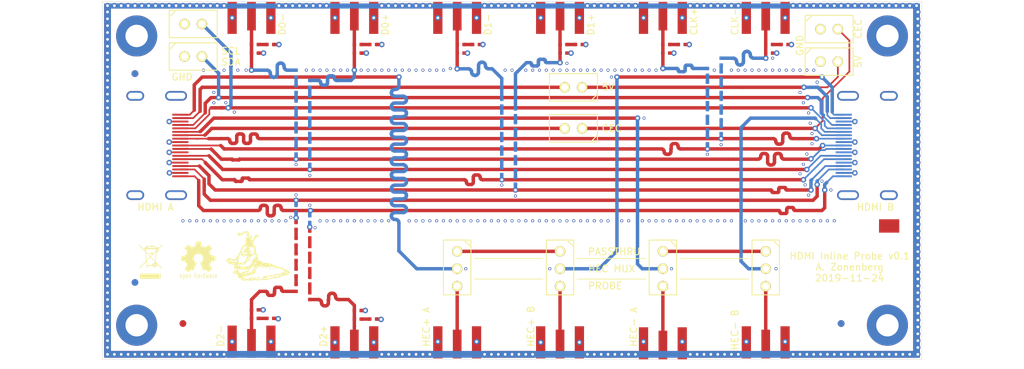
<source format=kicad_pcb>
(kicad_pcb (version 20171130) (host pcbnew "(5.1.4)")
  (layers (0 F.Cu signal) (1 In1.Cu signal) (2 In2.Cu signal) (31 B.Cu signal) (34 B.Paste user) (35 F.Paste user) (36 B.SilkS user) (37 F.SilkS user) (38 B.Mask user) (39 F.Mask user) (44 Edge.Cuts user))
  (net 0 "")
  (net 1 /TMDS_CLK_P)
  (net 2 "Net-(C1-Pad1)")
  (net 3 /TMDS_CLK_N)
  (net 4 "Net-(C2-Pad1)")
  (net 5 /TMDS_D0_P)
  (net 6 "Net-(C3-Pad1)")
  (net 7 /TMDS_D0_N)
  (net 8 "Net-(C4-Pad1)")
  (net 9 /TMDS_D1_P)
  (net 10 "Net-(C5-Pad1)")
  (net 11 /TMDS_D1_N)
  (net 12 "Net-(C6-Pad1)")
  (net 13 /TMDS_D2_P)
  (net 14 "Net-(C7-Pad1)")
  (net 15 /TMDS_D2_N)
  (net 16 "Net-(C8-Pad1)")
  (net 17 /GND)
  (net 18 /PROBE_CLK_P)
  (net 19 /PROBE_CLK_N)
  (net 20 /PROBE_D0_P)
  (net 21 /PROBE_D0_N)
  (net 22 /PROBE_D1_P)
  (net 23 /PROBE_D1_N)
  (net 24 /PROBE_D2_P)
  (net 25 /PROBE_D2_N)
  (net 26 "Net-(C17-Pad2)")
  (net 27 "Net-(C18-Pad2)")
  (net 28 "Net-(C19-Pad2)")
  (net 29 "Net-(C20-Pad2)")
  (net 30 "Net-(C21-Pad2)")
  (net 31 "Net-(C22-Pad2)")
  (net 32 "Net-(C23-Pad2)")
  (net 33 "Net-(C24-Pad2)")
  (net 34 /HEC_PROBE_IN_P)
  (net 35 /HEC_IN_P)
  (net 36 /HEC_PASSTHRU_P)
  (net 37 /HEC_PROBE_IN_N)
  (net 38 /HEC_IN_N)
  (net 39 /HEC_PASSTHRU_N)
  (net 40 /CEC_OUT)
  (net 41 /CEC_IN)
  (net 42 /5V_OUT)
  (net 43 /5V_IN)
  (net 44 /HEC_PROBE_OUT_P)
  (net 45 /HEC_OUT_P)
  (net 46 /HEC_PROBE_OUT_N)
  (net 47 /HEC_OUT_N)
  (net 48 "Net-(R1-Pad1)")
  (net 49 "Net-(R10-Pad2)")
  (net 50 "Net-(R11-Pad2)")
  (net 51 "Net-(R12-Pad2)")
  (net 52 "Net-(R13-Pad2)")
  (net 53 "Net-(R14-Pad2)")
  (net 54 "Net-(R15-Pad2)")
  (net 55 "Net-(R16-Pad2)")
  (net 56 "Net-(R17-Pad2)")
  (net 57 "Net-(R10-Pad1)")
  (net 58 "Net-(R11-Pad1)")
  (net 59 "Net-(R12-Pad1)")
  (net 60 "Net-(R13-Pad1)")
  (net 61 "Net-(R14-Pad1)")
  (net 62 "Net-(R15-Pad1)")
  (net 63 "Net-(R16-Pad1)")
  (net 64 "Net-(R17-Pad1)")
  (net 65 "Net-(R18-Pad1)")
  (net 66 "Net-(R19-Pad1)")
  (net 67 "Net-(R20-Pad1)")
  (net 68 "Net-(R21-Pad1)")
  (net 69 "Net-(R22-Pad1)")
  (net 70 "Net-(R23-Pad1)")
  (net 71 "Net-(R24-Pad1)")
  (net 72 "Net-(R25-Pad1)")
  (net 73 "Net-(R26-Pad1)")
  (net 74 "Net-(R27-Pad1)")
  (net 75 "Net-(R28-Pad1)")
  (net 76 "Net-(R29-Pad1)")
  (net 77 "Net-(R30-Pad1)")
  (net 78 "Net-(R31-Pad1)")
  (net 79 "Net-(R32-Pad1)")
  (net 80 /I2C_SDA)
  (net 81 /I2C_SCL)
  (module azonenberg_pcb:SERIALNUM_MOLEX_0916580020 (layer F.Cu) (at 146 89.75)
    (fp_text reference REF** hide)
    (fp_text value SERIALNUM_MOLEX_0916580020)
    (pad 1 smd rect (at 0 0) (size 2.95 1.95) (layers F.Cu F.Paste F.Mask))
  )
  (module azonenberg_pcb:FIDUCIAL_1MM (layer B.Cu) (at 36 67.5)
    (fp_text reference FIDUCIAL_1MM hide)
    (fp_text value VAL** hide)
    (pad "" smd circle (at 0 0) (size 1 1) (layers B.Cu B.Mask) (clearance 1))
  )
  (module azonenberg_pcb:FIDUCIAL_1MM (layer B.Cu) (at 36 98)
    (fp_text reference FIDUCIAL_1MM hide)
    (fp_text value VAL** hide)
    (pad "" smd circle (at 0 0) (size 1 1) (layers B.Cu B.Mask) (clearance 1))
  )
  (module azonenberg_pcb:FIDUCIAL_1MM (layer B.Cu) (at 139 104)
    (fp_text reference FIDUCIAL_1MM hide)
    (fp_text value VAL** hide)
    (pad "" smd circle (at 0 0) (size 1 1) (layers B.Cu B.Mask) (clearance 1))
  )
  (module azonenberg_pcb:FIDUCIAL_1MM (layer F.Cu) (at 36 67.5)
    (fp_text reference FIDUCIAL_1MM hide)
    (fp_text value VAL** hide)
    (pad "" smd circle (at 0 0) (size 1 1) (layers F.Cu F.Mask) (clearance 1))
  )
  (module azonenberg_pcb:FIDUCIAL_1MM (layer F.Cu) (at 139 104)
    (fp_text reference FIDUCIAL_1MM hide)
    (fp_text value VAL** hide)
    (pad "" smd circle (at 0 0) (size 1 1) (layers F.Cu F.Mask) (clearance 1))
  )
  (module azonenberg_pcb:FIDUCIAL_1MM (layer F.Cu) (at 43 104)
    (fp_text reference FIDUCIAL_1MM hide)
    (fp_text value VAL** hide)
    (pad "" smd circle (at 0 0) (size 1 1) (layers F.Cu F.Mask) (clearance 1))
  )
  (module azonenberg_pcb:MECHANICAL_CLEARANCEHOLE_4_40 (layer F.Cu) (at 145.75 104.25)
    (fp_text reference REF** hide)
    (fp_text value MECHANICAL_CLEARANCEHOLE_4_40)
    (pad 1 thru_hole circle (at 0 0) (size 6 6) (drill 3.27) (layers *.Cu *.Mask))
  )
  (module azonenberg_pcb:MECHANICAL_CLEARANCEHOLE_4_40 (layer F.Cu) (at 145.75 62)
    (fp_text reference REF** hide)
    (fp_text value MECHANICAL_CLEARANCEHOLE_4_40)
    (pad 1 thru_hole circle (at 0 0) (size 6 6) (drill 3.27) (layers *.Cu *.Mask))
  )
  (module azonenberg_pcb:MECHANICAL_CLEARANCEHOLE_4_40 (layer F.Cu) (at 36.25 104.25)
    (fp_text reference REF** hide)
    (fp_text value MECHANICAL_CLEARANCEHOLE_4_40)
    (pad 1 thru_hole circle (at 0 0) (size 6 6) (drill 3.27) (layers *.Cu *.Mask))
  )
  (module azonenberg_pcb:MECHANICAL_CLEARANCEHOLE_4_40 (layer F.Cu) (at 36.25 62)
    (fp_text reference REF** hide)
    (fp_text value MECHANICAL_CLEARANCEHOLE_4_40)
    (pad 1 thru_hole circle (at 0 0) (size 6 6) (drill 3.27) (layers *.Cu *.Mask))
  )
  (module azonenberg_pcb:LONGTHING-1200DPI (layer F.Cu) (at 54.5 94.5)
    (fp_text reference G*** hide)
    (fp_text value LOGO hide)
  )
  (module w_logo:Logo_silk_OSHW_6x6mm (layer F.Cu) (at 45.25 94.25)
    (fp_text reference G*** hide)
    (fp_text value LOGO hide)
  )
  (module w_logo:Logo_silk_WEEE_3.4x5mm (layer F.Cu) (at 38.25 95)
    (fp_text reference G*** hide)
    (fp_text value LOGO hide)
  )
  (module azonenberg_pcb:CONN_HDMI_SAMTEC_HDMR_19_01_S_SM (layer B.Cu) (at 140 78 270)
    (fp_text reference J8 hide)
    (fp_text value HDMI_A_INPUT hide)
    (pad 1 smd rect (at 4.5 0.625 270) (size 0.28 2.35) (layers B.Cu B.Paste B.Mask) (net 13 /TMDS_D2_P))
    (pad 2 smd rect (at 4 0.625 270) (size 0.28 2.35) (layers B.Cu B.Paste B.Mask) (net 17 /GND))
    (pad 3 smd rect (at 3.5 0.625 270) (size 0.28 2.35) (layers B.Cu B.Paste B.Mask) (net 15 /TMDS_D2_N))
    (pad 4 smd rect (at 3 0.625 270) (size 0.28 2.35) (layers B.Cu B.Paste B.Mask) (net 9 /TMDS_D1_P))
    (pad 5 smd rect (at 2.5 0.625 270) (size 0.28 2.35) (layers B.Cu B.Paste B.Mask) (net 17 /GND))
    (pad 6 smd rect (at 2 0.625 270) (size 0.28 2.35) (layers B.Cu B.Paste B.Mask) (net 11 /TMDS_D1_N))
    (pad 7 smd rect (at 1.5 0.625 270) (size 0.28 2.35) (layers B.Cu B.Paste B.Mask) (net 5 /TMDS_D0_P))
    (pad 8 smd rect (at 1 0.625 270) (size 0.28 2.35) (layers B.Cu B.Paste B.Mask) (net 17 /GND))
    (pad 9 smd rect (at 0.5 0.625 270) (size 0.28 2.35) (layers B.Cu B.Paste B.Mask) (net 7 /TMDS_D0_N))
    (pad 10 smd rect (at 0 0.625 270) (size 0.28 2.35) (layers B.Cu B.Paste B.Mask) (net 1 /TMDS_CLK_P))
    (pad 11 smd rect (at -0.5 0.625 270) (size 0.28 2.35) (layers B.Cu B.Paste B.Mask) (net 17 /GND))
    (pad 12 smd rect (at -1 0.625 270) (size 0.28 2.35) (layers B.Cu B.Paste B.Mask) (net 3 /TMDS_CLK_N))
    (pad 13 smd rect (at -1.5 0.625 270) (size 0.28 2.35) (layers B.Cu B.Paste B.Mask) (net 41 /CEC_IN))
    (pad 14 smd rect (at -2 0.625 270) (size 0.28 2.35) (layers B.Cu B.Paste B.Mask) (net 38 /HEC_IN_N))
    (pad 15 smd rect (at -2.5 0.625 270) (size 0.28 2.35) (layers B.Cu B.Paste B.Mask) (net 81 /I2C_SCL))
    (pad 16 smd rect (at -3 0.625 270) (size 0.28 2.35) (layers B.Cu B.Paste B.Mask) (net 80 /I2C_SDA))
    (pad 17 smd rect (at -3.5 0.625 270) (size 0.28 2.35) (layers B.Cu B.Paste B.Mask) (net 17 /GND))
    (pad 18 smd rect (at -4 0.625 270) (size 0.28 2.35) (layers B.Cu B.Paste B.Mask) (net 43 /5V_IN))
    (pad 19 smd rect (at -4.5 0.625 270) (size 0.28 2.35) (layers B.Cu B.Paste B.Mask) (net 35 /HEC_IN_P))
    (pad SHLD thru_hole oval (at -7.25 0 270) (size 1.4 3.2) (drill oval 0.9 2.7) (layers *.Cu *.Mask B.Paste) (net 17 /GND))
    (pad SHLD thru_hole oval (at 7.25 0 270) (size 1.4 3.2) (drill oval 0.9 2.7) (layers *.Cu *.Mask B.Paste) (net 17 /GND))
    (pad SHLD thru_hole oval (at -7.25 -5.96 270) (size 1.4 2.61) (drill oval 0.9 2.1) (layers *.Cu *.Mask B.Paste) (net 17 /GND))
    (pad SHLD thru_hole oval (at 7.25 -5.96 270) (size 1.4 2.61) (drill oval 0.9 2.1) (layers *.Cu *.Mask B.Paste) (net 17 /GND))
  )
  (module azonenberg_pcb:CONN_HDMI_SAMTEC_HDMR_19_01_S_SM (layer F.Cu) (at 42 78 270)
    (fp_text reference J5 hide)
    (fp_text value HDMI_A_OUTPUT hide)
    (pad 1 smd rect (at 4.5 -0.625 270) (size 0.28 2.35) (layers F.Cu F.Paste F.Mask) (net 13 /TMDS_D2_P))
    (pad 2 smd rect (at 4 -0.625 270) (size 0.28 2.35) (layers F.Cu F.Paste F.Mask) (net 17 /GND))
    (pad 3 smd rect (at 3.5 -0.625 270) (size 0.28 2.35) (layers F.Cu F.Paste F.Mask) (net 15 /TMDS_D2_N))
    (pad 4 smd rect (at 3 -0.625 270) (size 0.28 2.35) (layers F.Cu F.Paste F.Mask) (net 9 /TMDS_D1_P))
    (pad 5 smd rect (at 2.5 -0.625 270) (size 0.28 2.35) (layers F.Cu F.Paste F.Mask) (net 17 /GND))
    (pad 6 smd rect (at 2 -0.625 270) (size 0.28 2.35) (layers F.Cu F.Paste F.Mask) (net 11 /TMDS_D1_N))
    (pad 7 smd rect (at 1.5 -0.625 270) (size 0.28 2.35) (layers F.Cu F.Paste F.Mask) (net 5 /TMDS_D0_P))
    (pad 8 smd rect (at 1 -0.625 270) (size 0.28 2.35) (layers F.Cu F.Paste F.Mask) (net 17 /GND))
    (pad 9 smd rect (at 0.5 -0.625 270) (size 0.28 2.35) (layers F.Cu F.Paste F.Mask) (net 7 /TMDS_D0_N))
    (pad 10 smd rect (at 0 -0.625 270) (size 0.28 2.35) (layers F.Cu F.Paste F.Mask) (net 1 /TMDS_CLK_P))
    (pad 11 smd rect (at -0.5 -0.625 270) (size 0.28 2.35) (layers F.Cu F.Paste F.Mask) (net 17 /GND))
    (pad 12 smd rect (at -1 -0.625 270) (size 0.28 2.35) (layers F.Cu F.Paste F.Mask) (net 3 /TMDS_CLK_N))
    (pad 13 smd rect (at -1.5 -0.625 270) (size 0.28 2.35) (layers F.Cu F.Paste F.Mask) (net 40 /CEC_OUT))
    (pad 14 smd rect (at -2 -0.625 270) (size 0.28 2.35) (layers F.Cu F.Paste F.Mask) (net 47 /HEC_OUT_N))
    (pad 15 smd rect (at -2.5 -0.625 270) (size 0.28 2.35) (layers F.Cu F.Paste F.Mask) (net 81 /I2C_SCL))
    (pad 16 smd rect (at -3 -0.625 270) (size 0.28 2.35) (layers F.Cu F.Paste F.Mask) (net 80 /I2C_SDA))
    (pad 17 smd rect (at -3.5 -0.625 270) (size 0.28 2.35) (layers F.Cu F.Paste F.Mask) (net 17 /GND))
    (pad 18 smd rect (at -4 -0.625 270) (size 0.28 2.35) (layers F.Cu F.Paste F.Mask) (net 42 /5V_OUT))
    (pad 19 smd rect (at -4.5 -0.625 270) (size 0.28 2.35) (layers F.Cu F.Paste F.Mask) (net 45 /HEC_OUT_P))
    (pad SHLD thru_hole oval (at -7.25 0 270) (size 1.4 3.2) (drill oval 0.9 2.7) (layers *.Cu *.Mask F.Paste) (net 17 /GND))
    (pad SHLD thru_hole oval (at 7.25 0 270) (size 1.4 3.2) (drill oval 0.9 2.7) (layers *.Cu *.Mask F.Paste) (net 17 /GND))
    (pad SHLD thru_hole oval (at -7.25 5.96 270) (size 1.4 2.61) (drill oval 0.9 2.1) (layers *.Cu *.Mask F.Paste) (net 17 /GND))
    (pad SHLD thru_hole oval (at 7.25 5.96 270) (size 1.4 2.61) (drill oval 0.9 2.1) (layers *.Cu *.Mask F.Paste) (net 17 /GND))
  )
  (module azonenberg_pcb:CONN_HEADER_2.54MM_1x2 (layer F.Cu) (at 137.25 65.75)
    (fp_text reference TP4 hide)
    (fp_text value Conn_01x02 hide)
    (pad 2 thru_hole circle (at 1.27 0) (size 1.524 1.524) (drill 1) (layers *.Cu *.Mask F.SilkS) (net 43 /5V_IN))
    (pad 1 thru_hole circle (at -1.27 0) (size 1.524 1.524) (drill 1) (layers *.Cu *.Mask F.SilkS) (net 17 /GND))
  )
  (module azonenberg_pcb:CONN_HEADER_2.54MM_1x2 (layer F.Cu) (at 137.25 61)
    (fp_text reference TP3 hide)
    (fp_text value Conn_01x02 hide)
    (pad 2 thru_hole circle (at 1.27 0) (size 1.524 1.524) (drill 1) (layers *.Cu *.Mask F.SilkS) (net 41 /CEC_IN))
    (pad 1 thru_hole circle (at -1.27 0) (size 1.524 1.524) (drill 1) (layers *.Cu *.Mask F.SilkS) (net 17 /GND))
  )
  (module azonenberg_pcb:CONN_HEADER_2.54MM_1x2 (layer F.Cu) (at 44.5 60.25)
    (fp_text reference TP2 hide)
    (fp_text value Conn_01x02 hide)
    (pad 2 thru_hole circle (at 1.27 0) (size 1.524 1.524) (drill 1) (layers *.Cu *.Mask F.SilkS) (net 81 /I2C_SCL))
    (pad 1 thru_hole circle (at -1.27 0) (size 1.524 1.524) (drill 1) (layers *.Cu *.Mask F.SilkS) (net 17 /GND))
  )
  (module azonenberg_pcb:CONN_HEADER_2.54MM_1x2 (layer F.Cu) (at 44.5 65)
    (fp_text reference TP1 hide)
    (fp_text value Conn_01x02 hide)
    (pad 2 thru_hole circle (at 1.27 0) (size 1.524 1.524) (drill 1) (layers *.Cu *.Mask F.SilkS) (net 80 /I2C_SDA))
    (pad 1 thru_hole circle (at -1.27 0) (size 1.524 1.524) (drill 1) (layers *.Cu *.Mask F.SilkS) (net 17 /GND))
  )
  (module azonenberg_pcb:EIA_0402_RES_NOSILK (layer F.Cu) (at 55.75 103.25)
    (fp_text reference R48 hide)
    (fp_text value DNP hide)
    (pad 2 smd rect (at 0.5 0) (size 0.5 0.5) (layers F.Cu F.Paste F.Mask) (net 17 /GND))
    (pad 1 smd rect (at -0.5 0) (size 0.5 0.5) (layers F.Cu F.Paste F.Mask) (net 33 "Net-(C24-Pad2)"))
  )
  (module azonenberg_pcb:EIA_0402_RES_NOSILK (layer F.Cu) (at 70.75 103.35)
    (fp_text reference R47 hide)
    (fp_text value DNP hide)
    (pad 2 smd rect (at 0.5 0) (size 0.5 0.5) (layers F.Cu F.Paste F.Mask) (net 17 /GND))
    (pad 1 smd rect (at -0.5 0) (size 0.5 0.5) (layers F.Cu F.Paste F.Mask) (net 32 "Net-(C23-Pad2)"))
  )
  (module azonenberg_pcb:EIA_0402_RES_NOSILK (layer F.Cu) (at 85.75 63.25)
    (fp_text reference R46 hide)
    (fp_text value DNP hide)
    (pad 2 smd rect (at 0.5 0) (size 0.5 0.5) (layers F.Cu F.Paste F.Mask) (net 17 /GND))
    (pad 1 smd rect (at -0.5 0) (size 0.5 0.5) (layers F.Cu F.Paste F.Mask) (net 31 "Net-(C22-Pad2)"))
  )
  (module azonenberg_pcb:EIA_0402_RES_NOSILK (layer F.Cu) (at 100.75 63.25)
    (fp_text reference R45 hide)
    (fp_text value DNP hide)
    (pad 2 smd rect (at 0.5 0) (size 0.5 0.5) (layers F.Cu F.Paste F.Mask) (net 17 /GND))
    (pad 1 smd rect (at -0.5 0) (size 0.5 0.5) (layers F.Cu F.Paste F.Mask) (net 30 "Net-(C21-Pad2)"))
  )
  (module azonenberg_pcb:EIA_0402_RES_NOSILK (layer F.Cu) (at 55.75 63.25)
    (fp_text reference R44 hide)
    (fp_text value DNP hide)
    (pad 2 smd rect (at 0.5 0) (size 0.5 0.5) (layers F.Cu F.Paste F.Mask) (net 17 /GND))
    (pad 1 smd rect (at -0.5 0) (size 0.5 0.5) (layers F.Cu F.Paste F.Mask) (net 29 "Net-(C20-Pad2)"))
  )
  (module azonenberg_pcb:EIA_0402_RES_NOSILK (layer F.Cu) (at 70.75 63.25)
    (fp_text reference R43 hide)
    (fp_text value DNP hide)
    (pad 2 smd rect (at 0.5 0) (size 0.5 0.5) (layers F.Cu F.Paste F.Mask) (net 17 /GND))
    (pad 1 smd rect (at -0.5 0) (size 0.5 0.5) (layers F.Cu F.Paste F.Mask) (net 28 "Net-(C19-Pad2)"))
  )
  (module azonenberg_pcb:EIA_0402_RES_NOSILK (layer F.Cu) (at 130.75 63.25)
    (fp_text reference R42 hide)
    (fp_text value DNP hide)
    (pad 2 smd rect (at 0.5 0) (size 0.5 0.5) (layers F.Cu F.Paste F.Mask) (net 17 /GND))
    (pad 1 smd rect (at -0.5 0) (size 0.5 0.5) (layers F.Cu F.Paste F.Mask) (net 27 "Net-(C18-Pad2)"))
  )
  (module azonenberg_pcb:EIA_0402_RES_NOSILK (layer F.Cu) (at 115.75 63.25)
    (fp_text reference R41 hide)
    (fp_text value DNP hide)
    (pad 2 smd rect (at 0.5 0) (size 0.5 0.5) (layers F.Cu F.Paste F.Mask) (net 17 /GND))
    (pad 1 smd rect (at -0.5 0) (size 0.5 0.5) (layers F.Cu F.Paste F.Mask) (net 26 "Net-(C17-Pad2)"))
  )
  (module azonenberg_pcb:EIA_0402_RES_NOSILK (layer F.Cu) (at 59.5 98.8 90)
    (fp_text reference R40 hide)
    (fp_text value 200 hide)
    (pad 2 smd rect (at 0.5 0 90) (size 0.5 0.5) (layers F.Cu F.Paste F.Mask) (net 79 "Net-(R32-Pad1)"))
    (pad 1 smd rect (at -0.5 0 90) (size 0.5 0.5) (layers F.Cu F.Paste F.Mask) (net 25 /PROBE_D2_N))
  )
  (module azonenberg_pcb:EIA_0402_RES_NOSILK (layer F.Cu) (at 61.5 100 90)
    (fp_text reference R39 hide)
    (fp_text value 200 hide)
    (pad 2 smd rect (at 0.5 0 90) (size 0.5 0.5) (layers F.Cu F.Paste F.Mask) (net 78 "Net-(R31-Pad1)"))
    (pad 1 smd rect (at -0.5 0 90) (size 0.5 0.5) (layers F.Cu F.Paste F.Mask) (net 24 /PROBE_D2_P))
  )
  (module azonenberg_pcb:EIA_0402_RES_NOSILK (layer B.Cu) (at 89.5 71.75 270)
    (fp_text reference R38 hide)
    (fp_text value 200 hide)
    (pad 2 smd rect (at 0.5 0 270) (size 0.5 0.5) (layers B.Cu B.Paste B.Mask) (net 77 "Net-(R30-Pad1)"))
    (pad 1 smd rect (at -0.5 0 270) (size 0.5 0.5) (layers B.Cu B.Paste B.Mask) (net 23 /PROBE_D1_N))
  )
  (module azonenberg_pcb:EIA_0402_RES_NOSILK (layer B.Cu) (at 91.5 73.15 270)
    (fp_text reference R37 hide)
    (fp_text value 200 hide)
    (pad 2 smd rect (at 0.5 0 270) (size 0.5 0.5) (layers B.Cu B.Paste B.Mask) (net 76 "Net-(R29-Pad1)"))
    (pad 1 smd rect (at -0.5 0 270) (size 0.5 0.5) (layers B.Cu B.Paste B.Mask) (net 22 /PROBE_D1_P))
  )
  (module azonenberg_pcb:EIA_0402_RES_NOSILK (layer B.Cu) (at 59.5 67.5 270)
    (fp_text reference R36 hide)
    (fp_text value 200 hide)
    (pad 2 smd rect (at 0.5 0 270) (size 0.5 0.5) (layers B.Cu B.Paste B.Mask) (net 75 "Net-(R28-Pad1)"))
    (pad 1 smd rect (at -0.5 0 270) (size 0.5 0.5) (layers B.Cu B.Paste B.Mask) (net 21 /PROBE_D0_N))
  )
  (module azonenberg_pcb:EIA_0402_RES_NOSILK (layer B.Cu) (at 61.5 68.999999 270)
    (fp_text reference R35 hide)
    (fp_text value 200 hide)
    (pad 2 smd rect (at 0.5 0 270) (size 0.5 0.5) (layers B.Cu B.Paste B.Mask) (net 74 "Net-(R27-Pad1)"))
    (pad 1 smd rect (at -0.5 0 270) (size 0.5 0.5) (layers B.Cu B.Paste B.Mask) (net 20 /PROBE_D0_P))
  )
  (module azonenberg_pcb:EIA_0402_RES_NOSILK (layer B.Cu) (at 121.5 65.75 270)
    (fp_text reference R34 hide)
    (fp_text value 200 hide)
    (pad 2 smd rect (at 0.5 0 270) (size 0.5 0.5) (layers B.Cu B.Paste B.Mask) (net 73 "Net-(R26-Pad1)"))
    (pad 1 smd rect (at -0.5 0 270) (size 0.5 0.5) (layers B.Cu B.Paste B.Mask) (net 19 /PROBE_CLK_N))
  )
  (module azonenberg_pcb:EIA_0402_RES_NOSILK (layer B.Cu) (at 119.5 67.25 270)
    (fp_text reference R33 hide)
    (fp_text value 200 hide)
    (pad 2 smd rect (at 0.5 0 270) (size 0.5 0.5) (layers B.Cu B.Paste B.Mask) (net 72 "Net-(R25-Pad1)"))
    (pad 1 smd rect (at -0.5 0 270) (size 0.5 0.5) (layers B.Cu B.Paste B.Mask) (net 18 /PROBE_CLK_P))
  )
  (module azonenberg_pcb:EIA_0402_RES_NOSILK (layer F.Cu) (at 59.5 96.55 90)
    (fp_text reference R32 hide)
    (fp_text value 200 hide)
    (pad 2 smd rect (at 0.5 0 90) (size 0.5 0.5) (layers F.Cu F.Paste F.Mask) (net 71 "Net-(R24-Pad1)"))
    (pad 1 smd rect (at -0.5 0 90) (size 0.5 0.5) (layers F.Cu F.Paste F.Mask) (net 79 "Net-(R32-Pad1)"))
  )
  (module azonenberg_pcb:EIA_0402_RES_NOSILK (layer F.Cu) (at 61.5 97.750001 90)
    (fp_text reference R31 hide)
    (fp_text value 200 hide)
    (pad 2 smd rect (at 0.5 0 90) (size 0.5 0.5) (layers F.Cu F.Paste F.Mask) (net 70 "Net-(R23-Pad1)"))
    (pad 1 smd rect (at -0.5 0 90) (size 0.5 0.5) (layers F.Cu F.Paste F.Mask) (net 78 "Net-(R31-Pad1)"))
  )
  (module azonenberg_pcb:EIA_0402_RES_NOSILK (layer B.Cu) (at 89.5 73.75 270)
    (fp_text reference R30 hide)
    (fp_text value 200 hide)
    (pad 2 smd rect (at 0.5 0 270) (size 0.5 0.5) (layers B.Cu B.Paste B.Mask) (net 69 "Net-(R22-Pad1)"))
    (pad 1 smd rect (at -0.5 0 270) (size 0.5 0.5) (layers B.Cu B.Paste B.Mask) (net 77 "Net-(R30-Pad1)"))
  )
  (module azonenberg_pcb:EIA_0402_RES_NOSILK (layer B.Cu) (at 91.5 75.15 270)
    (fp_text reference R29 hide)
    (fp_text value 200 hide)
    (pad 2 smd rect (at 0.5 0 270) (size 0.5 0.5) (layers B.Cu B.Paste B.Mask) (net 68 "Net-(R21-Pad1)"))
    (pad 1 smd rect (at -0.5 0 270) (size 0.5 0.5) (layers B.Cu B.Paste B.Mask) (net 76 "Net-(R29-Pad1)"))
  )
  (module azonenberg_pcb:EIA_0402_RES_NOSILK (layer B.Cu) (at 59.5 69.75 270)
    (fp_text reference R28 hide)
    (fp_text value 200 hide)
    (pad 2 smd rect (at 0.5 0 270) (size 0.5 0.5) (layers B.Cu B.Paste B.Mask) (net 67 "Net-(R20-Pad1)"))
    (pad 1 smd rect (at -0.5 0 270) (size 0.5 0.5) (layers B.Cu B.Paste B.Mask) (net 75 "Net-(R28-Pad1)"))
  )
  (module azonenberg_pcb:EIA_0402_RES_NOSILK (layer B.Cu) (at 61.5 71.25 270)
    (fp_text reference R27 hide)
    (fp_text value 200 hide)
    (pad 2 smd rect (at 0.5 0 270) (size 0.5 0.5) (layers B.Cu B.Paste B.Mask) (net 66 "Net-(R19-Pad1)"))
    (pad 1 smd rect (at -0.5 0 270) (size 0.5 0.5) (layers B.Cu B.Paste B.Mask) (net 74 "Net-(R27-Pad1)"))
  )
  (module azonenberg_pcb:EIA_0402_RES_NOSILK (layer B.Cu) (at 121.5 67.75 270)
    (fp_text reference R26 hide)
    (fp_text value 200 hide)
    (pad 2 smd rect (at 0.5 0 270) (size 0.5 0.5) (layers B.Cu B.Paste B.Mask) (net 65 "Net-(R18-Pad1)"))
    (pad 1 smd rect (at -0.5 0 270) (size 0.5 0.5) (layers B.Cu B.Paste B.Mask) (net 73 "Net-(R26-Pad1)"))
  )
  (module azonenberg_pcb:EIA_0402_RES_NOSILK (layer B.Cu) (at 119.5 69.25 270)
    (fp_text reference R25 hide)
    (fp_text value 200 hide)
    (pad 2 smd rect (at 0.5 0 270) (size 0.5 0.5) (layers B.Cu B.Paste B.Mask) (net 64 "Net-(R17-Pad1)"))
    (pad 1 smd rect (at -0.5 0 270) (size 0.5 0.5) (layers B.Cu B.Paste B.Mask) (net 72 "Net-(R25-Pad1)"))
  )
  (module azonenberg_pcb:EIA_0402_RES_NOSILK (layer F.Cu) (at 59.5 94.3 90)
    (fp_text reference R24 hide)
    (fp_text value 200 hide)
    (pad 2 smd rect (at 0.5 0 90) (size 0.5 0.5) (layers F.Cu F.Paste F.Mask) (net 63 "Net-(R16-Pad1)"))
    (pad 1 smd rect (at -0.5 0 90) (size 0.5 0.5) (layers F.Cu F.Paste F.Mask) (net 71 "Net-(R24-Pad1)"))
  )
  (module azonenberg_pcb:EIA_0402_RES_NOSILK (layer F.Cu) (at 61.5 95.5 90)
    (fp_text reference R23 hide)
    (fp_text value 200 hide)
    (pad 2 smd rect (at 0.5 0 90) (size 0.5 0.5) (layers F.Cu F.Paste F.Mask) (net 62 "Net-(R15-Pad1)"))
    (pad 1 smd rect (at -0.5 0 90) (size 0.5 0.5) (layers F.Cu F.Paste F.Mask) (net 70 "Net-(R23-Pad1)"))
  )
  (module azonenberg_pcb:EIA_0402_RES_NOSILK (layer B.Cu) (at 89.5 75.75 270)
    (fp_text reference R22 hide)
    (fp_text value 200 hide)
    (pad 2 smd rect (at 0.5 0 270) (size 0.5 0.5) (layers B.Cu B.Paste B.Mask) (net 61 "Net-(R14-Pad1)"))
    (pad 1 smd rect (at -0.5 0 270) (size 0.5 0.5) (layers B.Cu B.Paste B.Mask) (net 69 "Net-(R22-Pad1)"))
  )
  (module azonenberg_pcb:EIA_0402_RES_NOSILK (layer B.Cu) (at 91.5 77.15 270)
    (fp_text reference R21 hide)
    (fp_text value 200 hide)
    (pad 2 smd rect (at 0.5 0 270) (size 0.5 0.5) (layers B.Cu B.Paste B.Mask) (net 60 "Net-(R13-Pad1)"))
    (pad 1 smd rect (at -0.5 0 270) (size 0.5 0.5) (layers B.Cu B.Paste B.Mask) (net 68 "Net-(R21-Pad1)"))
  )
  (module azonenberg_pcb:EIA_0402_RES_NOSILK (layer B.Cu) (at 59.5 72 270)
    (fp_text reference R20 hide)
    (fp_text value 200 hide)
    (pad 2 smd rect (at 0.5 0 270) (size 0.5 0.5) (layers B.Cu B.Paste B.Mask) (net 59 "Net-(R12-Pad1)"))
    (pad 1 smd rect (at -0.5 0 270) (size 0.5 0.5) (layers B.Cu B.Paste B.Mask) (net 67 "Net-(R20-Pad1)"))
  )
  (module azonenberg_pcb:EIA_0402_RES_NOSILK (layer B.Cu) (at 61.5 73.5 270)
    (fp_text reference R19 hide)
    (fp_text value 200 hide)
    (pad 2 smd rect (at 0.5 0 270) (size 0.5 0.5) (layers B.Cu B.Paste B.Mask) (net 58 "Net-(R11-Pad1)"))
    (pad 1 smd rect (at -0.5 0 270) (size 0.5 0.5) (layers B.Cu B.Paste B.Mask) (net 66 "Net-(R19-Pad1)"))
  )
  (module azonenberg_pcb:EIA_0402_RES_NOSILK (layer B.Cu) (at 121.5 69.75 270)
    (fp_text reference R18 hide)
    (fp_text value 200 hide)
    (pad 2 smd rect (at 0.5 0 270) (size 0.5 0.5) (layers B.Cu B.Paste B.Mask) (net 57 "Net-(R10-Pad1)"))
    (pad 1 smd rect (at -0.5 0 270) (size 0.5 0.5) (layers B.Cu B.Paste B.Mask) (net 65 "Net-(R18-Pad1)"))
  )
  (module azonenberg_pcb:EIA_0402_RES_NOSILK (layer B.Cu) (at 119.5 71.25 270)
    (fp_text reference R17 hide)
    (fp_text value 200 hide)
    (pad 2 smd rect (at 0.5 0 270) (size 0.5 0.5) (layers B.Cu B.Paste B.Mask) (net 56 "Net-(R17-Pad2)"))
    (pad 1 smd rect (at -0.5 0 270) (size 0.5 0.5) (layers B.Cu B.Paste B.Mask) (net 64 "Net-(R17-Pad1)"))
  )
  (module azonenberg_pcb:EIA_0402_RES_NOSILK (layer F.Cu) (at 59.5 92.05 90)
    (fp_text reference R16 hide)
    (fp_text value 200 hide)
    (pad 2 smd rect (at 0.5 0 90) (size 0.5 0.5) (layers F.Cu F.Paste F.Mask) (net 55 "Net-(R16-Pad2)"))
    (pad 1 smd rect (at -0.5 0 90) (size 0.5 0.5) (layers F.Cu F.Paste F.Mask) (net 63 "Net-(R16-Pad1)"))
  )
  (module azonenberg_pcb:EIA_0402_RES_NOSILK (layer F.Cu) (at 61.5 93.249999 90)
    (fp_text reference R15 hide)
    (fp_text value 200 hide)
    (pad 2 smd rect (at 0.5 0 90) (size 0.5 0.5) (layers F.Cu F.Paste F.Mask) (net 54 "Net-(R15-Pad2)"))
    (pad 1 smd rect (at -0.5 0 90) (size 0.5 0.5) (layers F.Cu F.Paste F.Mask) (net 62 "Net-(R15-Pad1)"))
  )
  (module azonenberg_pcb:EIA_0402_RES_NOSILK (layer B.Cu) (at 89.5 77.75 270)
    (fp_text reference R14 hide)
    (fp_text value 200 hide)
    (pad 2 smd rect (at 0.5 0 270) (size 0.5 0.5) (layers B.Cu B.Paste B.Mask) (net 53 "Net-(R14-Pad2)"))
    (pad 1 smd rect (at -0.5 0 270) (size 0.5 0.5) (layers B.Cu B.Paste B.Mask) (net 61 "Net-(R14-Pad1)"))
  )
  (module azonenberg_pcb:EIA_0402_RES_NOSILK (layer B.Cu) (at 91.5 79.15 270)
    (fp_text reference R13 hide)
    (fp_text value 200 hide)
    (pad 2 smd rect (at 0.5 0 270) (size 0.5 0.5) (layers B.Cu B.Paste B.Mask) (net 52 "Net-(R13-Pad2)"))
    (pad 1 smd rect (at -0.5 0 270) (size 0.5 0.5) (layers B.Cu B.Paste B.Mask) (net 60 "Net-(R13-Pad1)"))
  )
  (module azonenberg_pcb:EIA_0402_RES_NOSILK (layer B.Cu) (at 59.5 74.25 270)
    (fp_text reference R12 hide)
    (fp_text value 200 hide)
    (pad 2 smd rect (at 0.5 0 270) (size 0.5 0.5) (layers B.Cu B.Paste B.Mask) (net 51 "Net-(R12-Pad2)"))
    (pad 1 smd rect (at -0.5 0 270) (size 0.5 0.5) (layers B.Cu B.Paste B.Mask) (net 59 "Net-(R12-Pad1)"))
  )
  (module azonenberg_pcb:EIA_0402_RES_NOSILK (layer B.Cu) (at 61.5 75.75 270)
    (fp_text reference R11 hide)
    (fp_text value 200 hide)
    (pad 2 smd rect (at 0.5 0 270) (size 0.5 0.5) (layers B.Cu B.Paste B.Mask) (net 50 "Net-(R11-Pad2)"))
    (pad 1 smd rect (at -0.5 0 270) (size 0.5 0.5) (layers B.Cu B.Paste B.Mask) (net 58 "Net-(R11-Pad1)"))
  )
  (module azonenberg_pcb:EIA_0402_RES_NOSILK (layer B.Cu) (at 121.5 71.75 270)
    (fp_text reference R10 hide)
    (fp_text value 200 hide)
    (pad 2 smd rect (at 0.5 0 270) (size 0.5 0.5) (layers B.Cu B.Paste B.Mask) (net 49 "Net-(R10-Pad2)"))
    (pad 1 smd rect (at -0.5 0 270) (size 0.5 0.5) (layers B.Cu B.Paste B.Mask) (net 57 "Net-(R10-Pad1)"))
  )
  (module azonenberg_pcb:EIA_0402_RES_NOSILK (layer B.Cu) (at 119.5 73.25 270)
    (fp_text reference R9 hide)
    (fp_text value 200 hide)
    (pad 2 smd rect (at 0.5 0 270) (size 0.5 0.5) (layers B.Cu B.Paste B.Mask) (net 48 "Net-(R1-Pad1)"))
    (pad 1 smd rect (at -0.5 0 270) (size 0.5 0.5) (layers B.Cu B.Paste B.Mask) (net 56 "Net-(R17-Pad2)"))
  )
  (module azonenberg_pcb:EIA_0402_RES_NOSILK (layer F.Cu) (at 59.5 89.75 90)
    (fp_text reference R8 hide)
    (fp_text value 200 hide)
    (pad 2 smd rect (at 0.5 0 90) (size 0.5 0.5) (layers F.Cu F.Paste F.Mask) (net 16 "Net-(C8-Pad1)"))
    (pad 1 smd rect (at -0.5 0 90) (size 0.5 0.5) (layers F.Cu F.Paste F.Mask) (net 55 "Net-(R16-Pad2)"))
  )
  (module azonenberg_pcb:EIA_0402_RES_NOSILK (layer F.Cu) (at 61.5 90.999999 90)
    (fp_text reference R7 hide)
    (fp_text value 200 hide)
    (pad 2 smd rect (at 0.5 0 90) (size 0.5 0.5) (layers F.Cu F.Paste F.Mask) (net 14 "Net-(C7-Pad1)"))
    (pad 1 smd rect (at -0.5 0 90) (size 0.5 0.5) (layers F.Cu F.Paste F.Mask) (net 54 "Net-(R15-Pad2)"))
  )
  (module azonenberg_pcb:EIA_0402_RES_NOSILK (layer B.Cu) (at 89.5 79.75 270)
    (fp_text reference R6 hide)
    (fp_text value 200 hide)
    (pad 2 smd rect (at 0.5 0 270) (size 0.5 0.5) (layers B.Cu B.Paste B.Mask) (net 12 "Net-(C6-Pad1)"))
    (pad 1 smd rect (at -0.5 0 270) (size 0.5 0.5) (layers B.Cu B.Paste B.Mask) (net 53 "Net-(R14-Pad2)"))
  )
  (module azonenberg_pcb:EIA_0402_RES_NOSILK (layer B.Cu) (at 91.5 81.15 270)
    (fp_text reference R5 hide)
    (fp_text value 200 hide)
    (pad 2 smd rect (at 0.5 0 270) (size 0.5 0.5) (layers B.Cu B.Paste B.Mask) (net 10 "Net-(C5-Pad1)"))
    (pad 1 smd rect (at -0.5 0 270) (size 0.5 0.5) (layers B.Cu B.Paste B.Mask) (net 52 "Net-(R13-Pad2)"))
  )
  (module azonenberg_pcb:EIA_0402_RES_NOSILK (layer B.Cu) (at 59.5 76.5 270)
    (fp_text reference R4 hide)
    (fp_text value 200 hide)
    (pad 2 smd rect (at 0.5 0 270) (size 0.5 0.5) (layers B.Cu B.Paste B.Mask) (net 8 "Net-(C4-Pad1)"))
    (pad 1 smd rect (at -0.5 0 270) (size 0.5 0.5) (layers B.Cu B.Paste B.Mask) (net 51 "Net-(R12-Pad2)"))
  )
  (module azonenberg_pcb:EIA_0402_RES_NOSILK (layer B.Cu) (at 61.5 78 270)
    (fp_text reference R3 hide)
    (fp_text value 200 hide)
    (pad 2 smd rect (at 0.5 0 270) (size 0.5 0.5) (layers B.Cu B.Paste B.Mask) (net 6 "Net-(C3-Pad1)"))
    (pad 1 smd rect (at -0.5 0 270) (size 0.5 0.5) (layers B.Cu B.Paste B.Mask) (net 50 "Net-(R11-Pad2)"))
  )
  (module azonenberg_pcb:EIA_0402_RES_NOSILK (layer B.Cu) (at 121.5 73.75 270)
    (fp_text reference R2 hide)
    (fp_text value 200 hide)
    (pad 2 smd rect (at 0.5 0 270) (size 0.5 0.5) (layers B.Cu B.Paste B.Mask) (net 4 "Net-(C2-Pad1)"))
    (pad 1 smd rect (at -0.5 0 270) (size 0.5 0.5) (layers B.Cu B.Paste B.Mask) (net 49 "Net-(R10-Pad2)"))
  )
  (module azonenberg_pcb:EIA_0402_RES_NOSILK (layer B.Cu) (at 119.5 75.25 270)
    (fp_text reference R1 hide)
    (fp_text value 200 hide)
    (pad 2 smd rect (at 0.5 0 270) (size 0.5 0.5) (layers B.Cu B.Paste B.Mask) (net 2 "Net-(C1-Pad1)"))
    (pad 1 smd rect (at -0.5 0 270) (size 0.5 0.5) (layers B.Cu B.Paste B.Mask) (net 48 "Net-(R1-Pad1)"))
  )
  (module azonenberg_pcb:CONN_SMA_EDGE_SAMTEC_SMA_J_P_H_ST_EM1 (layer F.Cu) (at 113 109.25)
    (fp_text reference J20 hide)
    (fp_text value SMA hide)
    (pad 2 smd rect (at -2.825 -2.35) (size 1.35 4.7) (layers F.Cu F.Paste F.Mask) (net 17 /GND))
    (pad 2 smd rect (at 2.825 -2.35) (size 1.35 4.7) (layers F.Cu F.Paste F.Mask) (net 17 /GND))
    (pad 1 smd rect (at 0 -2.1) (size 1.27 4.2) (layers F.Cu F.Paste F.Mask) (net 46 /HEC_PROBE_OUT_N))
  )
  (module azonenberg_pcb:CONN_SMA_EDGE_SAMTEC_SMA_J_P_H_ST_EM1 (layer F.Cu) (at 83 109.1)
    (fp_text reference J19 hide)
    (fp_text value SMA hide)
    (pad 2 smd rect (at -2.825 -2.35) (size 1.35 4.7) (layers F.Cu F.Paste F.Mask) (net 17 /GND))
    (pad 2 smd rect (at 2.825 -2.35) (size 1.35 4.7) (layers F.Cu F.Paste F.Mask) (net 17 /GND))
    (pad 1 smd rect (at 0 -2.1) (size 1.27 4.2) (layers F.Cu F.Paste F.Mask) (net 44 /HEC_PROBE_OUT_P))
  )
  (module azonenberg_pcb:CONN_SMA_EDGE_SAMTEC_SMA_J_P_H_ST_EM1 (layer F.Cu) (at 128 109.1)
    (fp_text reference J18 hide)
    (fp_text value SMA hide)
    (pad 2 smd rect (at -2.825 -2.35) (size 1.35 4.7) (layers F.Cu F.Paste F.Mask) (net 17 /GND))
    (pad 2 smd rect (at 2.825 -2.35) (size 1.35 4.7) (layers F.Cu F.Paste F.Mask) (net 17 /GND))
    (pad 1 smd rect (at 0 -2.1) (size 1.27 4.2) (layers F.Cu F.Paste F.Mask) (net 37 /HEC_PROBE_IN_N))
  )
  (module azonenberg_pcb:CONN_SMA_EDGE_SAMTEC_SMA_J_P_H_ST_EM1 (layer F.Cu) (at 98 109.1)
    (fp_text reference J17 hide)
    (fp_text value SMA hide)
    (pad 2 smd rect (at -2.825 -2.35) (size 1.35 4.7) (layers F.Cu F.Paste F.Mask) (net 17 /GND))
    (pad 2 smd rect (at 2.825 -2.35) (size 1.35 4.7) (layers F.Cu F.Paste F.Mask) (net 17 /GND))
    (pad 1 smd rect (at 0 -2.1) (size 1.27 4.2) (layers F.Cu F.Paste F.Mask) (net 34 /HEC_PROBE_IN_P))
  )
  (module azonenberg_pcb:CONN_SMA_EDGE_SAMTEC_SMA_J_P_H_ST_EM1 (layer F.Cu) (at 53 109)
    (fp_text reference J16 hide)
    (fp_text value SMA hide)
    (pad 2 smd rect (at -2.825 -2.35) (size 1.35 4.7) (layers F.Cu F.Paste F.Mask) (net 17 /GND))
    (pad 2 smd rect (at 2.825 -2.35) (size 1.35 4.7) (layers F.Cu F.Paste F.Mask) (net 17 /GND))
    (pad 1 smd rect (at 0 -2.1) (size 1.27 4.2) (layers F.Cu F.Paste F.Mask) (net 25 /PROBE_D2_N))
  )
  (module azonenberg_pcb:CONN_SMA_EDGE_SAMTEC_SMA_J_P_H_ST_EM1 (layer F.Cu) (at 68 109.1)
    (fp_text reference J15 hide)
    (fp_text value SMA hide)
    (pad 2 smd rect (at -2.825 -2.35) (size 1.35 4.7) (layers F.Cu F.Paste F.Mask) (net 17 /GND))
    (pad 2 smd rect (at 2.825 -2.35) (size 1.35 4.7) (layers F.Cu F.Paste F.Mask) (net 17 /GND))
    (pad 1 smd rect (at 0 -2.1) (size 1.27 4.2) (layers F.Cu F.Paste F.Mask) (net 24 /PROBE_D2_P))
  )
  (module azonenberg_pcb:CONN_SMA_EDGE_SAMTEC_SMA_J_P_H_ST_EM1 (layer F.Cu) (at 83 57 180)
    (fp_text reference J14 hide)
    (fp_text value SMA hide)
    (pad 2 smd rect (at -2.825 -2.35 180) (size 1.35 4.7) (layers F.Cu F.Paste F.Mask) (net 17 /GND))
    (pad 2 smd rect (at 2.825 -2.35 180) (size 1.35 4.7) (layers F.Cu F.Paste F.Mask) (net 17 /GND))
    (pad 1 smd rect (at 0 -2.1 180) (size 1.27 4.2) (layers F.Cu F.Paste F.Mask) (net 23 /PROBE_D1_N))
  )
  (module azonenberg_pcb:CONN_SMA_EDGE_SAMTEC_SMA_J_P_H_ST_EM1 (layer F.Cu) (at 98 57 180)
    (fp_text reference J13 hide)
    (fp_text value SMA hide)
    (pad 2 smd rect (at -2.825 -2.35 180) (size 1.35 4.7) (layers F.Cu F.Paste F.Mask) (net 17 /GND))
    (pad 2 smd rect (at 2.825 -2.35 180) (size 1.35 4.7) (layers F.Cu F.Paste F.Mask) (net 17 /GND))
    (pad 1 smd rect (at 0 -2.1 180) (size 1.27 4.2) (layers F.Cu F.Paste F.Mask) (net 22 /PROBE_D1_P))
  )
  (module azonenberg_pcb:CONN_SMA_EDGE_SAMTEC_SMA_J_P_H_ST_EM1 (layer F.Cu) (at 53 57 180)
    (fp_text reference J12 hide)
    (fp_text value SMA hide)
    (pad 2 smd rect (at -2.825 -2.35 180) (size 1.35 4.7) (layers F.Cu F.Paste F.Mask) (net 17 /GND))
    (pad 2 smd rect (at 2.825 -2.35 180) (size 1.35 4.7) (layers F.Cu F.Paste F.Mask) (net 17 /GND))
    (pad 1 smd rect (at 0 -2.1 180) (size 1.27 4.2) (layers F.Cu F.Paste F.Mask) (net 21 /PROBE_D0_N))
  )
  (module azonenberg_pcb:CONN_SMA_EDGE_SAMTEC_SMA_J_P_H_ST_EM1 (layer F.Cu) (at 68 57 180)
    (fp_text reference J11 hide)
    (fp_text value SMA hide)
    (pad 2 smd rect (at -2.825 -2.35 180) (size 1.35 4.7) (layers F.Cu F.Paste F.Mask) (net 17 /GND))
    (pad 2 smd rect (at 2.825 -2.35 180) (size 1.35 4.7) (layers F.Cu F.Paste F.Mask) (net 17 /GND))
    (pad 1 smd rect (at 0 -2.1 180) (size 1.27 4.2) (layers F.Cu F.Paste F.Mask) (net 20 /PROBE_D0_P))
  )
  (module azonenberg_pcb:CONN_SMA_EDGE_SAMTEC_SMA_J_P_H_ST_EM1 (layer F.Cu) (at 128 57 180)
    (fp_text reference J10 hide)
    (fp_text value SMA hide)
    (pad 2 smd rect (at -2.825 -2.35 180) (size 1.35 4.7) (layers F.Cu F.Paste F.Mask) (net 17 /GND))
    (pad 2 smd rect (at 2.825 -2.35 180) (size 1.35 4.7) (layers F.Cu F.Paste F.Mask) (net 17 /GND))
    (pad 1 smd rect (at 0 -2.1 180) (size 1.27 4.2) (layers F.Cu F.Paste F.Mask) (net 19 /PROBE_CLK_N))
  )
  (module azonenberg_pcb:CONN_SMA_EDGE_SAMTEC_SMA_J_P_H_ST_EM1 (layer F.Cu) (at 113 57 180)
    (fp_text reference J9 hide)
    (fp_text value SMA hide)
    (pad 2 smd rect (at -2.825 -2.35 180) (size 1.35 4.7) (layers F.Cu F.Paste F.Mask) (net 17 /GND))
    (pad 2 smd rect (at 2.825 -2.35 180) (size 1.35 4.7) (layers F.Cu F.Paste F.Mask) (net 17 /GND))
    (pad 1 smd rect (at 0 -2.1 180) (size 1.27 4.2) (layers F.Cu F.Paste F.Mask) (net 18 /PROBE_CLK_P))
  )
  (module azonenberg_pcb:CONN_HEADER_2.54MM_1x3 (layer F.Cu) (at 113 96 270)
    (fp_text reference J7 hide)
    (fp_text value Conn_01x03 hide)
    (pad 3 thru_hole circle (at 2.54 0 270) (size 1.524 1.524) (drill 1) (layers *.Cu *.Mask F.SilkS) (net 46 /HEC_PROBE_OUT_N))
    (pad 2 thru_hole circle (at 0 0 270) (size 1.524 1.524) (drill 1) (layers *.Cu *.Mask F.SilkS) (net 47 /HEC_OUT_N))
    (pad 1 thru_hole circle (at -2.54 0 270) (size 1.524 1.524) (drill 1) (layers *.Cu *.Mask F.SilkS) (net 39 /HEC_PASSTHRU_N))
  )
  (module azonenberg_pcb:CONN_HEADER_2.54MM_1x3 (layer F.Cu) (at 83 96 270)
    (fp_text reference J6 hide)
    (fp_text value Conn_01x03 hide)
    (pad 3 thru_hole circle (at 2.54 0 270) (size 1.524 1.524) (drill 1) (layers *.Cu *.Mask F.SilkS) (net 44 /HEC_PROBE_OUT_P))
    (pad 2 thru_hole circle (at 0 0 270) (size 1.524 1.524) (drill 1) (layers *.Cu *.Mask F.SilkS) (net 45 /HEC_OUT_P))
    (pad 1 thru_hole circle (at -2.54 0 270) (size 1.524 1.524) (drill 1) (layers *.Cu *.Mask F.SilkS) (net 36 /HEC_PASSTHRU_P))
  )
  (module azonenberg_pcb:CONN_HEADER_2.54MM_1x2 (layer F.Cu) (at 99.95 69.5 180)
    (fp_text reference J4 hide)
    (fp_text value Conn_01x02 hide)
    (pad 2 thru_hole circle (at 1.27 0 180) (size 1.524 1.524) (drill 1) (layers *.Cu *.Mask F.SilkS) (net 42 /5V_OUT))
    (pad 1 thru_hole circle (at -1.27 0 180) (size 1.524 1.524) (drill 1) (layers *.Cu *.Mask F.SilkS) (net 43 /5V_IN))
  )
  (module azonenberg_pcb:CONN_HEADER_2.54MM_1x2 (layer F.Cu) (at 99.95 75.5 180)
    (fp_text reference J3 hide)
    (fp_text value Conn_01x02 hide)
    (pad 2 thru_hole circle (at 1.27 0 180) (size 1.524 1.524) (drill 1) (layers *.Cu *.Mask F.SilkS) (net 40 /CEC_OUT))
    (pad 1 thru_hole circle (at -1.27 0 180) (size 1.524 1.524) (drill 1) (layers *.Cu *.Mask F.SilkS) (net 41 /CEC_IN))
  )
  (module azonenberg_pcb:CONN_HEADER_2.54MM_1x3 (layer F.Cu) (at 128 96 270)
    (fp_text reference J2 hide)
    (fp_text value Conn_01x03 hide)
    (pad 3 thru_hole circle (at 2.54 0 270) (size 1.524 1.524) (drill 1) (layers *.Cu *.Mask F.SilkS) (net 37 /HEC_PROBE_IN_N))
    (pad 2 thru_hole circle (at 0 0 270) (size 1.524 1.524) (drill 1) (layers *.Cu *.Mask F.SilkS) (net 38 /HEC_IN_N))
    (pad 1 thru_hole circle (at -2.54 0 270) (size 1.524 1.524) (drill 1) (layers *.Cu *.Mask F.SilkS) (net 39 /HEC_PASSTHRU_N))
  )
  (module azonenberg_pcb:CONN_HEADER_2.54MM_1x3 (layer F.Cu) (at 98 96 270)
    (fp_text reference J1 hide)
    (fp_text value Conn_01x03 hide)
    (pad 3 thru_hole circle (at 2.54 0 270) (size 1.524 1.524) (drill 1) (layers *.Cu *.Mask F.SilkS) (net 34 /HEC_PROBE_IN_P))
    (pad 2 thru_hole circle (at 0 0 270) (size 1.524 1.524) (drill 1) (layers *.Cu *.Mask F.SilkS) (net 35 /HEC_IN_P))
    (pad 1 thru_hole circle (at -2.54 0 270) (size 1.524 1.524) (drill 1) (layers *.Cu *.Mask F.SilkS) (net 36 /HEC_PASSTHRU_P))
  )
  (module azonenberg_pcb:EIA_0402_CAP_NOSILK (layer F.Cu) (at 53.5 103.25)
    (fp_text reference C24 hide)
    (fp_text value DNP hide)
    (pad 2 smd rect (at 0.5 0) (size 0.5 0.5) (layers F.Cu F.Paste F.Mask) (net 33 "Net-(C24-Pad2)"))
    (pad 1 smd rect (at -0.5 0) (size 0.5 0.5) (layers F.Cu F.Paste F.Mask) (net 25 /PROBE_D2_N))
  )
  (module azonenberg_pcb:EIA_0402_CAP_NOSILK (layer F.Cu) (at 68.5 103.35)
    (fp_text reference C23 hide)
    (fp_text value DNP hide)
    (pad 2 smd rect (at 0.5 0) (size 0.5 0.5) (layers F.Cu F.Paste F.Mask) (net 32 "Net-(C23-Pad2)"))
    (pad 1 smd rect (at -0.5 0) (size 0.5 0.5) (layers F.Cu F.Paste F.Mask) (net 24 /PROBE_D2_P))
  )
  (module azonenberg_pcb:EIA_0402_CAP_NOSILK (layer F.Cu) (at 83.5 63.25)
    (fp_text reference C22 hide)
    (fp_text value DNP hide)
    (pad 2 smd rect (at 0.5 0) (size 0.5 0.5) (layers F.Cu F.Paste F.Mask) (net 31 "Net-(C22-Pad2)"))
    (pad 1 smd rect (at -0.5 0) (size 0.5 0.5) (layers F.Cu F.Paste F.Mask) (net 23 /PROBE_D1_N))
  )
  (module azonenberg_pcb:EIA_0402_CAP_NOSILK (layer F.Cu) (at 98.5 63.25)
    (fp_text reference C21 hide)
    (fp_text value DNP hide)
    (pad 2 smd rect (at 0.5 0) (size 0.5 0.5) (layers F.Cu F.Paste F.Mask) (net 30 "Net-(C21-Pad2)"))
    (pad 1 smd rect (at -0.5 0) (size 0.5 0.5) (layers F.Cu F.Paste F.Mask) (net 22 /PROBE_D1_P))
  )
  (module azonenberg_pcb:EIA_0402_CAP_NOSILK (layer F.Cu) (at 53.5 63.25)
    (fp_text reference C20 hide)
    (fp_text value DNP hide)
    (pad 2 smd rect (at 0.5 0) (size 0.5 0.5) (layers F.Cu F.Paste F.Mask) (net 29 "Net-(C20-Pad2)"))
    (pad 1 smd rect (at -0.5 0) (size 0.5 0.5) (layers F.Cu F.Paste F.Mask) (net 21 /PROBE_D0_N))
  )
  (module azonenberg_pcb:EIA_0402_CAP_NOSILK (layer F.Cu) (at 68.5 63.25)
    (fp_text reference C19 hide)
    (fp_text value DNP hide)
    (pad 2 smd rect (at 0.5 0) (size 0.5 0.5) (layers F.Cu F.Paste F.Mask) (net 28 "Net-(C19-Pad2)"))
    (pad 1 smd rect (at -0.5 0) (size 0.5 0.5) (layers F.Cu F.Paste F.Mask) (net 20 /PROBE_D0_P))
  )
  (module azonenberg_pcb:EIA_0402_CAP_NOSILK (layer F.Cu) (at 128.5 63.25)
    (fp_text reference C18 hide)
    (fp_text value DNP hide)
    (pad 2 smd rect (at 0.5 0) (size 0.5 0.5) (layers F.Cu F.Paste F.Mask) (net 27 "Net-(C18-Pad2)"))
    (pad 1 smd rect (at -0.5 0) (size 0.5 0.5) (layers F.Cu F.Paste F.Mask) (net 19 /PROBE_CLK_N))
  )
  (module azonenberg_pcb:EIA_0402_CAP_NOSILK (layer F.Cu) (at 113.5 63.25)
    (fp_text reference C17 hide)
    (fp_text value DNP hide)
    (pad 2 smd rect (at 0.5 0) (size 0.5 0.5) (layers F.Cu F.Paste F.Mask) (net 26 "Net-(C17-Pad2)"))
    (pad 1 smd rect (at -0.5 0) (size 0.5 0.5) (layers F.Cu F.Paste F.Mask) (net 18 /PROBE_CLK_P))
  )
  (module azonenberg_pcb:EIA_0402_CAP_NOSILK (layer F.Cu) (at 53.5 102)
    (fp_text reference C16 hide)
    (fp_text value DNP hide)
    (pad 2 smd rect (at 0.5 0) (size 0.5 0.5) (layers F.Cu F.Paste F.Mask) (net 17 /GND))
    (pad 1 smd rect (at -0.5 0) (size 0.5 0.5) (layers F.Cu F.Paste F.Mask) (net 25 /PROBE_D2_N))
  )
  (module azonenberg_pcb:EIA_0402_CAP_NOSILK (layer F.Cu) (at 68.5 102.1)
    (fp_text reference C15 hide)
    (fp_text value DNP hide)
    (pad 2 smd rect (at 0.5 0) (size 0.5 0.5) (layers F.Cu F.Paste F.Mask) (net 17 /GND))
    (pad 1 smd rect (at -0.5 0) (size 0.5 0.5) (layers F.Cu F.Paste F.Mask) (net 24 /PROBE_D2_P))
  )
  (module azonenberg_pcb:EIA_0402_CAP_NOSILK (layer F.Cu) (at 83.5 64.5)
    (fp_text reference C14 hide)
    (fp_text value DNP hide)
    (pad 2 smd rect (at 0.5 0) (size 0.5 0.5) (layers F.Cu F.Paste F.Mask) (net 17 /GND))
    (pad 1 smd rect (at -0.5 0) (size 0.5 0.5) (layers F.Cu F.Paste F.Mask) (net 23 /PROBE_D1_N))
  )
  (module azonenberg_pcb:EIA_0402_CAP_NOSILK (layer F.Cu) (at 98.5 64.5)
    (fp_text reference C13 hide)
    (fp_text value DNP hide)
    (pad 2 smd rect (at 0.5 0) (size 0.5 0.5) (layers F.Cu F.Paste F.Mask) (net 17 /GND))
    (pad 1 smd rect (at -0.5 0) (size 0.5 0.5) (layers F.Cu F.Paste F.Mask) (net 22 /PROBE_D1_P))
  )
  (module azonenberg_pcb:EIA_0402_CAP_NOSILK (layer F.Cu) (at 53.5 64.5)
    (fp_text reference C12 hide)
    (fp_text value DNP hide)
    (pad 2 smd rect (at 0.5 0) (size 0.5 0.5) (layers F.Cu F.Paste F.Mask) (net 17 /GND))
    (pad 1 smd rect (at -0.5 0) (size 0.5 0.5) (layers F.Cu F.Paste F.Mask) (net 21 /PROBE_D0_N))
  )
  (module azonenberg_pcb:EIA_0402_CAP_NOSILK (layer F.Cu) (at 68.5 64.5)
    (fp_text reference C11 hide)
    (fp_text value DNP hide)
    (pad 2 smd rect (at 0.5 0) (size 0.5 0.5) (layers F.Cu F.Paste F.Mask) (net 17 /GND))
    (pad 1 smd rect (at -0.5 0) (size 0.5 0.5) (layers F.Cu F.Paste F.Mask) (net 20 /PROBE_D0_P))
  )
  (module azonenberg_pcb:EIA_0402_CAP_NOSILK (layer F.Cu) (at 128.5 64.5)
    (fp_text reference C10 hide)
    (fp_text value DNP hide)
    (pad 2 smd rect (at 0.5 0) (size 0.5 0.5) (layers F.Cu F.Paste F.Mask) (net 17 /GND))
    (pad 1 smd rect (at -0.5 0) (size 0.5 0.5) (layers F.Cu F.Paste F.Mask) (net 19 /PROBE_CLK_N))
  )
  (module azonenberg_pcb:EIA_0402_CAP_NOSILK (layer F.Cu) (at 113.5 64.5)
    (fp_text reference C9 hide)
    (fp_text value DNP hide)
    (pad 2 smd rect (at 0.5 0) (size 0.5 0.5) (layers F.Cu F.Paste F.Mask) (net 17 /GND))
    (pad 1 smd rect (at -0.5 0) (size 0.5 0.5) (layers F.Cu F.Paste F.Mask) (net 18 /PROBE_CLK_P))
  )
  (module azonenberg_pcb:EIA_0402_CAP_NOSILK (layer B.Cu) (at 59.5 87.25 90)
    (fp_text reference C8 hide)
    (fp_text value "0.1 uF" hide)
    (pad 2 smd rect (at 0.5 0 90) (size 0.5 0.5) (layers B.Cu B.Paste B.Mask) (net 15 /TMDS_D2_N))
    (pad 1 smd rect (at -0.5 0 90) (size 0.5 0.5) (layers B.Cu B.Paste B.Mask) (net 16 "Net-(C8-Pad1)"))
  )
  (module azonenberg_pcb:EIA_0402_CAP_NOSILK (layer B.Cu) (at 61.5 88.75 90)
    (fp_text reference C7 hide)
    (fp_text value "0.1 uF" hide)
    (pad 2 smd rect (at 0.5 0 90) (size 0.5 0.5) (layers B.Cu B.Paste B.Mask) (net 13 /TMDS_D2_P))
    (pad 1 smd rect (at -0.5 0 90) (size 0.5 0.5) (layers B.Cu B.Paste B.Mask) (net 14 "Net-(C7-Pad1)"))
  )
  (module azonenberg_pcb:EIA_0402_CAP_NOSILK (layer B.Cu) (at 89.5 81.75 270)
    (fp_text reference C6 hide)
    (fp_text value "0.1 uF" hide)
    (pad 2 smd rect (at 0.5 0 270) (size 0.5 0.5) (layers B.Cu B.Paste B.Mask) (net 11 /TMDS_D1_N))
    (pad 1 smd rect (at -0.5 0 270) (size 0.5 0.5) (layers B.Cu B.Paste B.Mask) (net 12 "Net-(C6-Pad1)"))
  )
  (module azonenberg_pcb:EIA_0402_CAP_NOSILK (layer B.Cu) (at 91.5 83.15 270)
    (fp_text reference C5 hide)
    (fp_text value "0.1 uF" hide)
    (pad 2 smd rect (at 0.5 0 270) (size 0.5 0.5) (layers B.Cu B.Paste B.Mask) (net 9 /TMDS_D1_P))
    (pad 1 smd rect (at -0.5 0 270) (size 0.5 0.5) (layers B.Cu B.Paste B.Mask) (net 10 "Net-(C5-Pad1)"))
  )
  (module azonenberg_pcb:EIA_0402_CAP_NOSILK (layer B.Cu) (at 59.5 78.75 270)
    (fp_text reference C4 hide)
    (fp_text value "0.1 uF" hide)
    (pad 2 smd rect (at 0.5 0 270) (size 0.5 0.5) (layers B.Cu B.Paste B.Mask) (net 7 /TMDS_D0_N))
    (pad 1 smd rect (at -0.5 0 270) (size 0.5 0.5) (layers B.Cu B.Paste B.Mask) (net 8 "Net-(C4-Pad1)"))
  )
  (module azonenberg_pcb:EIA_0402_CAP_NOSILK (layer B.Cu) (at 61.5 80.25 270)
    (fp_text reference C3 hide)
    (fp_text value "0.1 uF" hide)
    (pad 2 smd rect (at 0.5 0 270) (size 0.5 0.5) (layers B.Cu B.Paste B.Mask) (net 5 /TMDS_D0_P))
    (pad 1 smd rect (at -0.5 0 270) (size 0.5 0.5) (layers B.Cu B.Paste B.Mask) (net 6 "Net-(C3-Pad1)"))
  )
  (module azonenberg_pcb:EIA_0402_CAP_NOSILK (layer B.Cu) (at 121.5 75.75 270)
    (fp_text reference C2 hide)
    (fp_text value "0.1 uF" hide)
    (pad 2 smd rect (at 0.5 0 270) (size 0.5 0.5) (layers B.Cu B.Paste B.Mask) (net 3 /TMDS_CLK_N))
    (pad 1 smd rect (at -0.5 0 270) (size 0.5 0.5) (layers B.Cu B.Paste B.Mask) (net 4 "Net-(C2-Pad1)"))
  )
  (module azonenberg_pcb:EIA_0402_CAP_NOSILK (layer B.Cu) (at 119.5 77.25 270)
    (fp_text reference C1 hide)
    (fp_text value "0.1 uF" hide)
    (pad 2 smd rect (at 0.5 0 270) (size 0.5 0.5) (layers B.Cu B.Paste B.Mask) (net 1 /TMDS_CLK_P))
    (pad 1 smd rect (at -0.5 0 270) (size 0.5 0.5) (layers B.Cu B.Paste B.Mask) (net 2 "Net-(C1-Pad1)"))
  )
  (gr_text "HEC MUX" (at 102 96) (layer F.SilkS) (effects (font (size 1 1)) (justify left)))
  (gr_line (start 115.5 97.5) (end 125.5 97.5) (layer F.SilkS) (width 0.12))
  (gr_line (start 115.5 94.5) (end 125.5 94.5) (layer F.SilkS) (width 0.12))
  (gr_line (start 100.5 97.5) (end 110.5 97.5) (layer F.SilkS) (width 0.12))
  (gr_line (start 100.5 94.5) (end 110.5 94.5) (layer F.SilkS) (width 0.12))
  (gr_line (start 85.5 97.5) (end 95.5 97.5) (layer F.SilkS) (width 0.12))
  (gr_line (start 85.5 94.5) (end 95.5 94.5) (layer F.SilkS) (width 0.12))
  (gr_text PROBE (at 102 98.5) (layer F.SilkS) (effects (font (size 1 1)) (justify left)))
  (gr_text PASSTHRU (at 102 93.5) (layer F.SilkS) (effects (font (size 1 1)) (justify left)))
  (gr_text GND (at 133 65 90) (layer F.SilkS) (effects (font (size 1 1)) (justify left)))
  (gr_text 5V (at 141.5 66.75 90) (layer F.SilkS) (effects (font (size 1 1)) (justify left)))
  (gr_text CEC (at 141.5 62.5 90) (layer F.SilkS) (effects (font (size 1 1)) (justify left)))
  (gr_text CEC (at 104 75.5) (layer F.SilkS) (effects (font (size 1 1)) (justify left)))
  (gr_text 5V (at 104 69.5) (layer F.SilkS) (effects (font (size 1 1)) (justify left)))
  (gr_text CLK- (at 123.5 62 90) (layer F.SilkS) (effects (font (size 1 1)) (justify left)))
  (gr_text CLK+ (at 117.5 62 90) (layer F.SilkS) (effects (font (size 1 1)) (justify left)))
  (gr_text D1+ (at 102.5 62 90) (layer F.SilkS) (effects (font (size 1 1)) (justify left)))
  (gr_text D1- (at 87.5 62 90) (layer F.SilkS) (effects (font (size 1 1)) (justify left)))
  (gr_text D0+ (at 72.5 62 90) (layer F.SilkS) (effects (font (size 1 1)) (justify left)))
  (gr_text D0- (at 57.5 62 90) (layer F.SilkS) (effects (font (size 1 1)) (justify left)))
  (gr_text "SCL\nSDA" (at 48.5 65) (layer F.SilkS) (effects (font (size 1 1)) (justify left)))
  (gr_text GND (at 41.25 68) (layer F.SilkS) (effects (font (size 1 1)) (justify left)))
  (gr_text "HDMI B" (at 144 87) (layer F.SilkS) (effects (font (size 1 1))))
  (gr_text "HDMI A" (at 39 87) (layer F.SilkS) (effects (font (size 1 1))))
  (gr_text "HEC- B" (at 123.5 108 90) (layer F.SilkS) (effects (font (size 1 1)) (justify left)))
  (gr_text "HEC- A" (at 108.75 107.5 90) (layer F.SilkS) (effects (font (size 1 1)) (justify left)))
  (gr_text "HEC+ B" (at 93.75 107.5 90) (layer F.SilkS) (effects (font (size 1 1)) (justify left)))
  (gr_text "HEC+ A" (at 78.5 107.5 90) (layer F.SilkS) (effects (font (size 1 1)) (justify left)))
  (gr_text D2+ (at 63.5 107.5 90) (layer F.SilkS) (effects (font (size 1 1)) (justify left)))
  (gr_text D2- (at 48.5 107.5 90) (layer F.SilkS) (effects (font (size 1 1)) (justify left)))
  (gr_line (start 150.75 57) (end 31.25 57) (layer Edge.Cuts) (width 0.05))
  (gr_line (start 150.75 109.25) (end 150.75 57) (layer Edge.Cuts) (width 0.05))
  (gr_line (start 31.25 109.25) (end 150.75 109.25) (layer Edge.Cuts) (width 0.05))
  (gr_line (start 31.25 57) (end 31.25 109.25) (layer Edge.Cuts) (width 0.05))
  (gr_text "HDMI Inline Probe v0.1\nA. Zonenberg\n2019-11-24" (at 140.25 95.75) (layer F.SilkS) (effects (font (size 1 1))))
  (via (at 119.5 78.5) (size 0.8) (drill 0.4) (layers F.Cu B.Cu) (net 1))
  (segment (start 119.5 78.5) (end 119.5 77.75) (width 0.5) (layer B.Cu) (net 1))
  (segment (start 139.375 78) (end 136.3 78) (width 0.25) (layer B.Cu) (net 1))
  (via (at 136.3 78) (size 0.8) (drill 0.4) (layers F.Cu B.Cu) (net 1))
  (segment (start 135.8 78.5) (end 136.3 78) (width 0.5) (layer F.Cu) (net 1))
  (segment (start 119.5 78.5) (end 135.8 78.5) (width 0.5) (layer F.Cu) (net 1))
  (segment (start 49 78.5) (end 48.5 78) (width 0.5) (layer F.Cu) (net 1))
  (segment (start 112.784901 78.5) (end 49 78.5) (width 0.5) (layer F.Cu) (net 1))
  (segment (start 113.028123 78.585108) (end 112.954158 78.538632) (width 0.5) (layer F.Cu) (net 1))
  (segment (start 115.063024 77.804909) (end 114.989059 77.758433) (width 0.5) (layer F.Cu) (net 1))
  (segment (start 114.513194 77.729582) (end 114.430742 77.758433) (width 0.5) (layer F.Cu) (net 1))
  (segment (start 114.906607 77.729582) (end 114.819802 77.719802) (width 0.5) (layer F.Cu) (net 1))
  (segment (start 115.219681 78.196706) (end 115.20012 78.023095) (width 0.5) (layer F.Cu) (net 1))
  (segment (start 115.248532 78.279158) (end 115.219681 78.196706) (width 0.5) (layer F.Cu) (net 1))
  (segment (start 113.165219 78.803294) (end 113.136368 78.720842) (width 0.5) (layer F.Cu) (net 1))
  (segment (start 115.6 78.5) (end 115.513194 78.490219) (width 0.5) (layer F.Cu) (net 1))
  (segment (start 113.260107 79.133322) (end 113.213631 79.059357) (width 0.5) (layer F.Cu) (net 1))
  (segment (start 113.478293 79.270418) (end 113.395841 79.241567) (width 0.5) (layer F.Cu) (net 1))
  (segment (start 119.5 78.5) (end 115.6 78.5) (width 0.5) (layer F.Cu) (net 1))
  (segment (start 115.20012 78.023095) (end 115.171269 77.940643) (width 0.5) (layer F.Cu) (net 1))
  (segment (start 114.819802 77.719802) (end 114.6 77.719802) (width 0.5) (layer F.Cu) (net 1))
  (segment (start 114.248532 77.940643) (end 114.219681 78.023095) (width 0.5) (layer F.Cu) (net 1))
  (segment (start 114.989059 77.758433) (end 114.906607 77.729582) (width 0.5) (layer F.Cu) (net 1))
  (segment (start 115.513194 78.490219) (end 115.430742 78.461368) (width 0.5) (layer F.Cu) (net 1))
  (segment (start 114.6 77.719802) (end 114.513194 77.729582) (width 0.5) (layer F.Cu) (net 1))
  (segment (start 115.295008 78.353123) (end 115.248532 78.279158) (width 0.5) (layer F.Cu) (net 1))
  (segment (start 112.871706 78.509781) (end 112.784901 78.5) (width 0.5) (layer F.Cu) (net 1))
  (segment (start 115.430742 78.461368) (end 115.356777 78.414892) (width 0.5) (layer F.Cu) (net 1))
  (segment (start 113.18478 78.976905) (end 113.165219 78.803294) (width 0.5) (layer F.Cu) (net 1))
  (segment (start 115.356777 78.414892) (end 115.295008 78.353123) (width 0.5) (layer F.Cu) (net 1))
  (segment (start 114.089892 79.133322) (end 114.028123 79.195091) (width 0.5) (layer F.Cu) (net 1))
  (segment (start 113.321876 79.195091) (end 113.260107 79.133322) (width 0.5) (layer F.Cu) (net 1))
  (segment (start 114.356777 77.804909) (end 114.295008 77.866678) (width 0.5) (layer F.Cu) (net 1))
  (segment (start 114.209901 78.5) (end 114.175 78.5) (width 0.5) (layer F.Cu) (net 1))
  (segment (start 115.124793 77.866678) (end 115.063024 77.804909) (width 0.5) (layer F.Cu) (net 1))
  (segment (start 114.219681 78.023095) (end 114.209901 78.109901) (width 0.5) (layer F.Cu) (net 1))
  (segment (start 114.209901 78.109901) (end 114.209901 78.5) (width 0.5) (layer F.Cu) (net 1))
  (segment (start 114.430742 77.758433) (end 114.356777 77.804909) (width 0.5) (layer F.Cu) (net 1))
  (segment (start 114.175 78.5) (end 114.175 78.890099) (width 0.5) (layer F.Cu) (net 1))
  (segment (start 114.295008 77.866678) (end 114.248532 77.940643) (width 0.5) (layer F.Cu) (net 1))
  (segment (start 114.175 78.890099) (end 114.165219 78.976905) (width 0.5) (layer F.Cu) (net 1))
  (segment (start 113.089892 78.646877) (end 113.028123 78.585108) (width 0.5) (layer F.Cu) (net 1))
  (segment (start 114.165219 78.976905) (end 114.136368 79.059357) (width 0.5) (layer F.Cu) (net 1))
  (segment (start 114.136368 79.059357) (end 114.089892 79.133322) (width 0.5) (layer F.Cu) (net 1))
  (segment (start 114.028123 79.195091) (end 113.954158 79.241567) (width 0.5) (layer F.Cu) (net 1))
  (segment (start 113.136368 78.720842) (end 113.089892 78.646877) (width 0.5) (layer F.Cu) (net 1))
  (segment (start 113.213631 79.059357) (end 113.18478 78.976905) (width 0.5) (layer F.Cu) (net 1))
  (segment (start 113.954158 79.241567) (end 113.871706 79.270418) (width 0.5) (layer F.Cu) (net 1))
  (segment (start 112.954158 78.538632) (end 112.871706 78.509781) (width 0.5) (layer F.Cu) (net 1))
  (segment (start 115.171269 77.940643) (end 115.124793 77.866678) (width 0.5) (layer F.Cu) (net 1))
  (segment (start 113.871706 79.270418) (end 113.784901 79.280198) (width 0.5) (layer F.Cu) (net 1))
  (segment (start 113.784901 79.280198) (end 113.565099 79.280198) (width 0.5) (layer F.Cu) (net 1))
  (segment (start 113.565099 79.280198) (end 113.478293 79.270418) (width 0.5) (layer F.Cu) (net 1))
  (segment (start 113.395841 79.241567) (end 113.321876 79.195091) (width 0.5) (layer F.Cu) (net 1))
  (segment (start 42.625 78) (end 48.5 78) (width 0.25) (layer F.Cu) (net 1))
  (segment (start 119.5 76.75) (end 119.5 75.75) (width 0.5) (layer B.Cu) (net 2))
  (segment (start 42.625 77) (end 45 77) (width 0.25) (layer F.Cu) (net 3))
  (segment (start 45 77) (end 45.3 77) (width 0.25) (layer F.Cu) (net 3))
  (segment (start 46.4 77) (end 48.5 77) (width 0.25) (layer F.Cu) (net 3))
  (segment (start 45 77) (end 46.4 77) (width 0.25) (layer F.Cu) (net 3))
  (segment (start 51.044457 76.347028) (end 51.117059 76.321624) (width 0.5) (layer F.Cu) (net 3))
  (segment (start 52.720671 77.612049) (end 52.77506 77.55766) (width 0.5) (layer F.Cu) (net 3))
  (segment (start 54.193494 77) (end 121.5 77) (width 0.5) (layer F.Cu) (net 3))
  (segment (start 50.924939 76.44234) (end 50.979328 76.387951) (width 0.5) (layer F.Cu) (net 3))
  (segment (start 49.809477 77.194457) (end 49.834881 77.267059) (width 0.5) (layer F.Cu) (net 3))
  (segment (start 50.884016 76.507469) (end 50.924939 76.44234) (width 0.5) (layer F.Cu) (net 3))
  (segment (start 50.858612 76.580071) (end 50.884016 76.507469) (width 0.5) (layer F.Cu) (net 3))
  (segment (start 52.117059 77.678376) (end 52.193494 77.686989) (width 0.5) (layer F.Cu) (net 3))
  (segment (start 51.655542 76.347028) (end 51.720671 76.387951) (width 0.5) (layer F.Cu) (net 3))
  (segment (start 52.044457 77.652972) (end 52.117059 77.678376) (width 0.5) (layer F.Cu) (net 3))
  (segment (start 53.58294 76.321624) (end 53.655542 76.347028) (width 0.5) (layer F.Cu) (net 3))
  (segment (start 50.843494 77.343494) (end 50.843494 77) (width 0.5) (layer F.Cu) (net 3))
  (segment (start 51.924939 77.55766) (end 51.979328 77.612049) (width 0.5) (layer F.Cu) (net 3))
  (segment (start 50.714165 77.612049) (end 50.768554 77.55766) (width 0.5) (layer F.Cu) (net 3))
  (segment (start 51.85 76.656505) (end 51.85 77.343495) (width 0.5) (layer F.Cu) (net 3))
  (segment (start 51.58294 76.321624) (end 51.655542 76.347028) (width 0.5) (layer F.Cu) (net 3))
  (segment (start 52.884016 76.507469) (end 52.924939 76.44234) (width 0.5) (layer F.Cu) (net 3))
  (segment (start 50.843494 77) (end 50.85 77) (width 0.5) (layer F.Cu) (net 3))
  (segment (start 51.979328 77.612049) (end 52.044457 77.652972) (width 0.5) (layer F.Cu) (net 3))
  (segment (start 49.576434 77.008612) (end 49.649036 77.034016) (width 0.5) (layer F.Cu) (net 3))
  (segment (start 51.193494 76.313011) (end 51.506506 76.313011) (width 0.5) (layer F.Cu) (net 3))
  (segment (start 50.85 76.656505) (end 50.858612 76.580071) (width 0.5) (layer F.Cu) (net 3))
  (segment (start 52.815983 77.492531) (end 52.841387 77.419929) (width 0.5) (layer F.Cu) (net 3))
  (segment (start 52.85 76.656505) (end 52.858612 76.580071) (width 0.5) (layer F.Cu) (net 3))
  (segment (start 52.58294 77.678376) (end 52.655542 77.652972) (width 0.5) (layer F.Cu) (net 3))
  (segment (start 50.834881 77.419929) (end 50.843494 77.343494) (width 0.5) (layer F.Cu) (net 3))
  (segment (start 51.884016 77.492531) (end 51.924939 77.55766) (width 0.5) (layer F.Cu) (net 3))
  (segment (start 49.5 77) (end 49.576434 77.008612) (width 0.5) (layer F.Cu) (net 3))
  (segment (start 53.77506 76.44234) (end 53.815983 76.507469) (width 0.5) (layer F.Cu) (net 3))
  (segment (start 49.714165 77.074939) (end 49.768554 77.129328) (width 0.5) (layer F.Cu) (net 3))
  (segment (start 53.117059 76.321624) (end 53.193494 76.313011) (width 0.5) (layer F.Cu) (net 3))
  (segment (start 51.815983 76.507469) (end 51.841387 76.580071) (width 0.5) (layer F.Cu) (net 3))
  (segment (start 49.852106 77.419929) (end 49.87751 77.492531) (width 0.5) (layer F.Cu) (net 3))
  (segment (start 50.110553 77.678376) (end 50.186988 77.686989) (width 0.5) (layer F.Cu) (net 3))
  (segment (start 49.768554 77.129328) (end 49.809477 77.194457) (width 0.5) (layer F.Cu) (net 3))
  (segment (start 50.5 77.686989) (end 50.576434 77.678376) (width 0.5) (layer F.Cu) (net 3))
  (segment (start 53.720671 76.387951) (end 53.77506 76.44234) (width 0.5) (layer F.Cu) (net 3))
  (segment (start 53.506506 76.313011) (end 53.58294 76.321624) (width 0.5) (layer F.Cu) (net 3))
  (segment (start 50.768554 77.55766) (end 50.809477 77.492531) (width 0.5) (layer F.Cu) (net 3))
  (segment (start 51.841387 76.580071) (end 51.85 76.656505) (width 0.5) (layer F.Cu) (net 3))
  (segment (start 51.85 77.343495) (end 51.858612 77.419929) (width 0.5) (layer F.Cu) (net 3))
  (segment (start 49.834881 77.267059) (end 49.852106 77.419929) (width 0.5) (layer F.Cu) (net 3))
  (segment (start 50.576434 77.678376) (end 50.649036 77.652972) (width 0.5) (layer F.Cu) (net 3))
  (segment (start 51.117059 76.321624) (end 51.193494 76.313011) (width 0.5) (layer F.Cu) (net 3))
  (segment (start 50.85 77) (end 50.85 76.656505) (width 0.5) (layer F.Cu) (net 3))
  (segment (start 52.77506 77.55766) (end 52.815983 77.492531) (width 0.5) (layer F.Cu) (net 3))
  (segment (start 52.506506 77.686989) (end 52.58294 77.678376) (width 0.5) (layer F.Cu) (net 3))
  (segment (start 50.809477 77.492531) (end 50.834881 77.419929) (width 0.5) (layer F.Cu) (net 3))
  (segment (start 51.858612 77.419929) (end 51.884016 77.492531) (width 0.5) (layer F.Cu) (net 3))
  (segment (start 50.649036 77.652972) (end 50.714165 77.612049) (width 0.5) (layer F.Cu) (net 3))
  (segment (start 49.972822 77.612049) (end 50.037951 77.652972) (width 0.5) (layer F.Cu) (net 3))
  (segment (start 50.037951 77.652972) (end 50.110553 77.678376) (width 0.5) (layer F.Cu) (net 3))
  (segment (start 49.918433 77.55766) (end 49.972822 77.612049) (width 0.5) (layer F.Cu) (net 3))
  (segment (start 50.186988 77.686989) (end 50.5 77.686989) (width 0.5) (layer F.Cu) (net 3))
  (segment (start 50.979328 76.387951) (end 51.044457 76.347028) (width 0.5) (layer F.Cu) (net 3))
  (segment (start 53.924939 76.870672) (end 53.979328 76.925061) (width 0.5) (layer F.Cu) (net 3))
  (segment (start 52.655542 77.652972) (end 52.720671 77.612049) (width 0.5) (layer F.Cu) (net 3))
  (segment (start 51.506506 76.313011) (end 51.58294 76.321624) (width 0.5) (layer F.Cu) (net 3))
  (segment (start 52.841387 77.419929) (end 52.85 77.343495) (width 0.5) (layer F.Cu) (net 3))
  (segment (start 52.858612 76.580071) (end 52.884016 76.507469) (width 0.5) (layer F.Cu) (net 3))
  (segment (start 48.5 77) (end 49.5 77) (width 0.5) (layer F.Cu) (net 3))
  (segment (start 51.77506 76.44234) (end 51.815983 76.507469) (width 0.5) (layer F.Cu) (net 3))
  (segment (start 49.649036 77.034016) (end 49.714165 77.074939) (width 0.5) (layer F.Cu) (net 3))
  (segment (start 51.720671 76.387951) (end 51.77506 76.44234) (width 0.5) (layer F.Cu) (net 3))
  (segment (start 52.193494 77.686989) (end 52.506506 77.686989) (width 0.5) (layer F.Cu) (net 3))
  (segment (start 52.85 77.343495) (end 52.85 76.656505) (width 0.5) (layer F.Cu) (net 3))
  (segment (start 52.979328 76.387951) (end 53.044457 76.347028) (width 0.5) (layer F.Cu) (net 3))
  (segment (start 53.044457 76.347028) (end 53.117059 76.321624) (width 0.5) (layer F.Cu) (net 3))
  (segment (start 49.87751 77.492531) (end 49.918433 77.55766) (width 0.5) (layer F.Cu) (net 3))
  (segment (start 53.193494 76.313011) (end 53.506506 76.313011) (width 0.5) (layer F.Cu) (net 3))
  (segment (start 53.655542 76.347028) (end 53.720671 76.387951) (width 0.5) (layer F.Cu) (net 3))
  (segment (start 53.815983 76.507469) (end 53.841387 76.580071) (width 0.5) (layer F.Cu) (net 3))
  (segment (start 53.841387 76.580071) (end 53.858612 76.732941) (width 0.5) (layer F.Cu) (net 3))
  (segment (start 53.858612 76.732941) (end 53.884016 76.805543) (width 0.5) (layer F.Cu) (net 3))
  (segment (start 53.884016 76.805543) (end 53.924939 76.870672) (width 0.5) (layer F.Cu) (net 3))
  (segment (start 53.979328 76.925061) (end 54.044457 76.965984) (width 0.5) (layer F.Cu) (net 3))
  (segment (start 52.924939 76.44234) (end 52.979328 76.387951) (width 0.5) (layer F.Cu) (net 3))
  (segment (start 54.044457 76.965984) (end 54.117059 76.991388) (width 0.5) (layer F.Cu) (net 3))
  (segment (start 54.117059 76.991388) (end 54.193494 77) (width 0.5) (layer F.Cu) (net 3))
  (via (at 121.5 77) (size 0.8) (drill 0.4) (layers F.Cu B.Cu) (net 3))
  (segment (start 121.5 77) (end 121.5 76.25) (width 0.5) (layer B.Cu) (net 3))
  (via (at 135.4 77) (size 0.8) (drill 0.4) (layers F.Cu B.Cu) (net 3))
  (segment (start 139.375 77) (end 135.4 77) (width 0.25) (layer B.Cu) (net 3))
  (segment (start 122.018981 77) (end 121.5 77) (width 0.5) (layer F.Cu) (net 3))
  (segment (start 129.071513 77) (end 122.018981 77) (width 0.5) (layer F.Cu) (net 3))
  (segment (start 129.161297 77.010117) (end 129.071513 77) (width 0.5) (layer F.Cu) (net 3))
  (segment (start 129.246579 77.039958) (end 129.161297 77.010117) (width 0.5) (layer F.Cu) (net 3))
  (segment (start 129.386971 77.151917) (end 129.323083 77.088029) (width 0.5) (layer F.Cu) (net 3))
  (segment (start 129.435042 77.228421) (end 129.386971 77.151917) (width 0.5) (layer F.Cu) (net 3))
  (segment (start 129.464883 77.313703) (end 129.435042 77.228421) (width 0.5) (layer F.Cu) (net 3))
  (segment (start 129.485116 77.493272) (end 129.464883 77.313703) (width 0.5) (layer F.Cu) (net 3))
  (segment (start 129.514957 77.578554) (end 129.485116 77.493272) (width 0.5) (layer F.Cu) (net 3))
  (segment (start 130.584541 76.344942) (end 130.53647 76.421446) (width 0.5) (layer F.Cu) (net 3))
  (segment (start 129.563028 77.655058) (end 129.514957 77.578554) (width 0.5) (layer F.Cu) (net 3))
  (segment (start 130.464883 77.493272) (end 130.435042 77.578554) (width 0.5) (layer F.Cu) (net 3))
  (segment (start 131.486396 76.506728) (end 131.456555 76.421446) (width 0.5) (layer F.Cu) (net 3))
  (segment (start 129.323083 77.088029) (end 129.246579 77.039958) (width 0.5) (layer F.Cu) (net 3))
  (segment (start 131.408484 76.344942) (end 131.344596 76.281054) (width 0.5) (layer F.Cu) (net 3))
  (segment (start 131.9 77) (end 131.810215 76.989883) (width 0.5) (layer F.Cu) (net 3))
  (segment (start 131.093026 76.193026) (end 130.9 76.193026) (width 0.5) (layer F.Cu) (net 3))
  (segment (start 131.268092 76.232983) (end 131.18281 76.203142) (width 0.5) (layer F.Cu) (net 3))
  (segment (start 131.18281 76.203142) (end 131.093026 76.193026) (width 0.5) (layer F.Cu) (net 3))
  (segment (start 131.584541 76.848083) (end 131.53647 76.771579) (width 0.5) (layer F.Cu) (net 3))
  (segment (start 130.648429 76.281054) (end 130.584541 76.344942) (width 0.5) (layer F.Cu) (net 3))
  (segment (start 131.53647 76.771579) (end 131.506629 76.686297) (width 0.5) (layer F.Cu) (net 3))
  (segment (start 130.071513 77.806974) (end 129.878487 77.806974) (width 0.5) (layer F.Cu) (net 3))
  (segment (start 131.810215 76.989883) (end 131.724933 76.960042) (width 0.5) (layer F.Cu) (net 3))
  (segment (start 130.810215 76.203142) (end 130.724933 76.232983) (width 0.5) (layer F.Cu) (net 3))
  (segment (start 129.70342 77.767017) (end 129.626916 77.718946) (width 0.5) (layer F.Cu) (net 3))
  (segment (start 131.724933 76.960042) (end 131.648429 76.911971) (width 0.5) (layer F.Cu) (net 3))
  (segment (start 130.9 76.193026) (end 130.810215 76.203142) (width 0.5) (layer F.Cu) (net 3))
  (segment (start 130.323083 77.718946) (end 130.246579 77.767017) (width 0.5) (layer F.Cu) (net 3))
  (segment (start 129.626916 77.718946) (end 129.563028 77.655058) (width 0.5) (layer F.Cu) (net 3))
  (segment (start 131.456555 76.421446) (end 131.408484 76.344942) (width 0.5) (layer F.Cu) (net 3))
  (segment (start 131.648429 76.911971) (end 131.584541 76.848083) (width 0.5) (layer F.Cu) (net 3))
  (segment (start 130.724933 76.232983) (end 130.648429 76.281054) (width 0.5) (layer F.Cu) (net 3))
  (segment (start 130.53647 76.421446) (end 130.506629 76.506728) (width 0.5) (layer F.Cu) (net 3))
  (segment (start 130.506629 76.506728) (end 130.496513 76.596513) (width 0.5) (layer F.Cu) (net 3))
  (segment (start 130.246579 77.767017) (end 130.161297 77.796858) (width 0.5) (layer F.Cu) (net 3))
  (segment (start 130.496513 76.596513) (end 130.496513 77) (width 0.5) (layer F.Cu) (net 3))
  (segment (start 130.475 77) (end 130.475 77.403487) (width 0.5) (layer F.Cu) (net 3))
  (segment (start 130.475 77.403487) (end 130.464883 77.493272) (width 0.5) (layer F.Cu) (net 3))
  (segment (start 130.496513 77) (end 130.475 77) (width 0.5) (layer F.Cu) (net 3))
  (segment (start 130.386971 77.655058) (end 130.323083 77.718946) (width 0.5) (layer F.Cu) (net 3))
  (segment (start 130.435042 77.578554) (end 130.386971 77.655058) (width 0.5) (layer F.Cu) (net 3))
  (segment (start 135.4 77) (end 131.9 77) (width 0.5) (layer F.Cu) (net 3))
  (segment (start 131.344596 76.281054) (end 131.268092 76.232983) (width 0.5) (layer F.Cu) (net 3))
  (segment (start 131.506629 76.686297) (end 131.486396 76.506728) (width 0.5) (layer F.Cu) (net 3))
  (segment (start 130.161297 77.796858) (end 130.071513 77.806974) (width 0.5) (layer F.Cu) (net 3))
  (segment (start 129.878487 77.806974) (end 129.788702 77.796858) (width 0.5) (layer F.Cu) (net 3))
  (segment (start 129.788702 77.796858) (end 129.70342 77.767017) (width 0.5) (layer F.Cu) (net 3))
  (segment (start 48.5 77) (end 46.75 77) (width 0.5) (layer F.Cu) (net 3))
  (segment (start 46.4 77) (end 46.75 77) (width 0.25) (layer F.Cu) (net 3))
  (segment (start 46.75 77) (end 46.8 77) (width 0.25) (layer F.Cu) (net 3))
  (segment (start 121.5 74.25) (end 121.5 75.25) (width 0.5) (layer B.Cu) (net 4))
  (segment (start 42.625 79.5) (end 46.8 79.5) (width 0.25) (layer F.Cu) (net 5))
  (segment (start 61.5 81.5) (end 134 81.5) (width 0.5) (layer F.Cu) (net 5))
  (via (at 61.5 81.5) (size 0.8) (drill 0.4) (layers F.Cu B.Cu) (net 5))
  (segment (start 48.8 81.5) (end 61.5 81.5) (width 0.5) (layer F.Cu) (net 5))
  (segment (start 61.5 81.5) (end 61.5 80.75) (width 0.5) (layer B.Cu) (net 5))
  (segment (start 139.375 79.5) (end 136 79.5) (width 0.25) (layer B.Cu) (net 5))
  (segment (start 136 79.5) (end 134 81.5) (width 0.25) (layer B.Cu) (net 5))
  (via (at 134 81.5) (size 0.8) (drill 0.4) (layers F.Cu B.Cu) (net 5))
  (segment (start 48.8 81.5) (end 46.8 79.5) (width 0.5) (layer F.Cu) (net 5))
  (segment (start 61.5 79.75) (end 61.5 78.5) (width 0.5) (layer B.Cu) (net 6))
  (segment (start 47.1 78.5) (end 48.6 80) (width 0.25) (layer F.Cu) (net 7))
  (segment (start 42.625 78.5) (end 47.1 78.5) (width 0.25) (layer F.Cu) (net 7))
  (segment (start 51.238873 80.001253) (end 51.25 80) (width 0.5) (layer F.Cu) (net 7))
  (segment (start 51.228305 80.004951) (end 51.238873 80.001253) (width 0.5) (layer F.Cu) (net 7))
  (segment (start 51.218825 80.010908) (end 51.228305 80.004951) (width 0.5) (layer F.Cu) (net 7))
  (segment (start 51.210908 80.018825) (end 51.218825 80.010908) (width 0.5) (layer F.Cu) (net 7))
  (segment (start 51.204951 80.028305) (end 51.210908 80.018825) (width 0.5) (layer F.Cu) (net 7))
  (segment (start 51.201253 80.038873) (end 51.204951 80.028305) (width 0.5) (layer F.Cu) (net 7))
  (segment (start 51.198746 80.061126) (end 51.201253 80.038873) (width 0.5) (layer F.Cu) (net 7))
  (segment (start 51.195048 80.071694) (end 51.198746 80.061126) (width 0.5) (layer F.Cu) (net 7))
  (segment (start 51.181174 80.089091) (end 51.189091 80.081174) (width 0.5) (layer F.Cu) (net 7))
  (segment (start 50.181174 80.010908) (end 50.189091 80.018825) (width 0.5) (layer F.Cu) (net 7))
  (segment (start 50.210908 80.081174) (end 50.218825 80.089091) (width 0.5) (layer F.Cu) (net 7))
  (segment (start 50.238873 80.098746) (end 50.25 80.1) (width 0.5) (layer F.Cu) (net 7))
  (segment (start 50.189091 80.018825) (end 50.195048 80.028305) (width 0.5) (layer F.Cu) (net 7))
  (segment (start 48.6 80) (end 50.15 80) (width 0.5) (layer F.Cu) (net 7))
  (segment (start 50.204951 80.071694) (end 50.210908 80.081174) (width 0.5) (layer F.Cu) (net 7))
  (segment (start 50.15 80) (end 50.161126 80.001253) (width 0.5) (layer F.Cu) (net 7))
  (segment (start 51.161126 80.098746) (end 51.171694 80.095048) (width 0.5) (layer F.Cu) (net 7))
  (segment (start 50.195048 80.028305) (end 50.198746 80.038873) (width 0.5) (layer F.Cu) (net 7))
  (segment (start 51.189091 80.081174) (end 51.195048 80.071694) (width 0.5) (layer F.Cu) (net 7))
  (segment (start 50.198746 80.038873) (end 50.201253 80.061126) (width 0.5) (layer F.Cu) (net 7))
  (segment (start 50.171694 80.004951) (end 50.181174 80.010908) (width 0.5) (layer F.Cu) (net 7))
  (segment (start 50.201253 80.061126) (end 50.204951 80.071694) (width 0.5) (layer F.Cu) (net 7))
  (segment (start 51.171694 80.095048) (end 51.181174 80.089091) (width 0.5) (layer F.Cu) (net 7))
  (segment (start 50.218825 80.089091) (end 50.228305 80.095048) (width 0.5) (layer F.Cu) (net 7))
  (segment (start 50.161126 80.001253) (end 50.171694 80.004951) (width 0.5) (layer F.Cu) (net 7))
  (segment (start 50.228305 80.095048) (end 50.238873 80.098746) (width 0.5) (layer F.Cu) (net 7))
  (segment (start 50.25 80.1) (end 51.15 80.1) (width 0.5) (layer F.Cu) (net 7))
  (segment (start 51.15 80.1) (end 51.161126 80.098746) (width 0.5) (layer F.Cu) (net 7))
  (via (at 59.5 80) (size 0.8) (drill 0.4) (layers F.Cu B.Cu) (net 7))
  (segment (start 51.25 80) (end 59.5 80) (width 0.5) (layer F.Cu) (net 7))
  (segment (start 59.5 80) (end 59.5 79.25) (width 0.5) (layer B.Cu) (net 7))
  (segment (start 139.375 78.5) (end 136.799002 78.5) (width 0.25) (layer B.Cu) (net 7))
  (segment (start 136.624001 78.675001) (end 135.975001 78.675001) (width 0.25) (layer B.Cu) (net 7))
  (segment (start 136.799002 78.5) (end 136.624001 78.675001) (width 0.25) (layer B.Cu) (net 7))
  (segment (start 135.975001 78.675001) (end 134.650002 80) (width 0.25) (layer B.Cu) (net 7))
  (via (at 134.597703 79.947701) (size 0.8) (drill 0.4) (layers F.Cu B.Cu) (net 7))
  (segment (start 126.85407 80) (end 123.318231 80) (width 0.5) (layer F.Cu) (net 7))
  (segment (start 127.233314 79.761704) (end 127.183166 79.841515) (width 0.5) (layer F.Cu) (net 7))
  (segment (start 127.316685 79.396434) (end 127.285553 79.485403) (width 0.5) (layer F.Cu) (net 7))
  (segment (start 127.366833 79.316623) (end 127.316685 79.396434) (width 0.5) (layer F.Cu) (net 7))
  (segment (start 127.116515 79.908166) (end 127.036704 79.958314) (width 0.5) (layer F.Cu) (net 7))
  (segment (start 127.513295 79.199824) (end 127.433484 79.249972) (width 0.5) (layer F.Cu) (net 7))
  (segment (start 127.85407 79.158139) (end 127.69593 79.158139) (width 0.5) (layer F.Cu) (net 7))
  (segment (start 127.947735 79.168692) (end 127.85407 79.158139) (width 0.5) (layer F.Cu) (net 7))
  (segment (start 128.036704 79.199824) (end 127.947735 79.168692) (width 0.5) (layer F.Cu) (net 7))
  (segment (start 128.183166 79.316623) (end 128.116515 79.249972) (width 0.5) (layer F.Cu) (net 7))
  (segment (start 128.233314 79.396434) (end 128.183166 79.316623) (width 0.5) (layer F.Cu) (net 7))
  (segment (start 123.318231 80) (end 59.5 80) (width 0.5) (layer F.Cu) (net 7))
  (segment (start 128.264446 79.485403) (end 128.233314 79.396434) (width 0.5) (layer F.Cu) (net 7))
  (segment (start 128.275 79.579069) (end 128.264446 79.485403) (width 0.5) (layer F.Cu) (net 7))
  (segment (start 128.275 80.420931) (end 128.275 79.579069) (width 0.5) (layer F.Cu) (net 7))
  (segment (start 128.316685 80.603566) (end 128.285553 80.514597) (width 0.5) (layer F.Cu) (net 7))
  (segment (start 128.433484 80.750028) (end 128.366833 80.683377) (width 0.5) (layer F.Cu) (net 7))
  (segment (start 128.513295 80.800176) (end 128.433484 80.750028) (width 0.5) (layer F.Cu) (net 7))
  (segment (start 127.036704 79.958314) (end 126.947735 79.989446) (width 0.5) (layer F.Cu) (net 7))
  (segment (start 129.85814 79.158139) (end 129.7 79.158139) (width 0.5) (layer F.Cu) (net 7))
  (segment (start 127.602264 79.168692) (end 127.513295 79.199824) (width 0.5) (layer F.Cu) (net 7))
  (segment (start 128.366833 80.683377) (end 128.316685 80.603566) (width 0.5) (layer F.Cu) (net 7))
  (segment (start 130.187236 79.316623) (end 130.120585 79.249972) (width 0.5) (layer F.Cu) (net 7))
  (segment (start 129.951805 79.168692) (end 129.85814 79.158139) (width 0.5) (layer F.Cu) (net 7))
  (segment (start 127.285553 79.485403) (end 127.264446 79.672735) (width 0.5) (layer F.Cu) (net 7))
  (segment (start 130.120585 79.249972) (end 130.040774 79.199824) (width 0.5) (layer F.Cu) (net 7))
  (segment (start 130.237384 79.396434) (end 130.187236 79.316623) (width 0.5) (layer F.Cu) (net 7))
  (segment (start 130.268516 79.485403) (end 130.237384 79.396434) (width 0.5) (layer F.Cu) (net 7))
  (segment (start 130.289623 79.672735) (end 130.268516 79.485403) (width 0.5) (layer F.Cu) (net 7))
  (segment (start 129.437554 79.249972) (end 129.370903 79.316623) (width 0.5) (layer F.Cu) (net 7))
  (segment (start 130.320755 79.761704) (end 130.289623 79.672735) (width 0.5) (layer F.Cu) (net 7))
  (segment (start 129.116515 80.750028) (end 129.036704 80.800176) (width 0.5) (layer F.Cu) (net 7))
  (segment (start 129.036704 80.800176) (end 128.947735 80.831308) (width 0.5) (layer F.Cu) (net 7))
  (segment (start 134.545404 80) (end 130.7 80) (width 0.5) (layer F.Cu) (net 7))
  (segment (start 129.183166 80.683377) (end 129.116515 80.750028) (width 0.5) (layer F.Cu) (net 7))
  (segment (start 126.947735 79.989446) (end 126.85407 80) (width 0.5) (layer F.Cu) (net 7))
  (segment (start 130.437554 79.908166) (end 130.370903 79.841515) (width 0.5) (layer F.Cu) (net 7))
  (segment (start 134.597703 79.947701) (end 134.545404 80) (width 0.5) (layer F.Cu) (net 7))
  (segment (start 128.85407 80.841861) (end 128.69593 80.841861) (width 0.5) (layer F.Cu) (net 7))
  (segment (start 130.7 80) (end 130.606334 79.989446) (width 0.5) (layer F.Cu) (net 7))
  (segment (start 127.264446 79.672735) (end 127.233314 79.761704) (width 0.5) (layer F.Cu) (net 7))
  (segment (start 128.285553 80.514597) (end 128.275 80.420931) (width 0.5) (layer F.Cu) (net 7))
  (segment (start 129.275 80) (end 129.275 80.420931) (width 0.5) (layer F.Cu) (net 7))
  (segment (start 129.7 79.158139) (end 129.606334 79.168692) (width 0.5) (layer F.Cu) (net 7))
  (segment (start 129.233314 80.603566) (end 129.183166 80.683377) (width 0.5) (layer F.Cu) (net 7))
  (segment (start 130.517365 79.958314) (end 130.437554 79.908166) (width 0.5) (layer F.Cu) (net 7))
  (segment (start 129.289623 79.485403) (end 129.27907 79.57907) (width 0.5) (layer F.Cu) (net 7))
  (segment (start 129.606334 79.168692) (end 129.517365 79.199824) (width 0.5) (layer F.Cu) (net 7))
  (segment (start 129.264446 80.514597) (end 129.233314 80.603566) (width 0.5) (layer F.Cu) (net 7))
  (segment (start 127.183166 79.841515) (end 127.116515 79.908166) (width 0.5) (layer F.Cu) (net 7))
  (segment (start 129.517365 79.199824) (end 129.437554 79.249972) (width 0.5) (layer F.Cu) (net 7))
  (segment (start 130.606334 79.989446) (end 130.517365 79.958314) (width 0.5) (layer F.Cu) (net 7))
  (segment (start 129.370903 79.316623) (end 129.320755 79.396434) (width 0.5) (layer F.Cu) (net 7))
  (segment (start 127.69593 79.158139) (end 127.602264 79.168692) (width 0.5) (layer F.Cu) (net 7))
  (segment (start 130.370903 79.841515) (end 130.320755 79.761704) (width 0.5) (layer F.Cu) (net 7))
  (segment (start 129.320755 79.396434) (end 129.289623 79.485403) (width 0.5) (layer F.Cu) (net 7))
  (segment (start 128.116515 79.249972) (end 128.036704 79.199824) (width 0.5) (layer F.Cu) (net 7))
  (segment (start 129.27907 79.57907) (end 129.27907 80) (width 0.5) (layer F.Cu) (net 7))
  (segment (start 129.27907 80) (end 129.275 80) (width 0.5) (layer F.Cu) (net 7))
  (segment (start 129.275 80.420931) (end 129.264446 80.514597) (width 0.5) (layer F.Cu) (net 7))
  (segment (start 128.947735 80.831308) (end 128.85407 80.841861) (width 0.5) (layer F.Cu) (net 7))
  (segment (start 128.69593 80.841861) (end 128.602264 80.831308) (width 0.5) (layer F.Cu) (net 7))
  (segment (start 127.433484 79.249972) (end 127.366833 79.316623) (width 0.5) (layer F.Cu) (net 7))
  (segment (start 130.040774 79.199824) (end 129.951805 79.168692) (width 0.5) (layer F.Cu) (net 7))
  (segment (start 128.602264 80.831308) (end 128.513295 80.800176) (width 0.5) (layer F.Cu) (net 7))
  (segment (start 47.12501 78.52501) (end 47.1 78.52501) (width 0.5) (layer F.Cu) (net 7))
  (segment (start 48.6 80) (end 47.12501 78.52501) (width 0.5) (layer F.Cu) (net 7))
  (segment (start 59.5 78.25) (end 59.5 77) (width 0.5) (layer B.Cu) (net 8))
  (segment (start 42.625 81) (end 45.4 81) (width 0.25) (layer F.Cu) (net 9))
  (segment (start 46.8 83.6) (end 47.7 84.5) (width 0.5) (layer F.Cu) (net 9))
  (via (at 91.5 84.5) (size 0.8) (drill 0.4) (layers F.Cu B.Cu) (net 9))
  (segment (start 47.7 84.5) (end 91.5 84.5) (width 0.5) (layer F.Cu) (net 9))
  (segment (start 91.5 84.5) (end 91.5 83.65) (width 0.5) (layer B.Cu) (net 9))
  (segment (start 139.375 81) (end 136.7 81) (width 0.25) (layer B.Cu) (net 9))
  (via (at 134.6 84.5) (size 0.8) (drill 0.4) (layers F.Cu B.Cu) (net 9))
  (segment (start 134.6 83.1) (end 134.7 83) (width 0.5) (layer B.Cu) (net 9))
  (segment (start 134.6 84.5) (end 134.6 83.1) (width 0.5) (layer B.Cu) (net 9))
  (segment (start 136.7 81) (end 134.7 83) (width 0.25) (layer B.Cu) (net 9))
  (segment (start 124.151383 84.5) (end 91.5 84.5) (width 0.5) (layer F.Cu) (net 9))
  (segment (start 128.756733 84.504621) (end 128.715729 84.5) (width 0.5) (layer F.Cu) (net 9))
  (segment (start 128.715729 84.5) (end 124.151383 84.5) (width 0.5) (layer F.Cu) (net 9))
  (segment (start 128.795681 84.518249) (end 128.756733 84.504621) (width 0.5) (layer F.Cu) (net 9))
  (segment (start 128.859797 84.56938) (end 128.83062 84.540203) (width 0.5) (layer F.Cu) (net 9))
  (segment (start 128.895379 84.643267) (end 128.881751 84.604319) (width 0.5) (layer F.Cu) (net 9))
  (segment (start 128.940202 84.799164) (end 128.918248 84.764225) (width 0.5) (layer F.Cu) (net 9))
  (segment (start 130.81141 84.149705) (end 130.772462 84.136077) (width 0.5) (layer F.Cu) (net 9))
  (segment (start 130.846349 84.171659) (end 130.81141 84.149705) (width 0.5) (layer F.Cu) (net 9))
  (segment (start 129.756733 84.863923) (end 129.715729 84.868543) (width 0.5) (layer F.Cu) (net 9))
  (segment (start 130.875526 84.200836) (end 130.846349 84.171659) (width 0.5) (layer F.Cu) (net 9))
  (segment (start 130.920349 84.356733) (end 130.911108 84.274723) (width 0.5) (layer F.Cu) (net 9))
  (segment (start 129.715729 84.868543) (end 129.084271 84.868543) (width 0.5) (layer F.Cu) (net 9))
  (segment (start 130.731458 84.131457) (end 130.1 84.131457) (width 0.5) (layer F.Cu) (net 9))
  (segment (start 130.985108 84.459797) (end 130.955931 84.43062) (width 0.5) (layer F.Cu) (net 9))
  (segment (start 129.955931 84.200836) (end 129.933977 84.235775) (width 0.5) (layer F.Cu) (net 9))
  (segment (start 129.881751 84.764225) (end 129.859797 84.799164) (width 0.5) (layer F.Cu) (net 9))
  (segment (start 129.795681 84.850295) (end 129.756733 84.863923) (width 0.5) (layer F.Cu) (net 9))
  (segment (start 128.969379 84.828341) (end 128.940202 84.799164) (width 0.5) (layer F.Cu) (net 9))
  (segment (start 131.1 84.5) (end 131.058995 84.495379) (width 0.5) (layer F.Cu) (net 9))
  (segment (start 134.6 84.5) (end 131.1 84.5) (width 0.5) (layer F.Cu) (net 9))
  (segment (start 129.915729 84.315729) (end 129.915729 84.5) (width 0.5) (layer F.Cu) (net 9))
  (segment (start 129.9 84.684272) (end 129.895379 84.725277) (width 0.5) (layer F.Cu) (net 9))
  (segment (start 131.020047 84.481751) (end 130.985108 84.459797) (width 0.5) (layer F.Cu) (net 9))
  (segment (start 131.058995 84.495379) (end 131.020047 84.481751) (width 0.5) (layer F.Cu) (net 9))
  (segment (start 130.955931 84.43062) (end 130.933977 84.395681) (width 0.5) (layer F.Cu) (net 9))
  (segment (start 130.911108 84.274723) (end 130.89748 84.235775) (width 0.5) (layer F.Cu) (net 9))
  (segment (start 130.89748 84.235775) (end 130.875526 84.200836) (width 0.5) (layer F.Cu) (net 9))
  (segment (start 130.058995 84.136077) (end 130.020047 84.149705) (width 0.5) (layer F.Cu) (net 9))
  (segment (start 128.881751 84.604319) (end 128.859797 84.56938) (width 0.5) (layer F.Cu) (net 9))
  (segment (start 128.90462 84.725277) (end 128.895379 84.643267) (width 0.5) (layer F.Cu) (net 9))
  (segment (start 129.043266 84.863923) (end 129.004318 84.850295) (width 0.5) (layer F.Cu) (net 9))
  (segment (start 130.1 84.131457) (end 130.058995 84.136077) (width 0.5) (layer F.Cu) (net 9))
  (segment (start 130.020047 84.149705) (end 129.985108 84.171659) (width 0.5) (layer F.Cu) (net 9))
  (segment (start 129.9 84.5) (end 129.9 84.684272) (width 0.5) (layer F.Cu) (net 9))
  (segment (start 129.985108 84.171659) (end 129.955931 84.200836) (width 0.5) (layer F.Cu) (net 9))
  (segment (start 129.933977 84.235775) (end 129.920349 84.274723) (width 0.5) (layer F.Cu) (net 9))
  (segment (start 129.915729 84.5) (end 129.9 84.5) (width 0.5) (layer F.Cu) (net 9))
  (segment (start 128.83062 84.540203) (end 128.795681 84.518249) (width 0.5) (layer F.Cu) (net 9))
  (segment (start 129.895379 84.725277) (end 129.881751 84.764225) (width 0.5) (layer F.Cu) (net 9))
  (segment (start 128.918248 84.764225) (end 128.90462 84.725277) (width 0.5) (layer F.Cu) (net 9))
  (segment (start 130.933977 84.395681) (end 130.920349 84.356733) (width 0.5) (layer F.Cu) (net 9))
  (segment (start 129.859797 84.799164) (end 129.83062 84.828341) (width 0.5) (layer F.Cu) (net 9))
  (segment (start 129.83062 84.828341) (end 129.795681 84.850295) (width 0.5) (layer F.Cu) (net 9))
  (segment (start 130.772462 84.136077) (end 130.731458 84.131457) (width 0.5) (layer F.Cu) (net 9))
  (segment (start 129.920349 84.274723) (end 129.915729 84.315729) (width 0.5) (layer F.Cu) (net 9))
  (segment (start 129.084271 84.868543) (end 129.043266 84.863923) (width 0.5) (layer F.Cu) (net 9))
  (segment (start 129.004318 84.850295) (end 128.969379 84.828341) (width 0.5) (layer F.Cu) (net 9))
  (segment (start 46.8 82.4) (end 45.4 81) (width 0.5) (layer F.Cu) (net 9))
  (segment (start 46.8 83.6) (end 46.8 82.4) (width 0.5) (layer F.Cu) (net 9))
  (segment (start 91.5 81.65) (end 91.5 82.65) (width 0.5) (layer B.Cu) (net 10))
  (segment (start 42.625 80) (end 45.8 80) (width 0.25) (layer F.Cu) (net 11))
  (via (at 89.5 83) (size 0.8) (drill 0.4) (layers F.Cu B.Cu) (net 11))
  (segment (start 89.5 83) (end 133.5 83) (width 0.5) (layer F.Cu) (net 11))
  (segment (start 89.5 83) (end 89.5 82.25) (width 0.5) (layer B.Cu) (net 11))
  (segment (start 139.375 80) (end 136.5 80) (width 0.25) (layer B.Cu) (net 11))
  (segment (start 136.5 80) (end 133.5 83) (width 0.25) (layer B.Cu) (net 11))
  (via (at 133.5 83) (size 0.8) (drill 0.4) (layers F.Cu B.Cu) (net 11))
  (segment (start 45.8 80) (end 46.275 80.475) (width 0.25) (layer F.Cu) (net 11))
  (segment (start 46.275 80.525) (end 46.275 80.475) (width 0.5) (layer F.Cu) (net 11))
  (segment (start 48.75 83) (end 46.275 80.525) (width 0.5) (layer F.Cu) (net 11))
  (segment (start 50.551407 83.011733) (end 50.526364 83.00297) (width 0.5) (layer F.Cu) (net 11))
  (segment (start 50.573872 83.025849) (end 50.551407 83.011733) (width 0.5) (layer F.Cu) (net 11))
  (segment (start 50.606748 83.067074) (end 50.592632 83.044609) (width 0.5) (layer F.Cu) (net 11))
  (segment (start 50.621452 83.144846) (end 50.615511 83.092117) (width 0.5) (layer F.Cu) (net 11))
  (segment (start 50.630215 83.169889) (end 50.621452 83.144846) (width 0.5) (layer F.Cu) (net 11))
  (segment (start 50.644331 83.192354) (end 50.630215 83.169889) (width 0.5) (layer F.Cu) (net 11))
  (segment (start 50.663091 83.211114) (end 50.644331 83.192354) (width 0.5) (layer F.Cu) (net 11))
  (segment (start 50.685556 83.22523) (end 50.663091 83.211114) (width 0.5) (layer F.Cu) (net 11))
  (segment (start 50.736964 83.236964) (end 50.710599 83.233993) (width 0.5) (layer F.Cu) (net 11))
  (segment (start 51.5 83.236964) (end 50.736964 83.236964) (width 0.5) (layer F.Cu) (net 11))
  (segment (start 84.548055 83.665055) (end 84.481722 83.623375) (width 0.5) (layer F.Cu) (net 11))
  (segment (start 85.358921 82.5723) (end 85.35015 82.65015) (width 0.5) (layer F.Cu) (net 11))
  (segment (start 84.622001 83.69093) (end 84.548055 83.665055) (width 0.5) (layer F.Cu) (net 11))
  (segment (start 51.526364 83.233993) (end 51.5 83.236964) (width 0.5) (layer F.Cu) (net 11))
  (segment (start 85.151944 83.665055) (end 85.077998 83.69093) (width 0.5) (layer F.Cu) (net 11))
  (segment (start 50.592632 83.044609) (end 50.573872 83.025849) (width 0.5) (layer F.Cu) (net 11))
  (segment (start 85.315353 83.501646) (end 85.273673 83.567979) (width 0.5) (layer F.Cu) (net 11))
  (segment (start 52.60539 82.788886) (end 52.582925 82.77477) (width 0.5) (layer F.Cu) (net 11))
  (segment (start 85.273673 83.567979) (end 85.218277 83.623375) (width 0.5) (layer F.Cu) (net 11))
  (segment (start 52.582925 82.77477) (end 52.557882 82.766007) (width 0.5) (layer F.Cu) (net 11))
  (segment (start 85.35 83.349851) (end 85.341228 83.4277) (width 0.5) (layer F.Cu) (net 11))
  (segment (start 85.35015 83) (end 85.35 83) (width 0.5) (layer F.Cu) (net 11))
  (segment (start 85.35015 82.65015) (end 85.35015 83) (width 0.5) (layer F.Cu) (net 11))
  (segment (start 85.35 83) (end 85.35 83.349851) (width 0.5) (layer F.Cu) (net 11))
  (segment (start 50.526364 83.00297) (end 50.5 83) (width 0.5) (layer F.Cu) (net 11))
  (segment (start 85.341228 83.4277) (end 85.315353 83.501646) (width 0.5) (layer F.Cu) (net 11))
  (segment (start 52.647029 82.855154) (end 52.638266 82.830111) (width 0.5) (layer F.Cu) (net 11))
  (segment (start 85.481872 82.376625) (end 85.426476 82.432021) (width 0.5) (layer F.Cu) (net 11))
  (segment (start 50.710599 83.233993) (end 50.685556 83.22523) (width 0.5) (layer F.Cu) (net 11))
  (segment (start 85.622151 82.30907) (end 85.548205 82.334945) (width 0.5) (layer F.Cu) (net 11))
  (segment (start 86.426476 82.868277) (end 86.384796 82.801944) (width 0.5) (layer F.Cu) (net 11))
  (segment (start 86.7 83) (end 86.622151 82.991228) (width 0.5) (layer F.Cu) (net 11))
  (segment (start 51.65297 82.855154) (end 51.65 82.881518) (width 0.5) (layer F.Cu) (net 11))
  (segment (start 51.606748 83.169889) (end 51.592632 83.192354) (width 0.5) (layer F.Cu) (net 11))
  (segment (start 86.548205 82.965353) (end 86.481872 82.923673) (width 0.5) (layer F.Cu) (net 11))
  (segment (start 86.481872 82.923673) (end 86.426476 82.868277) (width 0.5) (layer F.Cu) (net 11))
  (segment (start 50.5 83) (end 48.75 83) (width 0.5) (layer F.Cu) (net 11))
  (segment (start 86.622151 82.991228) (end 86.548205 82.965353) (width 0.5) (layer F.Cu) (net 11))
  (segment (start 86.341378 82.5723) (end 86.315503 82.498354) (width 0.5) (layer F.Cu) (net 11))
  (segment (start 85.218277 83.623375) (end 85.151944 83.665055) (width 0.5) (layer F.Cu) (net 11))
  (segment (start 86.384796 82.801944) (end 86.358921 82.727998) (width 0.5) (layer F.Cu) (net 11))
  (segment (start 51.661733 82.830111) (end 51.65297 82.855154) (width 0.5) (layer F.Cu) (net 11))
  (segment (start 85.00015 83.699701) (end 84.69985 83.699701) (width 0.5) (layer F.Cu) (net 11))
  (segment (start 86.358921 82.727998) (end 86.341378 82.5723) (width 0.5) (layer F.Cu) (net 11))
  (segment (start 52.717074 82.988267) (end 52.694609 82.974151) (width 0.5) (layer F.Cu) (net 11))
  (segment (start 84.69985 83.699701) (end 84.622001 83.69093) (width 0.5) (layer F.Cu) (net 11))
  (segment (start 52.638266 82.830111) (end 52.62415 82.807646) (width 0.5) (layer F.Cu) (net 11))
  (segment (start 86.315503 82.498354) (end 86.273823 82.432021) (width 0.5) (layer F.Cu) (net 11))
  (segment (start 86.218427 82.376625) (end 86.152094 82.334945) (width 0.5) (layer F.Cu) (net 11))
  (segment (start 86.273823 82.432021) (end 86.218427 82.376625) (width 0.5) (layer F.Cu) (net 11))
  (segment (start 85.7 82.300299) (end 85.622151 82.30907) (width 0.5) (layer F.Cu) (net 11))
  (segment (start 52.557882 82.766007) (end 52.531518 82.763036) (width 0.5) (layer F.Cu) (net 11))
  (segment (start 86.0003 82.300299) (end 85.7 82.300299) (width 0.5) (layer F.Cu) (net 11))
  (segment (start 89.5 83) (end 86.7 83) (width 0.5) (layer F.Cu) (net 11))
  (segment (start 86.078148 82.30907) (end 86.0003 82.300299) (width 0.5) (layer F.Cu) (net 11))
  (segment (start 84.481722 83.623375) (end 84.426326 83.567979) (width 0.5) (layer F.Cu) (net 11))
  (segment (start 50.615511 83.092117) (end 50.606748 83.067074) (width 0.5) (layer F.Cu) (net 11))
  (segment (start 84.426326 83.567979) (end 84.384646 83.501646) (width 0.5) (layer F.Cu) (net 11))
  (segment (start 84.384646 83.501646) (end 84.358771 83.4277) (width 0.5) (layer F.Cu) (net 11))
  (segment (start 84.358771 83.4277) (end 84.341228 83.272002) (width 0.5) (layer F.Cu) (net 11))
  (segment (start 51.675849 82.807646) (end 51.661733 82.830111) (width 0.5) (layer F.Cu) (net 11))
  (segment (start 86.152094 82.334945) (end 86.078148 82.30907) (width 0.5) (layer F.Cu) (net 11))
  (segment (start 84.218277 83.076327) (end 84.151944 83.034647) (width 0.5) (layer F.Cu) (net 11))
  (segment (start 52.62415 82.807646) (end 52.60539 82.788886) (width 0.5) (layer F.Cu) (net 11))
  (segment (start 84.151944 83.034647) (end 84.077998 83.008772) (width 0.5) (layer F.Cu) (net 11))
  (segment (start 84.077998 83.008772) (end 84.00015 83) (width 0.5) (layer F.Cu) (net 11))
  (segment (start 84.341228 83.272002) (end 84.315353 83.198056) (width 0.5) (layer F.Cu) (net 11))
  (segment (start 52.768482 83) (end 52.742117 82.99703) (width 0.5) (layer F.Cu) (net 11))
  (segment (start 84.00015 83) (end 52.768482 83) (width 0.5) (layer F.Cu) (net 11))
  (segment (start 51.573872 83.211114) (end 51.551407 83.22523) (width 0.5) (layer F.Cu) (net 11))
  (segment (start 52.742117 82.99703) (end 52.717074 82.988267) (width 0.5) (layer F.Cu) (net 11))
  (segment (start 51.618482 83.118482) (end 51.615511 83.144846) (width 0.5) (layer F.Cu) (net 11))
  (segment (start 85.548205 82.334945) (end 85.481872 82.376625) (width 0.5) (layer F.Cu) (net 11))
  (segment (start 85.077998 83.69093) (end 85.00015 83.699701) (width 0.5) (layer F.Cu) (net 11))
  (segment (start 52.694609 82.974151) (end 52.675849 82.955391) (width 0.5) (layer F.Cu) (net 11))
  (segment (start 52.661733 82.932926) (end 52.65297 82.907883) (width 0.5) (layer F.Cu) (net 11))
  (segment (start 52.675849 82.955391) (end 52.661733 82.932926) (width 0.5) (layer F.Cu) (net 11))
  (segment (start 52.65297 82.907883) (end 52.647029 82.855154) (width 0.5) (layer F.Cu) (net 11))
  (segment (start 85.426476 82.432021) (end 85.384796 82.498354) (width 0.5) (layer F.Cu) (net 11))
  (segment (start 51.694609 82.788886) (end 51.675849 82.807646) (width 0.5) (layer F.Cu) (net 11))
  (segment (start 52.531518 82.763036) (end 51.768482 82.763036) (width 0.5) (layer F.Cu) (net 11))
  (segment (start 51.551407 83.22523) (end 51.526364 83.233993) (width 0.5) (layer F.Cu) (net 11))
  (segment (start 51.768482 82.763036) (end 51.742117 82.766007) (width 0.5) (layer F.Cu) (net 11))
  (segment (start 85.384796 82.498354) (end 85.358921 82.5723) (width 0.5) (layer F.Cu) (net 11))
  (segment (start 51.742117 82.766007) (end 51.717074 82.77477) (width 0.5) (layer F.Cu) (net 11))
  (segment (start 51.717074 82.77477) (end 51.694609 82.788886) (width 0.5) (layer F.Cu) (net 11))
  (segment (start 51.65 82.881518) (end 51.65 83) (width 0.5) (layer F.Cu) (net 11))
  (segment (start 51.592632 83.192354) (end 51.573872 83.211114) (width 0.5) (layer F.Cu) (net 11))
  (segment (start 51.65 83) (end 51.618482 83) (width 0.5) (layer F.Cu) (net 11))
  (segment (start 84.273673 83.131723) (end 84.218277 83.076327) (width 0.5) (layer F.Cu) (net 11))
  (segment (start 84.315353 83.198056) (end 84.273673 83.131723) (width 0.5) (layer F.Cu) (net 11))
  (segment (start 51.618482 83) (end 51.618482 83.118482) (width 0.5) (layer F.Cu) (net 11))
  (segment (start 51.615511 83.144846) (end 51.606748 83.169889) (width 0.5) (layer F.Cu) (net 11))
  (segment (start 89.5 80.25) (end 89.5 81.25) (width 0.5) (layer B.Cu) (net 12))
  (segment (start 42.625 82.5) (end 44.7 82.5) (width 0.25) (layer F.Cu) (net 13))
  (segment (start 44.7 82.5) (end 45.3 83.1) (width 0.25) (layer F.Cu) (net 13))
  (segment (start 45.3 86.6) (end 45.3 85.4) (width 0.5) (layer F.Cu) (net 13))
  (via (at 61.6 87.5) (size 0.8) (drill 0.4) (layers F.Cu B.Cu) (net 13))
  (segment (start 61.5 87.6) (end 61.6 87.5) (width 0.5) (layer B.Cu) (net 13))
  (segment (start 61.5 88.25) (end 61.5 87.6) (width 0.5) (layer B.Cu) (net 13))
  (segment (start 139.375 82.5) (end 137.8 82.5) (width 0.25) (layer B.Cu) (net 13))
  (via (at 136.6 84.5) (size 0.8) (drill 0.4) (layers F.Cu B.Cu) (net 13))
  (segment (start 136.6 83.7) (end 136.9 83.4) (width 0.5) (layer B.Cu) (net 13))
  (segment (start 136.6 84.5) (end 136.6 83.7) (width 0.5) (layer B.Cu) (net 13))
  (segment (start 137.8 82.5) (end 136.9 83.4) (width 0.25) (layer B.Cu) (net 13))
  (segment (start 129.905301 87.505473) (end 129.856732 87.5) (width 0.5) (layer F.Cu) (net 13))
  (segment (start 130.02738 87.582181) (end 129.992819 87.54762) (width 0.5) (layer F.Cu) (net 13))
  (segment (start 130.053384 87.623566) (end 130.02738 87.582181) (width 0.5) (layer F.Cu) (net 13))
  (segment (start 130.069527 87.669699) (end 130.053384 87.623566) (width 0.5) (layer F.Cu) (net 13))
  (segment (start 130.080472 87.766839) (end 130.069527 87.669699) (width 0.5) (layer F.Cu) (net 13))
  (segment (start 130.096615 87.812972) (end 130.080472 87.766839) (width 0.5) (layer F.Cu) (net 13))
  (segment (start 130.122619 87.854357) (end 130.096615 87.812972) (width 0.5) (layer F.Cu) (net 13))
  (segment (start 130.15718 87.888918) (end 130.122619 87.854357) (width 0.5) (layer F.Cu) (net 13))
  (segment (start 130.198565 87.914922) (end 130.15718 87.888918) (width 0.5) (layer F.Cu) (net 13))
  (segment (start 131.912033 87.068935) (end 131.863464 87.063463) (width 0.5) (layer F.Cu) (net 13))
  (segment (start 131.999551 87.111082) (end 131.958166 87.085078) (width 0.5) (layer F.Cu) (net 13))
  (segment (start 129.856732 87.5) (end 123.398002 87.5) (width 0.5) (layer F.Cu) (net 13))
  (segment (start 132.163912 87.45238) (end 132.129351 87.417819) (width 0.5) (layer F.Cu) (net 13))
  (segment (start 131.129351 87.145643) (end 131.103347 87.187028) (width 0.5) (layer F.Cu) (net 13))
  (segment (start 131.075 87.718269) (end 131.069527 87.766839) (width 0.5) (layer F.Cu) (net 13))
  (segment (start 130.951434 87.914922) (end 130.905301 87.931065) (width 0.5) (layer F.Cu) (net 13))
  (segment (start 131.958166 87.085078) (end 131.912033 87.068935) (width 0.5) (layer F.Cu) (net 13))
  (segment (start 131.863464 87.063463) (end 131.3 87.063463) (width 0.5) (layer F.Cu) (net 13))
  (segment (start 123.398002 87.5) (end 61.6 87.5) (width 0.5) (layer F.Cu) (net 13))
  (segment (start 132.129351 87.417819) (end 132.103347 87.376434) (width 0.5) (layer F.Cu) (net 13))
  (segment (start 132.034112 87.145643) (end 131.999551 87.111082) (width 0.5) (layer F.Cu) (net 13))
  (segment (start 132.076259 87.233161) (end 132.060116 87.187028) (width 0.5) (layer F.Cu) (net 13))
  (segment (start 130.244698 87.931065) (end 130.198565 87.914922) (width 0.5) (layer F.Cu) (net 13))
  (segment (start 136.2 87.5) (end 132.3 87.5) (width 0.5) (layer F.Cu) (net 13))
  (segment (start 132.060116 87.187028) (end 132.034112 87.145643) (width 0.5) (layer F.Cu) (net 13))
  (segment (start 136.6 84.5) (end 136.6 87.1) (width 0.5) (layer F.Cu) (net 13))
  (segment (start 130.293268 87.936537) (end 130.244698 87.931065) (width 0.5) (layer F.Cu) (net 13))
  (segment (start 136.6 87.1) (end 136.2 87.5) (width 0.5) (layer F.Cu) (net 13))
  (segment (start 132.25143 87.494527) (end 132.205297 87.478384) (width 0.5) (layer F.Cu) (net 13))
  (segment (start 132.205297 87.478384) (end 132.163912 87.45238) (width 0.5) (layer F.Cu) (net 13))
  (segment (start 131.02738 87.854357) (end 130.992819 87.888918) (width 0.5) (layer F.Cu) (net 13))
  (segment (start 132.087204 87.330301) (end 132.076259 87.233161) (width 0.5) (layer F.Cu) (net 13))
  (segment (start 132.103347 87.376434) (end 132.087204 87.330301) (width 0.5) (layer F.Cu) (net 13))
  (segment (start 131.205297 87.085078) (end 131.163912 87.111082) (width 0.5) (layer F.Cu) (net 13))
  (segment (start 129.992819 87.54762) (end 129.951434 87.521616) (width 0.5) (layer F.Cu) (net 13))
  (segment (start 130.905301 87.931065) (end 130.856732 87.936537) (width 0.5) (layer F.Cu) (net 13))
  (segment (start 131.081732 87.5) (end 131.075 87.5) (width 0.5) (layer F.Cu) (net 13))
  (segment (start 131.3 87.063463) (end 131.25143 87.068935) (width 0.5) (layer F.Cu) (net 13))
  (segment (start 131.25143 87.068935) (end 131.205297 87.085078) (width 0.5) (layer F.Cu) (net 13))
  (segment (start 131.163912 87.111082) (end 131.129351 87.145643) (width 0.5) (layer F.Cu) (net 13))
  (segment (start 131.087204 87.233161) (end 131.081732 87.281732) (width 0.5) (layer F.Cu) (net 13))
  (segment (start 131.103347 87.187028) (end 131.087204 87.233161) (width 0.5) (layer F.Cu) (net 13))
  (segment (start 131.053384 87.812972) (end 131.02738 87.854357) (width 0.5) (layer F.Cu) (net 13))
  (segment (start 131.081732 87.281732) (end 131.081732 87.5) (width 0.5) (layer F.Cu) (net 13))
  (segment (start 131.069527 87.766839) (end 131.053384 87.812972) (width 0.5) (layer F.Cu) (net 13))
  (segment (start 132.3 87.5) (end 132.25143 87.494527) (width 0.5) (layer F.Cu) (net 13))
  (segment (start 131.075 87.5) (end 131.075 87.718269) (width 0.5) (layer F.Cu) (net 13))
  (segment (start 130.992819 87.888918) (end 130.951434 87.914922) (width 0.5) (layer F.Cu) (net 13))
  (segment (start 129.951434 87.521616) (end 129.905301 87.505473) (width 0.5) (layer F.Cu) (net 13))
  (segment (start 130.856732 87.936537) (end 130.293268 87.936537) (width 0.5) (layer F.Cu) (net 13))
  (segment (start 45.3 86.65) (end 45.3 86.6) (width 0.5) (layer F.Cu) (net 13))
  (segment (start 45.3 86.8) (end 45.3 86.65) (width 0.5) (layer F.Cu) (net 13))
  (segment (start 53.917162 87.5) (end 46 87.5) (width 0.5) (layer F.Cu) (net 13))
  (segment (start 54.002351 87.490401) (end 53.917162 87.5) (width 0.5) (layer F.Cu) (net 13))
  (segment (start 54.155857 87.416476) (end 54.083269 87.462087) (width 0.5) (layer F.Cu) (net 13))
  (segment (start 54.290401 87.202351) (end 54.262087 87.283269) (width 0.5) (layer F.Cu) (net 13))
  (segment (start 54.309598 87.031971) (end 54.290401 87.202351) (width 0.5) (layer F.Cu) (net 13))
  (segment (start 54.383523 86.878465) (end 54.337912 86.951053) (width 0.5) (layer F.Cu) (net 13))
  (segment (start 54.444142 86.817846) (end 54.383523 86.878465) (width 0.5) (layer F.Cu) (net 13))
  (segment (start 46 87.5) (end 45.3 86.8) (width 0.5) (layer F.Cu) (net 13))
  (segment (start 54.337912 86.951053) (end 54.309598 87.031971) (width 0.5) (layer F.Cu) (net 13))
  (segment (start 54.51673 86.772235) (end 54.444142 86.817846) (width 0.5) (layer F.Cu) (net 13))
  (segment (start 54.597648 86.743921) (end 54.51673 86.772235) (width 0.5) (layer F.Cu) (net 13))
  (segment (start 54.216476 87.355857) (end 54.155857 87.416476) (width 0.5) (layer F.Cu) (net 13))
  (segment (start 54.682838 86.734323) (end 54.597648 86.743921) (width 0.5) (layer F.Cu) (net 13))
  (segment (start 54.083269 87.462087) (end 54.002351 87.490401) (width 0.5) (layer F.Cu) (net 13))
  (segment (start 54.917162 86.734323) (end 54.682838 86.734323) (width 0.5) (layer F.Cu) (net 13))
  (segment (start 55.3 87.882839) (end 55.3 87.117161) (width 0.5) (layer F.Cu) (net 13))
  (segment (start 55.309598 87.968029) (end 55.3 87.882839) (width 0.5) (layer F.Cu) (net 13))
  (segment (start 55.383523 88.121535) (end 55.337912 88.048947) (width 0.5) (layer F.Cu) (net 13))
  (segment (start 55.444142 88.182154) (end 55.383523 88.121535) (width 0.5) (layer F.Cu) (net 13))
  (segment (start 56.934324 86.734323) (end 56.7 86.734323) (width 0.5) (layer F.Cu) (net 13))
  (segment (start 57.019513 86.743921) (end 56.934324 86.734323) (width 0.5) (layer F.Cu) (net 13))
  (segment (start 57.173019 86.817846) (end 57.100431 86.772235) (width 0.5) (layer F.Cu) (net 13))
  (segment (start 57.307563 87.031971) (end 57.279249 86.951053) (width 0.5) (layer F.Cu) (net 13))
  (segment (start 57.233638 86.878465) (end 57.173019 86.817846) (width 0.5) (layer F.Cu) (net 13))
  (segment (start 57.100431 86.772235) (end 57.019513 86.743921) (width 0.5) (layer F.Cu) (net 13))
  (segment (start 57.32676 87.202351) (end 57.307563 87.031971) (width 0.5) (layer F.Cu) (net 13))
  (segment (start 57.355074 87.283269) (end 57.32676 87.202351) (width 0.5) (layer F.Cu) (net 13))
  (segment (start 57.400685 87.355857) (end 57.355074 87.283269) (width 0.5) (layer F.Cu) (net 13))
  (segment (start 56.400685 86.878465) (end 56.355074 86.951053) (width 0.5) (layer F.Cu) (net 13))
  (segment (start 56.355074 86.951053) (end 56.32676 87.031971) (width 0.5) (layer F.Cu) (net 13))
  (segment (start 55.290401 87.031971) (end 55.262087 86.951053) (width 0.5) (layer F.Cu) (net 13))
  (segment (start 57.7 87.5) (end 57.61481 87.490401) (width 0.5) (layer F.Cu) (net 13))
  (segment (start 56.083269 88.227765) (end 56.002351 88.256079) (width 0.5) (layer F.Cu) (net 13))
  (segment (start 56.002351 88.256079) (end 55.917162 88.265677) (width 0.5) (layer F.Cu) (net 13))
  (segment (start 61.6 87.5) (end 57.7 87.5) (width 0.5) (layer F.Cu) (net 13))
  (segment (start 56.317162 87.5) (end 56.3 87.5) (width 0.5) (layer F.Cu) (net 13))
  (segment (start 55.155857 86.817846) (end 55.083269 86.772235) (width 0.5) (layer F.Cu) (net 13))
  (segment (start 56.262087 88.048947) (end 56.216476 88.121535) (width 0.5) (layer F.Cu) (net 13))
  (segment (start 55.3 87.117161) (end 55.290401 87.031971) (width 0.5) (layer F.Cu) (net 13))
  (segment (start 57.61481 87.490401) (end 57.533892 87.462087) (width 0.5) (layer F.Cu) (net 13))
  (segment (start 57.461304 87.416476) (end 57.400685 87.355857) (width 0.5) (layer F.Cu) (net 13))
  (segment (start 55.002351 86.743921) (end 54.917162 86.734323) (width 0.5) (layer F.Cu) (net 13))
  (segment (start 56.155857 88.182154) (end 56.083269 88.227765) (width 0.5) (layer F.Cu) (net 13))
  (segment (start 57.533892 87.462087) (end 57.461304 87.416476) (width 0.5) (layer F.Cu) (net 13))
  (segment (start 57.279249 86.951053) (end 57.233638 86.878465) (width 0.5) (layer F.Cu) (net 13))
  (segment (start 56.61481 86.743921) (end 56.533892 86.772235) (width 0.5) (layer F.Cu) (net 13))
  (segment (start 56.317162 87.117162) (end 56.317162 87.5) (width 0.5) (layer F.Cu) (net 13))
  (segment (start 55.262087 86.951053) (end 55.216476 86.878465) (width 0.5) (layer F.Cu) (net 13))
  (segment (start 56.3 87.882839) (end 56.290401 87.968029) (width 0.5) (layer F.Cu) (net 13))
  (segment (start 56.533892 86.772235) (end 56.461304 86.817846) (width 0.5) (layer F.Cu) (net 13))
  (segment (start 56.461304 86.817846) (end 56.400685 86.878465) (width 0.5) (layer F.Cu) (net 13))
  (segment (start 56.32676 87.031971) (end 56.317162 87.117162) (width 0.5) (layer F.Cu) (net 13))
  (segment (start 55.337912 88.048947) (end 55.309598 87.968029) (width 0.5) (layer F.Cu) (net 13))
  (segment (start 56.3 87.5) (end 56.3 87.882839) (width 0.5) (layer F.Cu) (net 13))
  (segment (start 55.216476 86.878465) (end 55.155857 86.817846) (width 0.5) (layer F.Cu) (net 13))
  (segment (start 56.290401 87.968029) (end 56.262087 88.048947) (width 0.5) (layer F.Cu) (net 13))
  (segment (start 55.083269 86.772235) (end 55.002351 86.743921) (width 0.5) (layer F.Cu) (net 13))
  (segment (start 56.216476 88.121535) (end 56.155857 88.182154) (width 0.5) (layer F.Cu) (net 13))
  (segment (start 54.262087 87.283269) (end 54.216476 87.355857) (width 0.5) (layer F.Cu) (net 13))
  (segment (start 55.917162 88.265677) (end 55.682838 88.265677) (width 0.5) (layer F.Cu) (net 13))
  (segment (start 56.7 86.734323) (end 56.61481 86.743921) (width 0.5) (layer F.Cu) (net 13))
  (segment (start 55.682838 88.265677) (end 55.597648 88.256079) (width 0.5) (layer F.Cu) (net 13))
  (segment (start 55.597648 88.256079) (end 55.51673 88.227765) (width 0.5) (layer F.Cu) (net 13))
  (segment (start 55.51673 88.227765) (end 55.444142 88.182154) (width 0.5) (layer F.Cu) (net 13))
  (segment (start 45.3 85.2) (end 45.3 83.1) (width 0.5) (layer F.Cu) (net 13))
  (segment (start 45.3 85.3) (end 45.3 85.2) (width 0.5) (layer F.Cu) (net 13))
  (segment (start 45.3 85.3) (end 45.3 86.6) (width 0.25) (layer F.Cu) (net 13))
  (via (at 61.5 89.9) (size 0.8) (drill 0.4) (layers F.Cu B.Cu) (net 14))
  (segment (start 61.5 89.25) (end 61.5 89.9) (width 0.5) (layer B.Cu) (net 14))
  (segment (start 61.5 89.9) (end 61.5 90.499999) (width 0.5) (layer F.Cu) (net 14))
  (segment (start 42.625 81.5) (end 44.7 81.5) (width 0.25) (layer F.Cu) (net 15))
  (segment (start 44.7 81.5) (end 46.1 82.9) (width 0.25) (layer F.Cu) (net 15))
  (segment (start 46.1 85.1) (end 47 86) (width 0.5) (layer F.Cu) (net 15))
  (via (at 59.5 86) (size 0.8) (drill 0.4) (layers F.Cu B.Cu) (net 15))
  (segment (start 59.5 86.75) (end 59.5 86) (width 0.5) (layer B.Cu) (net 15))
  (segment (start 47 86) (end 59.5 86) (width 0.5) (layer F.Cu) (net 15))
  (segment (start 139.375 81.5) (end 137.2 81.5) (width 0.25) (layer B.Cu) (net 15))
  (via (at 135.5 83.7) (size 0.8) (drill 0.4) (layers F.Cu B.Cu) (net 15))
  (segment (start 135.5 83.2) (end 135.55 83.15) (width 0.5) (layer B.Cu) (net 15))
  (segment (start 135.5 83.7) (end 135.5 83.2) (width 0.5) (layer B.Cu) (net 15))
  (segment (start 137.2 81.5) (end 135.55 83.15) (width 0.25) (layer B.Cu) (net 15))
  (segment (start 134.9 86) (end 59.5 86) (width 0.5) (layer F.Cu) (net 15))
  (segment (start 135.5 83.7) (end 135.5 85.4) (width 0.5) (layer F.Cu) (net 15))
  (segment (start 135.5 85.4) (end 134.9 86) (width 0.5) (layer F.Cu) (net 15))
  (segment (start 46.1 83.85) (end 46.1 82.9) (width 0.5) (layer F.Cu) (net 15))
  (segment (start 46.1 85.1) (end 46.1 83.85) (width 0.5) (layer F.Cu) (net 15))
  (via (at 59.5 88.55) (size 0.8) (drill 0.4) (layers F.Cu B.Cu) (net 16))
  (segment (start 59.5 87.75) (end 59.5 88.55) (width 0.5) (layer B.Cu) (net 16))
  (segment (start 59.5 88.55) (end 59.5 89.25) (width 0.5) (layer F.Cu) (net 16))
  (via (at 50.175 106.65) (size 0.8) (drill 0.4) (layers F.Cu B.Cu) (net 17))
  (via (at 55.825 106.65) (size 0.8) (drill 0.4) (layers F.Cu B.Cu) (net 17))
  (via (at 65.175 106.75) (size 0.8) (drill 0.4) (layers F.Cu B.Cu) (net 17))
  (via (at 70.825 106.75) (size 0.8) (drill 0.4) (layers F.Cu B.Cu) (net 17))
  (via (at 80.175 106.65) (size 0.8) (drill 0.4) (layers F.Cu B.Cu) (net 17))
  (via (at 85.825 106.65) (size 0.8) (drill 0.4) (layers F.Cu B.Cu) (net 17))
  (via (at 95.175 106.75) (size 0.8) (drill 0.4) (layers F.Cu B.Cu) (net 17))
  (via (at 100.825 106.75) (size 0.8) (drill 0.4) (layers F.Cu B.Cu) (net 17))
  (via (at 110.175 106.65) (size 0.8) (drill 0.4) (layers F.Cu B.Cu) (net 17))
  (via (at 115.825 106.65) (size 0.8) (drill 0.4) (layers F.Cu B.Cu) (net 17))
  (via (at 130.825 106.65) (size 0.8) (drill 0.4) (layers F.Cu B.Cu) (net 17))
  (via (at 125.175 106.65) (size 0.8) (drill 0.4) (layers F.Cu B.Cu) (net 17))
  (via (at 41.030806 81.996059) (size 0.8) (drill 0.4) (layers F.Cu B.Cu) (net 17))
  (segment (start 42.625 82) (end 41.034747 82) (width 0.15) (layer F.Cu) (net 17))
  (segment (start 41.034747 82) (end 41.030806 81.996059) (width 0.15) (layer F.Cu) (net 17))
  (via (at 41 80.5) (size 0.8) (drill 0.4) (layers F.Cu B.Cu) (net 17))
  (segment (start 41 80.5) (end 42.625 80.5) (width 0.15) (layer F.Cu) (net 17))
  (via (at 41 79) (size 0.8) (drill 0.4) (layers F.Cu B.Cu) (net 17))
  (segment (start 41 79) (end 42.625 79) (width 0.15) (layer F.Cu) (net 17))
  (via (at 41 77.5) (size 0.8) (drill 0.4) (layers F.Cu B.Cu) (net 17))
  (segment (start 41 77.5) (end 42.625 77.5) (width 0.15) (layer F.Cu) (net 17))
  (via (at 41 74.5) (size 0.8) (drill 0.4) (layers F.Cu B.Cu) (net 17))
  (segment (start 41 74.5) (end 42.625 74.5) (width 0.15) (layer F.Cu) (net 17))
  (via (at 141 74.5) (size 0.8) (drill 0.4) (layers F.Cu B.Cu) (net 17))
  (segment (start 139.375 74.5) (end 141 74.5) (width 0.15) (layer B.Cu) (net 17))
  (via (at 141 77.5) (size 0.8) (drill 0.4) (layers F.Cu B.Cu) (net 17))
  (segment (start 139.375 77.5) (end 141 77.5) (width 0.15) (layer B.Cu) (net 17))
  (via (at 141 79) (size 0.8) (drill 0.4) (layers F.Cu B.Cu) (net 17))
  (segment (start 139.375 79) (end 141 79) (width 0.15) (layer B.Cu) (net 17))
  (via (at 141 80.5) (size 0.8) (drill 0.4) (layers F.Cu B.Cu) (net 17))
  (segment (start 139.375 80.5) (end 141 80.5) (width 0.15) (layer B.Cu) (net 17))
  (via (at 141 82) (size 0.8) (drill 0.4) (layers F.Cu B.Cu) (net 17))
  (segment (start 139.375 82) (end 141 82) (width 0.15) (layer B.Cu) (net 17))
  (via (at 54.7 102) (size 0.8) (drill 0.4) (layers F.Cu B.Cu) (net 17))
  (segment (start 54 102) (end 54.7 102) (width 0.5) (layer F.Cu) (net 17))
  (via (at 56.9 103.3) (size 0.8) (drill 0.4) (layers F.Cu B.Cu) (net 17))
  (segment (start 56.25 103.25) (end 56.85 103.25) (width 0.5) (layer F.Cu) (net 17))
  (segment (start 56.85 103.25) (end 56.9 103.3) (width 0.5) (layer F.Cu) (net 17))
  (via (at 69.6 102.1) (size 0.8) (drill 0.4) (layers F.Cu B.Cu) (net 17))
  (segment (start 69 102.1) (end 69.6 102.1) (width 0.5) (layer F.Cu) (net 17))
  (segment (start 71.85 103.35) (end 71.9 103.4) (width 0.5) (layer F.Cu) (net 17))
  (segment (start 71.25 103.35) (end 71.85 103.35) (width 0.5) (layer F.Cu) (net 17))
  (via (at 71.9 103.4) (size 0.8) (drill 0.4) (layers F.Cu B.Cu) (net 17))
  (via (at 54.75 64.5) (size 0.8) (drill 0.4) (layers F.Cu B.Cu) (net 17))
  (segment (start 54 64.5) (end 54.75 64.5) (width 0.5) (layer F.Cu) (net 17))
  (via (at 57 63.25) (size 0.8) (drill 0.4) (layers F.Cu B.Cu) (net 17))
  (segment (start 57 63.25) (end 56.25 63.25) (width 0.5) (layer F.Cu) (net 17))
  (via (at 72 63.25) (size 0.8) (drill 0.4) (layers F.Cu B.Cu) (net 17))
  (segment (start 71.25 63.25) (end 72 63.25) (width 0.5) (layer F.Cu) (net 17))
  (via (at 69.75 64.5) (size 0.8) (drill 0.4) (layers F.Cu B.Cu) (net 17))
  (segment (start 69.75 64.5) (end 69 64.5) (width 0.5) (layer F.Cu) (net 17))
  (via (at 55.825 59.35) (size 0.8) (drill 0.4) (layers F.Cu B.Cu) (net 17))
  (via (at 50.175 59.35) (size 0.8) (drill 0.4) (layers F.Cu B.Cu) (net 17))
  (via (at 65.175 59.35) (size 0.8) (drill 0.4) (layers F.Cu B.Cu) (net 17))
  (via (at 70.825 59.35) (size 0.8) (drill 0.4) (layers F.Cu B.Cu) (net 17))
  (via (at 131.75 63.25) (size 0.8) (drill 0.4) (layers F.Cu B.Cu) (net 17))
  (segment (start 131.25 63.25) (end 131.75 63.25) (width 0.15) (layer F.Cu) (net 17))
  (via (at 129.6 64.5) (size 0.8) (drill 0.4) (layers F.Cu B.Cu) (net 17))
  (segment (start 129 64.5) (end 129.6 64.5) (width 0.15) (layer F.Cu) (net 17))
  (via (at 130.825 59.35) (size 0.8) (drill 0.4) (layers F.Cu B.Cu) (net 17))
  (via (at 125.175 59.35) (size 0.8) (drill 0.4) (layers F.Cu B.Cu) (net 17))
  (via (at 116.85 63.25) (size 0.8) (drill 0.4) (layers F.Cu B.Cu) (net 17))
  (segment (start 116.25 63.25) (end 116.85 63.25) (width 0.15) (layer F.Cu) (net 17))
  (via (at 114.6 64.5) (size 0.8) (drill 0.4) (layers F.Cu B.Cu) (net 17))
  (segment (start 114 64.5) (end 114.6 64.5) (width 0.15) (layer F.Cu) (net 17))
  (via (at 115.825 59.35) (size 0.8) (drill 0.4) (layers F.Cu B.Cu) (net 17))
  (via (at 110.175 59.35) (size 0.8) (drill 0.4) (layers F.Cu B.Cu) (net 17))
  (via (at 100.825 59.35) (size 0.8) (drill 0.4) (layers F.Cu B.Cu) (net 17))
  (via (at 95.175 59.35) (size 0.8) (drill 0.4) (layers F.Cu B.Cu) (net 17))
  (via (at 101.75 63.25) (size 0.8) (drill 0.4) (layers F.Cu B.Cu) (net 17))
  (segment (start 101.25 63.25) (end 101.75 63.25) (width 0.15) (layer F.Cu) (net 17))
  (via (at 99.6 64.5) (size 0.8) (drill 0.4) (layers F.Cu B.Cu) (net 17))
  (segment (start 99 64.5) (end 99.6 64.5) (width 0.15) (layer F.Cu) (net 17))
  (via (at 80.175 59.35) (size 0.8) (drill 0.4) (layers F.Cu B.Cu) (net 17))
  (via (at 85.825 59.35) (size 0.8) (drill 0.4) (layers F.Cu B.Cu) (net 17))
  (via (at 86.75 63.25) (size 0.8) (drill 0.4) (layers F.Cu B.Cu) (net 17))
  (segment (start 86.25 63.25) (end 86.75 63.25) (width 0.15) (layer F.Cu) (net 17))
  (via (at 84.5 64.5) (size 0.8) (drill 0.4) (layers F.Cu B.Cu) (net 17))
  (segment (start 84 64.5) (end 84.5 64.5) (width 0.15) (layer F.Cu) (net 17))
  (via (at 48 108.5) (size 0.8) (drill 0.4) (layers F.Cu B.Cu) (net 17))
  (via (at 47 108.5) (size 0.8) (drill 0.4) (layers F.Cu B.Cu) (net 17))
  (segment (start 48 108.5) (end 47 108.5) (width 0.5) (layer B.Cu) (net 17))
  (via (at 46 108.5) (size 0.8) (drill 0.4) (layers F.Cu B.Cu) (net 17))
  (segment (start 47 108.5) (end 46 108.5) (width 0.5) (layer F.Cu) (net 17))
  (via (at 45 108.5) (size 0.8) (drill 0.4) (layers F.Cu B.Cu) (net 17))
  (segment (start 46 108.5) (end 45 108.5) (width 0.5) (layer B.Cu) (net 17))
  (via (at 44 108.5) (size 0.8) (drill 0.4) (layers F.Cu B.Cu) (net 17))
  (segment (start 45 108.5) (end 44 108.5) (width 0.5) (layer F.Cu) (net 17))
  (via (at 43 108.5) (size 0.8) (drill 0.4) (layers F.Cu B.Cu) (net 17))
  (segment (start 44 108.5) (end 43 108.5) (width 0.5) (layer B.Cu) (net 17))
  (via (at 42 108.5) (size 0.8) (drill 0.4) (layers F.Cu B.Cu) (net 17))
  (segment (start 43 108.5) (end 42 108.5) (width 0.5) (layer F.Cu) (net 17))
  (via (at 41 108.5) (size 0.8) (drill 0.4) (layers F.Cu B.Cu) (net 17))
  (segment (start 42 108.5) (end 41 108.5) (width 0.5) (layer B.Cu) (net 17))
  (via (at 40 108.5) (size 0.8) (drill 0.4) (layers F.Cu B.Cu) (net 17))
  (segment (start 41 108.5) (end 40 108.5) (width 0.5) (layer F.Cu) (net 17))
  (via (at 39 108.5) (size 0.8) (drill 0.4) (layers F.Cu B.Cu) (net 17))
  (segment (start 40 108.5) (end 39 108.5) (width 0.5) (layer B.Cu) (net 17))
  (via (at 38 108.5) (size 0.8) (drill 0.4) (layers F.Cu B.Cu) (net 17))
  (segment (start 39 108.5) (end 38 108.5) (width 0.5) (layer F.Cu) (net 17))
  (via (at 37 108.5) (size 0.8) (drill 0.4) (layers F.Cu B.Cu) (net 17))
  (segment (start 38 108.5) (end 37 108.5) (width 0.5) (layer B.Cu) (net 17))
  (via (at 36 108.5) (size 0.8) (drill 0.4) (layers F.Cu B.Cu) (net 17))
  (segment (start 37 108.5) (end 36 108.5) (width 0.5) (layer F.Cu) (net 17))
  (via (at 35 108.5) (size 0.8) (drill 0.4) (layers F.Cu B.Cu) (net 17))
  (segment (start 36 108.5) (end 35 108.5) (width 0.5) (layer B.Cu) (net 17))
  (via (at 34 108.5) (size 0.8) (drill 0.4) (layers F.Cu B.Cu) (net 17))
  (segment (start 35 108.5) (end 34 108.5) (width 0.5) (layer F.Cu) (net 17))
  (via (at 33 108.5) (size 0.8) (drill 0.4) (layers F.Cu B.Cu) (net 17))
  (segment (start 34 108.5) (end 33 108.5) (width 0.5) (layer B.Cu) (net 17))
  (via (at 32 108.5) (size 0.8) (drill 0.4) (layers F.Cu B.Cu) (net 17))
  (segment (start 33 108.5) (end 32 108.5) (width 0.5) (layer F.Cu) (net 17))
  (via (at 32 107.5) (size 0.8) (drill 0.4) (layers F.Cu B.Cu) (net 17))
  (segment (start 32 108.5) (end 32 107.5) (width 0.5) (layer B.Cu) (net 17))
  (segment (start 32 107.5) (end 32 106.5) (width 0.5) (layer F.Cu) (net 17))
  (via (at 49 108.5) (size 0.8) (drill 0.4) (layers F.Cu B.Cu) (net 17))
  (segment (start 48 108.5) (end 49 108.5) (width 0.5) (layer F.Cu) (net 17))
  (via (at 32 106.5) (size 0.8) (drill 0.4) (layers F.Cu B.Cu) (net 17))
  (segment (start 32 106.5) (end 32 105.5) (width 0.5) (layer B.Cu) (net 17))
  (via (at 32 105.5) (size 0.8) (drill 0.4) (layers F.Cu B.Cu) (net 17))
  (via (at 32 104.5) (size 0.8) (drill 0.4) (layers F.Cu B.Cu) (net 17))
  (segment (start 32 105.5) (end 32 104.5) (width 0.5) (layer B.Cu) (net 17))
  (via (at 32 103.5) (size 0.8) (drill 0.4) (layers F.Cu B.Cu) (net 17))
  (segment (start 32 104.5) (end 32 103.5) (width 0.5) (layer F.Cu) (net 17))
  (via (at 32 102.5) (size 0.8) (drill 0.4) (layers F.Cu B.Cu) (net 17))
  (segment (start 32 103.5) (end 32 102.5) (width 0.5) (layer B.Cu) (net 17))
  (via (at 32 101.5) (size 0.8) (drill 0.4) (layers F.Cu B.Cu) (net 17))
  (segment (start 32 102.5) (end 32 101.5) (width 0.5) (layer F.Cu) (net 17))
  (via (at 32 100.5) (size 0.8) (drill 0.4) (layers F.Cu B.Cu) (net 17))
  (segment (start 32 101.5) (end 32 100.5) (width 0.5) (layer B.Cu) (net 17))
  (via (at 32 99.5) (size 0.8) (drill 0.4) (layers F.Cu B.Cu) (net 17))
  (segment (start 32 100.5) (end 32 99.5) (width 0.5) (layer F.Cu) (net 17))
  (via (at 32 98.5) (size 0.8) (drill 0.4) (layers F.Cu B.Cu) (net 17))
  (segment (start 32 99.5) (end 32 98.5) (width 0.5) (layer B.Cu) (net 17))
  (via (at 32 97.5) (size 0.8) (drill 0.4) (layers F.Cu B.Cu) (net 17))
  (segment (start 32 98.5) (end 32 97.5) (width 0.5) (layer F.Cu) (net 17))
  (via (at 32 96.5) (size 0.8) (drill 0.4) (layers F.Cu B.Cu) (net 17))
  (segment (start 32 97.5) (end 32 96.5) (width 0.5) (layer B.Cu) (net 17))
  (via (at 32 95.5) (size 0.8) (drill 0.4) (layers F.Cu B.Cu) (net 17))
  (segment (start 32 96.5) (end 32 95.5) (width 0.5) (layer F.Cu) (net 17))
  (via (at 32 94.5) (size 0.8) (drill 0.4) (layers F.Cu B.Cu) (net 17))
  (segment (start 32 95.5) (end 32 94.5) (width 0.5) (layer B.Cu) (net 17))
  (via (at 32 93.5) (size 0.8) (drill 0.4) (layers F.Cu B.Cu) (net 17))
  (segment (start 32 94.5) (end 32 93.5) (width 0.5) (layer F.Cu) (net 17))
  (via (at 32 92.5) (size 0.8) (drill 0.4) (layers F.Cu B.Cu) (net 17))
  (segment (start 32 93.5) (end 32 92.5) (width 0.5) (layer B.Cu) (net 17))
  (via (at 32 91.5) (size 0.8) (drill 0.4) (layers F.Cu B.Cu) (net 17))
  (segment (start 32 92.5) (end 32 91.5) (width 0.5) (layer F.Cu) (net 17))
  (via (at 32 90.5) (size 0.8) (drill 0.4) (layers F.Cu B.Cu) (net 17))
  (segment (start 32 91.5) (end 32 90.5) (width 0.5) (layer B.Cu) (net 17))
  (via (at 32 89.5) (size 0.8) (drill 0.4) (layers F.Cu B.Cu) (net 17))
  (segment (start 32 90.5) (end 32 89.5) (width 0.5) (layer F.Cu) (net 17))
  (via (at 32 88.5) (size 0.8) (drill 0.4) (layers F.Cu B.Cu) (net 17))
  (segment (start 32 89.5) (end 32 88.5) (width 0.5) (layer B.Cu) (net 17))
  (via (at 32 87.5) (size 0.8) (drill 0.4) (layers F.Cu B.Cu) (net 17))
  (segment (start 32 88.5) (end 32 87.5) (width 0.5) (layer F.Cu) (net 17))
  (via (at 32 86.5) (size 0.8) (drill 0.4) (layers F.Cu B.Cu) (net 17))
  (segment (start 32 87.5) (end 32 86.5) (width 0.5) (layer B.Cu) (net 17))
  (via (at 32 85.5) (size 0.8) (drill 0.4) (layers F.Cu B.Cu) (net 17))
  (segment (start 32 86.5) (end 32 85.5) (width 0.5) (layer F.Cu) (net 17))
  (via (at 32 84.5) (size 0.8) (drill 0.4) (layers F.Cu B.Cu) (net 17))
  (segment (start 32 85.5) (end 32 84.5) (width 0.5) (layer B.Cu) (net 17))
  (via (at 32 83.5) (size 0.8) (drill 0.4) (layers F.Cu B.Cu) (net 17))
  (segment (start 32 84.5) (end 32 83.5) (width 0.5) (layer F.Cu) (net 17))
  (via (at 32 82.5) (size 0.8) (drill 0.4) (layers F.Cu B.Cu) (net 17))
  (segment (start 32 83.5) (end 32 82.5) (width 0.5) (layer B.Cu) (net 17))
  (via (at 32 81.5) (size 0.8) (drill 0.4) (layers F.Cu B.Cu) (net 17))
  (segment (start 32 82.5) (end 32 81.5) (width 0.5) (layer F.Cu) (net 17))
  (via (at 32 80.5) (size 0.8) (drill 0.4) (layers F.Cu B.Cu) (net 17))
  (segment (start 32 81.5) (end 32 80.5) (width 0.5) (layer B.Cu) (net 17))
  (via (at 32 79.5) (size 0.8) (drill 0.4) (layers F.Cu B.Cu) (net 17))
  (segment (start 32 80.5) (end 32 79.5) (width 0.5) (layer F.Cu) (net 17))
  (via (at 32 78.5) (size 0.8) (drill 0.4) (layers F.Cu B.Cu) (net 17))
  (segment (start 32 79.5) (end 32 78.5) (width 0.5) (layer B.Cu) (net 17))
  (via (at 32 77.5) (size 0.8) (drill 0.4) (layers F.Cu B.Cu) (net 17))
  (segment (start 32 78.5) (end 32 77.5) (width 0.5) (layer F.Cu) (net 17))
  (via (at 32 76.5) (size 0.8) (drill 0.4) (layers F.Cu B.Cu) (net 17))
  (segment (start 32 77.5) (end 32 76.5) (width 0.5) (layer B.Cu) (net 17))
  (via (at 32 75.5) (size 0.8) (drill 0.4) (layers F.Cu B.Cu) (net 17))
  (segment (start 32 76.5) (end 32 75.5) (width 0.5) (layer F.Cu) (net 17))
  (via (at 32 74.5) (size 0.8) (drill 0.4) (layers F.Cu B.Cu) (net 17))
  (segment (start 32 75.5) (end 32 74.5) (width 0.5) (layer B.Cu) (net 17))
  (via (at 32 73.5) (size 0.8) (drill 0.4) (layers F.Cu B.Cu) (net 17))
  (segment (start 32 74.5) (end 32 73.5) (width 0.5) (layer F.Cu) (net 17))
  (via (at 32 72.5) (size 0.8) (drill 0.4) (layers F.Cu B.Cu) (net 17))
  (segment (start 32 73.5) (end 32 72.5) (width 0.5) (layer B.Cu) (net 17))
  (via (at 32 71.5) (size 0.8) (drill 0.4) (layers F.Cu B.Cu) (net 17))
  (segment (start 32 72.5) (end 32 71.5) (width 0.5) (layer F.Cu) (net 17))
  (via (at 32 70.5) (size 0.8) (drill 0.4) (layers F.Cu B.Cu) (net 17))
  (segment (start 32 71.5) (end 32 70.5) (width 0.5) (layer B.Cu) (net 17))
  (via (at 32 69.5) (size 0.8) (drill 0.4) (layers F.Cu B.Cu) (net 17))
  (segment (start 32 70.5) (end 32 69.5) (width 0.5) (layer F.Cu) (net 17))
  (via (at 32 68.5) (size 0.8) (drill 0.4) (layers F.Cu B.Cu) (net 17))
  (segment (start 32 69.5) (end 32 68.5) (width 0.5) (layer B.Cu) (net 17))
  (via (at 32 67.5) (size 0.8) (drill 0.4) (layers F.Cu B.Cu) (net 17))
  (segment (start 32 68.5) (end 32 67.5) (width 0.5) (layer F.Cu) (net 17))
  (via (at 32 66.5) (size 0.8) (drill 0.4) (layers F.Cu B.Cu) (net 17))
  (segment (start 32 67.5) (end 32 66.5) (width 0.5) (layer B.Cu) (net 17))
  (via (at 32 65.5) (size 0.8) (drill 0.4) (layers F.Cu B.Cu) (net 17))
  (segment (start 32 66.5) (end 32 65.5) (width 0.5) (layer F.Cu) (net 17))
  (via (at 32 64.5) (size 0.8) (drill 0.4) (layers F.Cu B.Cu) (net 17))
  (segment (start 32 65.5) (end 32 64.5) (width 0.5) (layer B.Cu) (net 17))
  (via (at 32 63.5) (size 0.8) (drill 0.4) (layers F.Cu B.Cu) (net 17))
  (segment (start 32 64.5) (end 32 63.5) (width 0.5) (layer F.Cu) (net 17))
  (via (at 32 62.5) (size 0.8) (drill 0.4) (layers F.Cu B.Cu) (net 17))
  (segment (start 32 63.5) (end 32 62.5) (width 0.5) (layer B.Cu) (net 17))
  (via (at 32 61.5) (size 0.8) (drill 0.4) (layers F.Cu B.Cu) (net 17))
  (segment (start 32 62.5) (end 32 61.5) (width 0.5) (layer F.Cu) (net 17))
  (via (at 32 60.5) (size 0.8) (drill 0.4) (layers F.Cu B.Cu) (net 17))
  (segment (start 32 61.5) (end 32 60.5) (width 0.5) (layer B.Cu) (net 17))
  (via (at 32 59.5) (size 0.8) (drill 0.4) (layers F.Cu B.Cu) (net 17))
  (segment (start 32 60.5) (end 32 59.5) (width 0.5) (layer F.Cu) (net 17))
  (via (at 32 58.5) (size 0.8) (drill 0.4) (layers F.Cu B.Cu) (net 17))
  (segment (start 32 59.5) (end 32 58.5) (width 0.5) (layer F.Cu) (net 17))
  (via (at 32 57.575) (size 0.8) (drill 0.4) (layers F.Cu B.Cu) (net 17))
  (segment (start 32 58.5) (end 32 57.575) (width 0.5) (layer B.Cu) (net 17))
  (via (at 33 57.575) (size 0.8) (drill 0.4) (layers F.Cu B.Cu) (net 17))
  (segment (start 32 57.575) (end 33 57.575) (width 0.5) (layer F.Cu) (net 17))
  (via (at 34 57.575) (size 0.8) (drill 0.4) (layers F.Cu B.Cu) (net 17))
  (segment (start 33 57.575) (end 34 57.575) (width 0.5) (layer B.Cu) (net 17))
  (via (at 35 57.575) (size 0.8) (drill 0.4) (layers F.Cu B.Cu) (net 17))
  (segment (start 34 57.575) (end 35 57.575) (width 0.5) (layer F.Cu) (net 17))
  (via (at 36 57.575) (size 0.8) (drill 0.4) (layers F.Cu B.Cu) (net 17))
  (segment (start 35 57.575) (end 36 57.575) (width 0.5) (layer B.Cu) (net 17))
  (via (at 37 57.575) (size 0.8) (drill 0.4) (layers F.Cu B.Cu) (net 17))
  (segment (start 36 57.575) (end 37 57.575) (width 0.5) (layer F.Cu) (net 17))
  (via (at 38 57.575) (size 0.8) (drill 0.4) (layers F.Cu B.Cu) (net 17))
  (segment (start 37 57.575) (end 38 57.575) (width 0.5) (layer B.Cu) (net 17))
  (via (at 39 57.575) (size 0.8) (drill 0.4) (layers F.Cu B.Cu) (net 17))
  (segment (start 38 57.575) (end 39 57.575) (width 0.5) (layer F.Cu) (net 17))
  (via (at 40 57.575) (size 0.8) (drill 0.4) (layers F.Cu B.Cu) (net 17))
  (segment (start 39 57.575) (end 40 57.575) (width 0.5) (layer B.Cu) (net 17))
  (via (at 41 57.575) (size 0.8) (drill 0.4) (layers F.Cu B.Cu) (net 17))
  (segment (start 40 57.575) (end 41 57.575) (width 0.5) (layer F.Cu) (net 17))
  (via (at 42 57.575) (size 0.8) (drill 0.4) (layers F.Cu B.Cu) (net 17))
  (segment (start 41 57.575) (end 42 57.575) (width 0.5) (layer B.Cu) (net 17))
  (via (at 43 57.575) (size 0.8) (drill 0.4) (layers F.Cu B.Cu) (net 17))
  (segment (start 42 57.575) (end 43 57.575) (width 0.5) (layer F.Cu) (net 17))
  (via (at 44 57.575) (size 0.8) (drill 0.4) (layers F.Cu B.Cu) (net 17))
  (segment (start 43 57.575) (end 44 57.575) (width 0.5) (layer B.Cu) (net 17))
  (via (at 45 57.575) (size 0.8) (drill 0.4) (layers F.Cu B.Cu) (net 17))
  (segment (start 44 57.575) (end 45 57.575) (width 0.5) (layer F.Cu) (net 17))
  (via (at 46 57.575) (size 0.8) (drill 0.4) (layers F.Cu B.Cu) (net 17))
  (segment (start 45 57.575) (end 46 57.575) (width 0.5) (layer B.Cu) (net 17))
  (via (at 47 57.575) (size 0.8) (drill 0.4) (layers F.Cu B.Cu) (net 17))
  (segment (start 46 57.575) (end 47 57.575) (width 0.5) (layer F.Cu) (net 17))
  (via (at 48 57.575) (size 0.8) (drill 0.4) (layers F.Cu B.Cu) (net 17))
  (segment (start 47 57.575) (end 48 57.575) (width 0.5) (layer B.Cu) (net 17))
  (via (at 49 57.575) (size 0.8) (drill 0.4) (layers F.Cu B.Cu) (net 17))
  (segment (start 48 57.575) (end 49 57.575) (width 0.5) (layer F.Cu) (net 17))
  (via (at 57 57.575) (size 0.8) (drill 0.4) (layers F.Cu B.Cu) (net 17))
  (via (at 58 57.575) (size 0.8) (drill 0.4) (layers F.Cu B.Cu) (net 17))
  (segment (start 57 57.575) (end 58 57.575) (width 0.5) (layer F.Cu) (net 17))
  (via (at 59 57.575) (size 0.8) (drill 0.4) (layers F.Cu B.Cu) (net 17))
  (segment (start 58 57.575) (end 59 57.575) (width 0.5) (layer B.Cu) (net 17))
  (via (at 60 57.575) (size 0.8) (drill 0.4) (layers F.Cu B.Cu) (net 17))
  (segment (start 59 57.575) (end 60 57.575) (width 0.5) (layer F.Cu) (net 17))
  (via (at 61 57.575) (size 0.8) (drill 0.4) (layers F.Cu B.Cu) (net 17))
  (segment (start 60 57.575) (end 61 57.575) (width 0.5) (layer B.Cu) (net 17))
  (via (at 62 57.575) (size 0.8) (drill 0.4) (layers F.Cu B.Cu) (net 17))
  (segment (start 61 57.575) (end 62 57.575) (width 0.5) (layer F.Cu) (net 17))
  (via (at 63 57.575) (size 0.8) (drill 0.4) (layers F.Cu B.Cu) (net 17))
  (segment (start 62 57.575) (end 63 57.575) (width 0.5) (layer B.Cu) (net 17))
  (segment (start 63 57.575) (end 63.925 57.575) (width 0.5) (layer F.Cu) (net 17))
  (via (at 63.925 57.575) (size 0.8) (drill 0.4) (layers F.Cu B.Cu) (net 17))
  (via (at 72 57.575) (size 0.8) (drill 0.4) (layers F.Cu B.Cu) (net 17))
  (via (at 73 57.575) (size 0.8) (drill 0.4) (layers F.Cu B.Cu) (net 17))
  (segment (start 72 57.575) (end 73 57.575) (width 0.5) (layer F.Cu) (net 17))
  (via (at 74 57.575) (size 0.8) (drill 0.4) (layers F.Cu B.Cu) (net 17))
  (segment (start 73 57.575) (end 74 57.575) (width 0.5) (layer B.Cu) (net 17))
  (via (at 75 57.575) (size 0.8) (drill 0.4) (layers F.Cu B.Cu) (net 17))
  (segment (start 74 57.575) (end 75 57.575) (width 0.5) (layer F.Cu) (net 17))
  (via (at 76 57.575) (size 0.8) (drill 0.4) (layers F.Cu B.Cu) (net 17))
  (segment (start 75 57.575) (end 76 57.575) (width 0.5) (layer B.Cu) (net 17))
  (via (at 77 57.575) (size 0.8) (drill 0.4) (layers F.Cu B.Cu) (net 17))
  (segment (start 76 57.575) (end 77 57.575) (width 0.5) (layer F.Cu) (net 17))
  (via (at 78 57.575) (size 0.8) (drill 0.4) (layers F.Cu B.Cu) (net 17))
  (segment (start 77 57.575) (end 78 57.575) (width 0.5) (layer B.Cu) (net 17))
  (via (at 79 57.575) (size 0.8) (drill 0.4) (layers F.Cu B.Cu) (net 17))
  (segment (start 78 57.575) (end 79 57.575) (width 0.5) (layer F.Cu) (net 17))
  (via (at 87 57.575) (size 0.8) (drill 0.4) (layers F.Cu B.Cu) (net 17))
  (via (at 88 57.575) (size 0.8) (drill 0.4) (layers F.Cu B.Cu) (net 17))
  (segment (start 87 57.575) (end 88 57.575) (width 0.5) (layer F.Cu) (net 17))
  (via (at 89 57.575) (size 0.8) (drill 0.4) (layers F.Cu B.Cu) (net 17))
  (segment (start 88 57.575) (end 89 57.575) (width 0.5) (layer B.Cu) (net 17))
  (via (at 90 57.575) (size 0.8) (drill 0.4) (layers F.Cu B.Cu) (net 17))
  (segment (start 89 57.575) (end 90 57.575) (width 0.5) (layer F.Cu) (net 17))
  (via (at 91 57.575) (size 0.8) (drill 0.4) (layers F.Cu B.Cu) (net 17))
  (segment (start 90 57.575) (end 91 57.575) (width 0.5) (layer B.Cu) (net 17))
  (via (at 92 57.575) (size 0.8) (drill 0.4) (layers F.Cu B.Cu) (net 17))
  (segment (start 91 57.575) (end 92 57.575) (width 0.5) (layer F.Cu) (net 17))
  (via (at 93 57.575) (size 0.8) (drill 0.4) (layers F.Cu B.Cu) (net 17))
  (segment (start 92 57.575) (end 93 57.575) (width 0.5) (layer B.Cu) (net 17))
  (via (at 94 57.575) (size 0.8) (drill 0.4) (layers F.Cu B.Cu) (net 17))
  (segment (start 93 57.575) (end 94 57.575) (width 0.5) (layer F.Cu) (net 17))
  (via (at 102 57.575) (size 0.8) (drill 0.4) (layers F.Cu B.Cu) (net 17))
  (via (at 103 57.575) (size 0.8) (drill 0.4) (layers F.Cu B.Cu) (net 17))
  (segment (start 102 57.575) (end 103 57.575) (width 0.5) (layer F.Cu) (net 17))
  (via (at 104 57.575) (size 0.8) (drill 0.4) (layers F.Cu B.Cu) (net 17))
  (segment (start 103 57.575) (end 104 57.575) (width 0.5) (layer B.Cu) (net 17))
  (via (at 105 57.575) (size 0.8) (drill 0.4) (layers F.Cu B.Cu) (net 17))
  (segment (start 104 57.575) (end 105 57.575) (width 0.5) (layer F.Cu) (net 17))
  (via (at 106 57.575) (size 0.8) (drill 0.4) (layers F.Cu B.Cu) (net 17))
  (segment (start 105 57.575) (end 106 57.575) (width 0.5) (layer B.Cu) (net 17))
  (via (at 107 57.575) (size 0.8) (drill 0.4) (layers F.Cu B.Cu) (net 17))
  (segment (start 106 57.575) (end 107 57.575) (width 0.5) (layer F.Cu) (net 17))
  (via (at 108 57.575) (size 0.8) (drill 0.4) (layers F.Cu B.Cu) (net 17))
  (segment (start 107 57.575) (end 108 57.575) (width 0.5) (layer B.Cu) (net 17))
  (via (at 109 57.575) (size 0.8) (drill 0.4) (layers F.Cu B.Cu) (net 17))
  (segment (start 108 57.575) (end 109 57.575) (width 0.5) (layer F.Cu) (net 17))
  (via (at 117 57.575) (size 0.8) (drill 0.4) (layers F.Cu B.Cu) (net 17))
  (via (at 118 57.575) (size 0.8) (drill 0.4) (layers F.Cu B.Cu) (net 17))
  (segment (start 117 57.575) (end 118 57.575) (width 0.5) (layer F.Cu) (net 17))
  (via (at 119 57.575) (size 0.8) (drill 0.4) (layers F.Cu B.Cu) (net 17))
  (segment (start 118 57.575) (end 119 57.575) (width 0.5) (layer B.Cu) (net 17))
  (via (at 120 57.575) (size 0.8) (drill 0.4) (layers F.Cu B.Cu) (net 17))
  (segment (start 119 57.575) (end 120 57.575) (width 0.5) (layer F.Cu) (net 17))
  (via (at 121 57.575) (size 0.8) (drill 0.4) (layers F.Cu B.Cu) (net 17))
  (segment (start 120 57.575) (end 121 57.575) (width 0.5) (layer B.Cu) (net 17))
  (via (at 122 57.575) (size 0.8) (drill 0.4) (layers F.Cu B.Cu) (net 17))
  (segment (start 121 57.575) (end 122 57.575) (width 0.5) (layer F.Cu) (net 17))
  (via (at 123 57.575) (size 0.8) (drill 0.4) (layers F.Cu B.Cu) (net 17))
  (segment (start 122 57.575) (end 123 57.575) (width 0.5) (layer B.Cu) (net 17))
  (via (at 124 57.575) (size 0.8) (drill 0.4) (layers F.Cu B.Cu) (net 17))
  (segment (start 123 57.575) (end 124 57.575) (width 0.5) (layer F.Cu) (net 17))
  (via (at 132 57.575) (size 0.8) (drill 0.4) (layers F.Cu B.Cu) (net 17))
  (via (at 133 57.575) (size 0.8) (drill 0.4) (layers F.Cu B.Cu) (net 17))
  (segment (start 132 57.575) (end 133 57.575) (width 0.5) (layer B.Cu) (net 17))
  (via (at 134 57.575) (size 0.8) (drill 0.4) (layers F.Cu B.Cu) (net 17))
  (segment (start 133 57.575) (end 134 57.575) (width 0.5) (layer F.Cu) (net 17))
  (via (at 135 57.575) (size 0.8) (drill 0.4) (layers F.Cu B.Cu) (net 17))
  (segment (start 134 57.575) (end 135 57.575) (width 0.5) (layer B.Cu) (net 17))
  (via (at 136 57.575) (size 0.8) (drill 0.4) (layers F.Cu B.Cu) (net 17))
  (segment (start 135 57.575) (end 136 57.575) (width 0.5) (layer F.Cu) (net 17))
  (via (at 137 57.575) (size 0.8) (drill 0.4) (layers F.Cu B.Cu) (net 17))
  (segment (start 136 57.575) (end 137 57.575) (width 0.5) (layer B.Cu) (net 17))
  (via (at 138 57.575) (size 0.8) (drill 0.4) (layers F.Cu B.Cu) (net 17))
  (segment (start 137 57.575) (end 138 57.575) (width 0.5) (layer F.Cu) (net 17))
  (via (at 139 57.575) (size 0.8) (drill 0.4) (layers F.Cu B.Cu) (net 17))
  (segment (start 138 57.575) (end 139 57.575) (width 0.5) (layer B.Cu) (net 17))
  (via (at 140 57.575) (size 0.8) (drill 0.4) (layers F.Cu B.Cu) (net 17))
  (segment (start 139 57.575) (end 140 57.575) (width 0.5) (layer F.Cu) (net 17))
  (via (at 141 57.575) (size 0.8) (drill 0.4) (layers F.Cu B.Cu) (net 17))
  (segment (start 140 57.575) (end 141 57.575) (width 0.5) (layer B.Cu) (net 17))
  (via (at 142 57.575) (size 0.8) (drill 0.4) (layers F.Cu B.Cu) (net 17))
  (segment (start 141 57.575) (end 142 57.575) (width 0.5) (layer F.Cu) (net 17))
  (via (at 143 57.575) (size 0.8) (drill 0.4) (layers F.Cu B.Cu) (net 17))
  (segment (start 142 57.575) (end 143 57.575) (width 0.5) (layer B.Cu) (net 17))
  (via (at 144 57.575) (size 0.8) (drill 0.4) (layers F.Cu B.Cu) (net 17))
  (segment (start 143 57.575) (end 144 57.575) (width 0.5) (layer F.Cu) (net 17))
  (via (at 145 57.575) (size 0.8) (drill 0.4) (layers F.Cu B.Cu) (net 17))
  (segment (start 144 57.575) (end 145 57.575) (width 0.5) (layer B.Cu) (net 17))
  (via (at 146 57.575) (size 0.8) (drill 0.4) (layers F.Cu B.Cu) (net 17))
  (segment (start 145 57.575) (end 146 57.575) (width 0.5) (layer F.Cu) (net 17))
  (via (at 147 57.575) (size 0.8) (drill 0.4) (layers F.Cu B.Cu) (net 17))
  (segment (start 146 57.575) (end 147 57.575) (width 0.5) (layer B.Cu) (net 17))
  (via (at 148 57.575) (size 0.8) (drill 0.4) (layers F.Cu B.Cu) (net 17))
  (segment (start 147 57.575) (end 148 57.575) (width 0.5) (layer F.Cu) (net 17))
  (via (at 149 57.575) (size 0.8) (drill 0.4) (layers F.Cu B.Cu) (net 17))
  (segment (start 148 57.575) (end 149 57.575) (width 0.5) (layer B.Cu) (net 17))
  (via (at 150 57.575) (size 0.8) (drill 0.4) (layers F.Cu B.Cu) (net 17))
  (segment (start 149 57.575) (end 150 57.575) (width 0.5) (layer F.Cu) (net 17))
  (via (at 150.175 58.5) (size 0.8) (drill 0.4) (layers F.Cu B.Cu) (net 17))
  (segment (start 150 57.575) (end 150 58.325) (width 0.5) (layer B.Cu) (net 17))
  (segment (start 150 58.325) (end 150.175 58.5) (width 0.5) (layer B.Cu) (net 17))
  (via (at 150.175 59.5) (size 0.8) (drill 0.4) (layers F.Cu B.Cu) (net 17))
  (segment (start 150.175 58.5) (end 150.175 59.5) (width 0.5) (layer F.Cu) (net 17))
  (via (at 150.175 60.5) (size 0.8) (drill 0.4) (layers F.Cu B.Cu) (net 17))
  (segment (start 150.175 59.5) (end 150.175 60.5) (width 0.5) (layer B.Cu) (net 17))
  (via (at 150.175 61.5) (size 0.8) (drill 0.4) (layers F.Cu B.Cu) (net 17))
  (segment (start 150.175 60.5) (end 150.175 61.5) (width 0.5) (layer F.Cu) (net 17))
  (via (at 150.175 62.5) (size 0.8) (drill 0.4) (layers F.Cu B.Cu) (net 17))
  (segment (start 150.175 61.5) (end 150.175 62.5) (width 0.5) (layer B.Cu) (net 17))
  (via (at 150.175 63.5) (size 0.8) (drill 0.4) (layers F.Cu B.Cu) (net 17))
  (segment (start 150.175 62.5) (end 150.175 63.5) (width 0.5) (layer F.Cu) (net 17))
  (via (at 150.175 64.5) (size 0.8) (drill 0.4) (layers F.Cu B.Cu) (net 17))
  (segment (start 150.175 63.5) (end 150.175 64.5) (width 0.5) (layer B.Cu) (net 17))
  (via (at 150.175 65.5) (size 0.8) (drill 0.4) (layers F.Cu B.Cu) (net 17))
  (segment (start 150.175 64.5) (end 150.175 65.5) (width 0.5) (layer F.Cu) (net 17))
  (via (at 150.175 66.5) (size 0.8) (drill 0.4) (layers F.Cu B.Cu) (net 17))
  (segment (start 150.175 65.5) (end 150.175 66.5) (width 0.5) (layer B.Cu) (net 17))
  (via (at 150.175 67.5) (size 0.8) (drill 0.4) (layers F.Cu B.Cu) (net 17))
  (segment (start 150.175 66.5) (end 150.175 67.5) (width 0.5) (layer F.Cu) (net 17))
  (via (at 150.175 68.5) (size 0.8) (drill 0.4) (layers F.Cu B.Cu) (net 17))
  (segment (start 150.175 67.5) (end 150.175 68.5) (width 0.5) (layer B.Cu) (net 17))
  (via (at 150.175 69.5) (size 0.8) (drill 0.4) (layers F.Cu B.Cu) (net 17))
  (segment (start 150.175 68.5) (end 150.175 69.5) (width 0.5) (layer F.Cu) (net 17))
  (via (at 150.175 70.5) (size 0.8) (drill 0.4) (layers F.Cu B.Cu) (net 17))
  (segment (start 150.175 69.5) (end 150.175 70.5) (width 0.5) (layer B.Cu) (net 17))
  (via (at 150.175 71.5) (size 0.8) (drill 0.4) (layers F.Cu B.Cu) (net 17))
  (segment (start 150.175 70.5) (end 150.175 71.5) (width 0.5) (layer F.Cu) (net 17))
  (via (at 150.175 72.5) (size 0.8) (drill 0.4) (layers F.Cu B.Cu) (net 17))
  (segment (start 150.175 71.5) (end 150.175 72.5) (width 0.5) (layer B.Cu) (net 17))
  (via (at 150.175 73.5) (size 0.8) (drill 0.4) (layers F.Cu B.Cu) (net 17))
  (segment (start 150.175 72.5) (end 150.175 73.5) (width 0.5) (layer F.Cu) (net 17))
  (via (at 150.175 74.5) (size 0.8) (drill 0.4) (layers F.Cu B.Cu) (net 17))
  (segment (start 150.175 73.5) (end 150.175 74.5) (width 0.5) (layer B.Cu) (net 17))
  (via (at 150.175 75.5) (size 0.8) (drill 0.4) (layers F.Cu B.Cu) (net 17))
  (segment (start 150.175 74.5) (end 150.175 75.5) (width 0.5) (layer F.Cu) (net 17))
  (via (at 150.175 76.5) (size 0.8) (drill 0.4) (layers F.Cu B.Cu) (net 17))
  (segment (start 150.175 75.5) (end 150.175 76.5) (width 0.5) (layer B.Cu) (net 17))
  (via (at 150.175 77.5) (size 0.8) (drill 0.4) (layers F.Cu B.Cu) (net 17))
  (segment (start 150.175 76.5) (end 150.175 77.5) (width 0.5) (layer F.Cu) (net 17))
  (via (at 150.175 78.5) (size 0.8) (drill 0.4) (layers F.Cu B.Cu) (net 17))
  (segment (start 150.175 77.5) (end 150.175 78.5) (width 0.5) (layer B.Cu) (net 17))
  (via (at 150.175 79.5) (size 0.8) (drill 0.4) (layers F.Cu B.Cu) (net 17))
  (segment (start 150.175 78.5) (end 150.175 79.5) (width 0.5) (layer F.Cu) (net 17))
  (via (at 150.175 80.5) (size 0.8) (drill 0.4) (layers F.Cu B.Cu) (net 17))
  (segment (start 150.175 79.5) (end 150.175 80.5) (width 0.5) (layer B.Cu) (net 17))
  (via (at 150.175 81.5) (size 0.8) (drill 0.4) (layers F.Cu B.Cu) (net 17))
  (segment (start 150.175 80.5) (end 150.175 81.5) (width 0.5) (layer F.Cu) (net 17))
  (via (at 150.175 82.5) (size 0.8) (drill 0.4) (layers F.Cu B.Cu) (net 17))
  (segment (start 150.175 81.5) (end 150.175 82.5) (width 0.5) (layer B.Cu) (net 17))
  (via (at 150.175 83.5) (size 0.8) (drill 0.4) (layers F.Cu B.Cu) (net 17))
  (segment (start 150.175 82.5) (end 150.175 83.5) (width 0.5) (layer F.Cu) (net 17))
  (via (at 150.175 84.5) (size 0.8) (drill 0.4) (layers F.Cu B.Cu) (net 17))
  (segment (start 150.175 83.5) (end 150.175 84.5) (width 0.5) (layer B.Cu) (net 17))
  (via (at 150.175 85.5) (size 0.8) (drill 0.4) (layers F.Cu B.Cu) (net 17))
  (segment (start 150.175 84.5) (end 150.175 85.5) (width 0.5) (layer F.Cu) (net 17))
  (via (at 150.175 86.5) (size 0.8) (drill 0.4) (layers F.Cu B.Cu) (net 17))
  (segment (start 150.175 85.5) (end 150.175 86.5) (width 0.5) (layer B.Cu) (net 17))
  (via (at 150.175 87.5) (size 0.8) (drill 0.4) (layers F.Cu B.Cu) (net 17))
  (segment (start 150.175 86.5) (end 150.175 87.5) (width 0.5) (layer F.Cu) (net 17))
  (via (at 150.175 88.5) (size 0.8) (drill 0.4) (layers F.Cu B.Cu) (net 17))
  (segment (start 150.175 87.5) (end 150.175 88.5) (width 0.5) (layer B.Cu) (net 17))
  (via (at 150.175 89.5) (size 0.8) (drill 0.4) (layers F.Cu B.Cu) (net 17))
  (segment (start 150.175 88.5) (end 150.175 89.5) (width 0.5) (layer F.Cu) (net 17))
  (via (at 150.175 90.5) (size 0.8) (drill 0.4) (layers F.Cu B.Cu) (net 17))
  (segment (start 150.175 89.5) (end 150.175 90.5) (width 0.5) (layer B.Cu) (net 17))
  (via (at 150.175 91.5) (size 0.8) (drill 0.4) (layers F.Cu B.Cu) (net 17))
  (segment (start 150.175 90.5) (end 150.175 91.5) (width 0.5) (layer F.Cu) (net 17))
  (via (at 150.175 92.5) (size 0.8) (drill 0.4) (layers F.Cu B.Cu) (net 17))
  (segment (start 150.175 91.5) (end 150.175 92.5) (width 0.5) (layer B.Cu) (net 17))
  (via (at 150.175 93.5) (size 0.8) (drill 0.4) (layers F.Cu B.Cu) (net 17))
  (segment (start 150.175 92.5) (end 150.175 93.5) (width 0.5) (layer F.Cu) (net 17))
  (via (at 150.175 94.5) (size 0.8) (drill 0.4) (layers F.Cu B.Cu) (net 17))
  (segment (start 150.175 93.5) (end 150.175 94.5) (width 0.5) (layer B.Cu) (net 17))
  (via (at 150.175 95.5) (size 0.8) (drill 0.4) (layers F.Cu B.Cu) (net 17))
  (segment (start 150.175 94.5) (end 150.175 95.5) (width 0.5) (layer F.Cu) (net 17))
  (via (at 150.175 96.5) (size 0.8) (drill 0.4) (layers F.Cu B.Cu) (net 17))
  (segment (start 150.175 95.5) (end 150.175 96.5) (width 0.5) (layer B.Cu) (net 17))
  (via (at 150.175 97.5) (size 0.8) (drill 0.4) (layers F.Cu B.Cu) (net 17))
  (segment (start 150.175 96.5) (end 150.175 97.5) (width 0.5) (layer F.Cu) (net 17))
  (via (at 150.175 98.5) (size 0.8) (drill 0.4) (layers F.Cu B.Cu) (net 17))
  (segment (start 150.175 97.5) (end 150.175 98.5) (width 0.5) (layer B.Cu) (net 17))
  (via (at 150.175 99.5) (size 0.8) (drill 0.4) (layers F.Cu B.Cu) (net 17))
  (segment (start 150.175 98.5) (end 150.175 99.5) (width 0.5) (layer F.Cu) (net 17))
  (via (at 150.175 100.5) (size 0.8) (drill 0.4) (layers F.Cu B.Cu) (net 17))
  (segment (start 150.175 99.5) (end 150.175 100.5) (width 0.5) (layer B.Cu) (net 17))
  (via (at 150.175 101.5) (size 0.8) (drill 0.4) (layers F.Cu B.Cu) (net 17))
  (segment (start 150.175 100.5) (end 150.175 101.5) (width 0.5) (layer F.Cu) (net 17))
  (via (at 150.175 102.5) (size 0.8) (drill 0.4) (layers F.Cu B.Cu) (net 17))
  (segment (start 150.175 101.5) (end 150.175 102.5) (width 0.5) (layer B.Cu) (net 17))
  (via (at 150.175 103.5) (size 0.8) (drill 0.4) (layers F.Cu B.Cu) (net 17))
  (segment (start 150.175 102.5) (end 150.175 103.5) (width 0.5) (layer F.Cu) (net 17))
  (via (at 150.175 104.5) (size 0.8) (drill 0.4) (layers F.Cu B.Cu) (net 17))
  (segment (start 150.175 103.5) (end 150.175 104.5) (width 0.5) (layer B.Cu) (net 17))
  (via (at 150.175 105.5) (size 0.8) (drill 0.4) (layers F.Cu B.Cu) (net 17))
  (segment (start 150.175 104.5) (end 150.175 105.5) (width 0.5) (layer F.Cu) (net 17))
  (via (at 150.175 106.5) (size 0.8) (drill 0.4) (layers F.Cu B.Cu) (net 17))
  (segment (start 150.175 105.5) (end 150.175 106.5) (width 0.5) (layer B.Cu) (net 17))
  (via (at 150.175 107.5) (size 0.8) (drill 0.4) (layers F.Cu B.Cu) (net 17))
  (segment (start 150.175 106.5) (end 150.175 107.5) (width 0.5) (layer F.Cu) (net 17))
  (via (at 150.175 108.5) (size 0.8) (drill 0.4) (layers F.Cu B.Cu) (net 17))
  (segment (start 150.175 107.5) (end 150.175 108.5) (width 0.5) (layer B.Cu) (net 17))
  (via (at 149 108.5) (size 0.8) (drill 0.4) (layers F.Cu B.Cu) (net 17))
  (segment (start 150.175 108.5) (end 149 108.5) (width 0.5) (layer F.Cu) (net 17))
  (via (at 148 108.5) (size 0.8) (drill 0.4) (layers F.Cu B.Cu) (net 17))
  (segment (start 149 108.5) (end 148 108.5) (width 0.5) (layer B.Cu) (net 17))
  (via (at 147 108.5) (size 0.8) (drill 0.4) (layers F.Cu B.Cu) (net 17))
  (segment (start 148 108.5) (end 147 108.5) (width 0.5) (layer F.Cu) (net 17))
  (via (at 146 108.5) (size 0.8) (drill 0.4) (layers F.Cu B.Cu) (net 17))
  (segment (start 147 108.5) (end 146 108.5) (width 0.5) (layer B.Cu) (net 17))
  (via (at 145 108.5) (size 0.8) (drill 0.4) (layers F.Cu B.Cu) (net 17))
  (segment (start 146 108.5) (end 145 108.5) (width 0.5) (layer F.Cu) (net 17))
  (via (at 144 108.5) (size 0.8) (drill 0.4) (layers F.Cu B.Cu) (net 17))
  (segment (start 145 108.5) (end 144 108.5) (width 0.5) (layer B.Cu) (net 17))
  (via (at 143 108.5) (size 0.8) (drill 0.4) (layers F.Cu B.Cu) (net 17))
  (segment (start 144 108.5) (end 143 108.5) (width 0.5) (layer F.Cu) (net 17))
  (via (at 142 108.5) (size 0.8) (drill 0.4) (layers F.Cu B.Cu) (net 17))
  (segment (start 143 108.5) (end 142 108.5) (width 0.5) (layer B.Cu) (net 17))
  (via (at 141 108.5) (size 0.8) (drill 0.4) (layers F.Cu B.Cu) (net 17))
  (segment (start 142 108.5) (end 141 108.5) (width 0.5) (layer F.Cu) (net 17))
  (via (at 140 108.5) (size 0.8) (drill 0.4) (layers F.Cu B.Cu) (net 17))
  (segment (start 141 108.5) (end 140 108.5) (width 0.5) (layer B.Cu) (net 17))
  (via (at 139 108.5) (size 0.8) (drill 0.4) (layers F.Cu B.Cu) (net 17))
  (segment (start 140 108.5) (end 139 108.5) (width 0.5) (layer F.Cu) (net 17))
  (via (at 138 108.5) (size 0.8) (drill 0.4) (layers F.Cu B.Cu) (net 17))
  (segment (start 139 108.5) (end 138 108.5) (width 0.5) (layer B.Cu) (net 17))
  (via (at 137 108.5) (size 0.8) (drill 0.4) (layers F.Cu B.Cu) (net 17))
  (segment (start 138 108.5) (end 137 108.5) (width 0.5) (layer F.Cu) (net 17))
  (via (at 136 108.5) (size 0.8) (drill 0.4) (layers F.Cu B.Cu) (net 17))
  (segment (start 137 108.5) (end 136 108.5) (width 0.5) (layer B.Cu) (net 17))
  (via (at 135 108.5) (size 0.8) (drill 0.4) (layers F.Cu B.Cu) (net 17))
  (segment (start 136 108.5) (end 135 108.5) (width 0.5) (layer F.Cu) (net 17))
  (via (at 134 108.5) (size 0.8) (drill 0.4) (layers F.Cu B.Cu) (net 17))
  (segment (start 135 108.5) (end 134 108.5) (width 0.5) (layer B.Cu) (net 17))
  (via (at 133 108.5) (size 0.8) (drill 0.4) (layers F.Cu B.Cu) (net 17))
  (segment (start 134 108.5) (end 133 108.5) (width 0.5) (layer F.Cu) (net 17))
  (via (at 132 108.5) (size 0.8) (drill 0.4) (layers F.Cu B.Cu) (net 17))
  (segment (start 133 108.5) (end 132 108.5) (width 0.5) (layer B.Cu) (net 17))
  (via (at 124 108.5) (size 0.8) (drill 0.4) (layers F.Cu B.Cu) (net 17))
  (via (at 123 108.5) (size 0.8) (drill 0.4) (layers F.Cu B.Cu) (net 17))
  (segment (start 124 108.5) (end 123 108.5) (width 0.5) (layer F.Cu) (net 17))
  (via (at 122 108.5) (size 0.8) (drill 0.4) (layers F.Cu B.Cu) (net 17))
  (segment (start 123 108.5) (end 122 108.5) (width 0.5) (layer B.Cu) (net 17))
  (via (at 121 108.5) (size 0.8) (drill 0.4) (layers F.Cu B.Cu) (net 17))
  (segment (start 122 108.5) (end 121 108.5) (width 0.5) (layer F.Cu) (net 17))
  (via (at 120 108.5) (size 0.8) (drill 0.4) (layers F.Cu B.Cu) (net 17))
  (segment (start 121 108.5) (end 120 108.5) (width 0.5) (layer B.Cu) (net 17))
  (via (at 119 108.5) (size 0.8) (drill 0.4) (layers F.Cu B.Cu) (net 17))
  (segment (start 120 108.5) (end 119 108.5) (width 0.5) (layer F.Cu) (net 17))
  (via (at 118 108.5) (size 0.8) (drill 0.4) (layers F.Cu B.Cu) (net 17))
  (segment (start 119 108.5) (end 118 108.5) (width 0.5) (layer B.Cu) (net 17))
  (via (at 117 108.5) (size 0.8) (drill 0.4) (layers F.Cu B.Cu) (net 17))
  (segment (start 118 108.5) (end 117 108.5) (width 0.5) (layer F.Cu) (net 17))
  (via (at 109 108.5) (size 0.8) (drill 0.4) (layers F.Cu B.Cu) (net 17))
  (via (at 108 108.5) (size 0.8) (drill 0.4) (layers F.Cu B.Cu) (net 17))
  (segment (start 109 108.5) (end 108 108.5) (width 0.5) (layer F.Cu) (net 17))
  (via (at 107 108.5) (size 0.8) (drill 0.4) (layers F.Cu B.Cu) (net 17))
  (segment (start 108 108.5) (end 107 108.5) (width 0.5) (layer B.Cu) (net 17))
  (via (at 106 108.5) (size 0.8) (drill 0.4) (layers F.Cu B.Cu) (net 17))
  (segment (start 107 108.5) (end 106 108.5) (width 0.5) (layer F.Cu) (net 17))
  (via (at 105 108.5) (size 0.8) (drill 0.4) (layers F.Cu B.Cu) (net 17))
  (segment (start 106 108.5) (end 105 108.5) (width 0.5) (layer B.Cu) (net 17))
  (via (at 104 108.5) (size 0.8) (drill 0.4) (layers F.Cu B.Cu) (net 17))
  (segment (start 105 108.5) (end 104 108.5) (width 0.5) (layer F.Cu) (net 17))
  (via (at 103 108.5) (size 0.8) (drill 0.4) (layers F.Cu B.Cu) (net 17))
  (segment (start 104 108.5) (end 103 108.5) (width 0.5) (layer B.Cu) (net 17))
  (via (at 102 108.5) (size 0.8) (drill 0.4) (layers F.Cu B.Cu) (net 17))
  (segment (start 103 108.5) (end 102 108.5) (width 0.5) (layer F.Cu) (net 17))
  (via (at 94 108.5) (size 0.8) (drill 0.4) (layers F.Cu B.Cu) (net 17))
  (via (at 93 108.5) (size 0.8) (drill 0.4) (layers F.Cu B.Cu) (net 17))
  (segment (start 94 108.5) (end 93 108.5) (width 0.5) (layer F.Cu) (net 17))
  (via (at 92 108.5) (size 0.8) (drill 0.4) (layers F.Cu B.Cu) (net 17))
  (segment (start 93 108.5) (end 92 108.5) (width 0.5) (layer B.Cu) (net 17))
  (via (at 91 108.5) (size 0.8) (drill 0.4) (layers F.Cu B.Cu) (net 17))
  (segment (start 92 108.5) (end 91 108.5) (width 0.5) (layer F.Cu) (net 17))
  (via (at 90 108.5) (size 0.8) (drill 0.4) (layers F.Cu B.Cu) (net 17))
  (segment (start 91 108.5) (end 90 108.5) (width 0.5) (layer B.Cu) (net 17))
  (via (at 89 108.5) (size 0.8) (drill 0.4) (layers F.Cu B.Cu) (net 17))
  (segment (start 90 108.5) (end 89 108.5) (width 0.5) (layer F.Cu) (net 17))
  (via (at 88 108.5) (size 0.8) (drill 0.4) (layers F.Cu B.Cu) (net 17))
  (segment (start 89 108.5) (end 88 108.5) (width 0.5) (layer B.Cu) (net 17))
  (via (at 87 108.5) (size 0.8) (drill 0.4) (layers F.Cu B.Cu) (net 17))
  (segment (start 88 108.5) (end 87 108.5) (width 0.5) (layer F.Cu) (net 17))
  (via (at 79 108.5) (size 0.8) (drill 0.4) (layers F.Cu B.Cu) (net 17))
  (via (at 78 108.5) (size 0.8) (drill 0.4) (layers F.Cu B.Cu) (net 17))
  (segment (start 79 108.5) (end 78 108.5) (width 0.5) (layer F.Cu) (net 17))
  (via (at 77 108.5) (size 0.8) (drill 0.4) (layers F.Cu B.Cu) (net 17))
  (segment (start 78 108.5) (end 77 108.5) (width 0.5) (layer B.Cu) (net 17))
  (via (at 76 108.5) (size 0.8) (drill 0.4) (layers F.Cu B.Cu) (net 17))
  (segment (start 77 108.5) (end 76 108.5) (width 0.5) (layer F.Cu) (net 17))
  (via (at 75 108.5) (size 0.8) (drill 0.4) (layers F.Cu B.Cu) (net 17))
  (segment (start 76 108.5) (end 75 108.5) (width 0.5) (layer B.Cu) (net 17))
  (via (at 74 108.5) (size 0.8) (drill 0.4) (layers F.Cu B.Cu) (net 17))
  (segment (start 75 108.5) (end 74 108.5) (width 0.5) (layer F.Cu) (net 17))
  (via (at 73 108.5) (size 0.8) (drill 0.4) (layers F.Cu B.Cu) (net 17))
  (segment (start 74 108.5) (end 73 108.5) (width 0.5) (layer B.Cu) (net 17))
  (via (at 72 108.5) (size 0.8) (drill 0.4) (layers F.Cu B.Cu) (net 17))
  (segment (start 73 108.5) (end 72 108.5) (width 0.5) (layer F.Cu) (net 17))
  (via (at 64 108.5) (size 0.8) (drill 0.4) (layers F.Cu B.Cu) (net 17))
  (via (at 63 108.5) (size 0.8) (drill 0.4) (layers F.Cu B.Cu) (net 17))
  (segment (start 64 108.5) (end 63 108.5) (width 0.5) (layer F.Cu) (net 17))
  (via (at 62 108.5) (size 0.8) (drill 0.4) (layers F.Cu B.Cu) (net 17))
  (segment (start 63 108.5) (end 62 108.5) (width 0.5) (layer B.Cu) (net 17))
  (via (at 61 108.5) (size 0.8) (drill 0.4) (layers F.Cu B.Cu) (net 17))
  (segment (start 62 108.5) (end 61 108.5) (width 0.5) (layer F.Cu) (net 17))
  (via (at 60 108.5) (size 0.8) (drill 0.4) (layers F.Cu B.Cu) (net 17))
  (segment (start 61 108.5) (end 60 108.5) (width 0.5) (layer B.Cu) (net 17))
  (via (at 59 108.5) (size 0.8) (drill 0.4) (layers F.Cu B.Cu) (net 17))
  (segment (start 60 108.5) (end 59 108.5) (width 0.5) (layer F.Cu) (net 17))
  (via (at 58 108.5) (size 0.8) (drill 0.4) (layers F.Cu B.Cu) (net 17))
  (segment (start 59 108.5) (end 58 108.5) (width 0.5) (layer B.Cu) (net 17))
  (via (at 57 108.5) (size 0.8) (drill 0.4) (layers F.Cu B.Cu) (net 17))
  (segment (start 58 108.5) (end 57 108.5) (width 0.5) (layer F.Cu) (net 17))
  (via (at 47.5 70.25) (size 0.45) (drill 0.26) (layers F.Cu B.Cu) (net 17))
  (via (at 47.5 71.75) (size 0.45) (drill 0.26) (layers F.Cu B.Cu) (net 17))
  (via (at 49.25 71.75) (size 0.45) (drill 0.26) (layers F.Cu B.Cu) (net 17))
  (via (at 50.5 73.125) (size 0.45) (drill 0.26) (layers F.Cu B.Cu) (net 17))
  (via (at 67 67) (size 0.45) (drill 0.26) (layers F.Cu B.Cu) (net 17))
  (via (at 69 67) (size 0.45) (drill 0.26) (layers F.Cu B.Cu) (net 17))
  (via (at 43 89) (size 0.45) (drill 0.26) (layers F.Cu B.Cu) (net 17))
  (via (at 44 89) (size 0.45) (drill 0.26) (layers F.Cu B.Cu) (net 17))
  (via (at 45 89) (size 0.45) (drill 0.26) (layers F.Cu B.Cu) (net 17))
  (via (at 46 89) (size 0.45) (drill 0.26) (layers F.Cu B.Cu) (net 17))
  (via (at 47 89) (size 0.45) (drill 0.26) (layers F.Cu B.Cu) (net 17))
  (via (at 48 89) (size 0.45) (drill 0.26) (layers F.Cu B.Cu) (net 17))
  (via (at 49 89) (size 0.45) (drill 0.26) (layers F.Cu B.Cu) (net 17))
  (via (at 50 89) (size 0.45) (drill 0.26) (layers F.Cu B.Cu) (net 17))
  (via (at 51 89) (size 0.45) (drill 0.26) (layers F.Cu B.Cu) (net 17))
  (via (at 52 89) (size 0.45) (drill 0.26) (layers F.Cu B.Cu) (net 17))
  (via (at 53 89) (size 0.45) (drill 0.26) (layers F.Cu B.Cu) (net 17))
  (via (at 54 89) (size 0.45) (drill 0.26) (layers F.Cu B.Cu) (net 17))
  (via (at 55 89) (size 0.45) (drill 0.26) (layers F.Cu B.Cu) (net 17))
  (via (at 56 89) (size 0.45) (drill 0.26) (layers F.Cu B.Cu) (net 17))
  (via (at 57 89) (size 0.45) (drill 0.26) (layers F.Cu B.Cu) (net 17))
  (via (at 58 89) (size 0.45) (drill 0.26) (layers F.Cu B.Cu) (net 17))
  (via (at 63 89) (size 0.45) (drill 0.26) (layers F.Cu B.Cu) (net 17))
  (via (at 64 89) (size 0.45) (drill 0.26) (layers F.Cu B.Cu) (net 17))
  (via (at 65 89) (size 0.45) (drill 0.26) (layers F.Cu B.Cu) (net 17))
  (via (at 66 89) (size 0.45) (drill 0.26) (layers F.Cu B.Cu) (net 17))
  (via (at 67 89) (size 0.45) (drill 0.26) (layers F.Cu B.Cu) (net 17))
  (via (at 68 89) (size 0.45) (drill 0.26) (layers F.Cu B.Cu) (net 17))
  (via (at 69 89) (size 0.45) (drill 0.26) (layers F.Cu B.Cu) (net 17))
  (via (at 70 89) (size 0.45) (drill 0.26) (layers F.Cu B.Cu) (net 17))
  (via (at 71 89) (size 0.45) (drill 0.26) (layers F.Cu B.Cu) (net 17))
  (via (at 72 89) (size 0.45) (drill 0.26) (layers F.Cu B.Cu) (net 17))
  (via (at 73 89) (size 0.45) (drill 0.26) (layers F.Cu B.Cu) (net 17))
  (via (at 76 89) (size 0.45) (drill 0.26) (layers F.Cu B.Cu) (net 17))
  (via (at 77 89) (size 0.45) (drill 0.26) (layers F.Cu B.Cu) (net 17))
  (via (at 78 89) (size 0.45) (drill 0.26) (layers F.Cu B.Cu) (net 17))
  (via (at 78 89) (size 0.45) (drill 0.26) (layers F.Cu B.Cu) (net 17))
  (via (at 79 89) (size 0.45) (drill 0.26) (layers F.Cu B.Cu) (net 17))
  (via (at 80 89) (size 0.45) (drill 0.26) (layers F.Cu B.Cu) (net 17))
  (via (at 81 89) (size 0.45) (drill 0.26) (layers F.Cu B.Cu) (net 17))
  (via (at 82 89) (size 0.45) (drill 0.26) (layers F.Cu B.Cu) (net 17))
  (via (at 83 89) (size 0.45) (drill 0.26) (layers F.Cu B.Cu) (net 17))
  (via (at 84 89) (size 0.45) (drill 0.26) (layers F.Cu B.Cu) (net 17))
  (via (at 85 89) (size 0.45) (drill 0.26) (layers F.Cu B.Cu) (net 17))
  (via (at 86 89) (size 0.45) (drill 0.26) (layers F.Cu B.Cu) (net 17))
  (via (at 87 89) (size 0.45) (drill 0.26) (layers F.Cu B.Cu) (net 17))
  (via (at 88 89) (size 0.45) (drill 0.26) (layers F.Cu B.Cu) (net 17))
  (via (at 89 89) (size 0.45) (drill 0.26) (layers F.Cu B.Cu) (net 17))
  (via (at 90 89) (size 0.45) (drill 0.26) (layers F.Cu B.Cu) (net 17))
  (via (at 91 89) (size 0.45) (drill 0.26) (layers F.Cu B.Cu) (net 17))
  (via (at 92 89) (size 0.45) (drill 0.26) (layers F.Cu B.Cu) (net 17))
  (via (at 93 89) (size 0.45) (drill 0.26) (layers F.Cu B.Cu) (net 17))
  (via (at 94 89) (size 0.45) (drill 0.26) (layers F.Cu B.Cu) (net 17))
  (via (at 95 89) (size 0.45) (drill 0.26) (layers F.Cu B.Cu) (net 17))
  (via (at 96 89) (size 0.45) (drill 0.26) (layers F.Cu B.Cu) (net 17))
  (via (at 98 89) (size 0.45) (drill 0.26) (layers F.Cu B.Cu) (net 17))
  (via (at 97 89) (size 0.45) (drill 0.26) (layers F.Cu B.Cu) (net 17))
  (via (at 99 89) (size 0.45) (drill 0.26) (layers F.Cu B.Cu) (net 17))
  (via (at 100 89) (size 0.45) (drill 0.26) (layers F.Cu B.Cu) (net 17))
  (via (at 101 89) (size 0.45) (drill 0.26) (layers F.Cu B.Cu) (net 17))
  (via (at 102 89) (size 0.45) (drill 0.26) (layers F.Cu B.Cu) (net 17))
  (via (at 103 89) (size 0.45) (drill 0.26) (layers F.Cu B.Cu) (net 17))
  (via (at 104 89) (size 0.45) (drill 0.26) (layers F.Cu B.Cu) (net 17))
  (via (at 105 89) (size 0.45) (drill 0.26) (layers F.Cu B.Cu) (net 17))
  (via (at 108 89) (size 0.45) (drill 0.26) (layers F.Cu B.Cu) (net 17))
  (via (at 107 89) (size 0.45) (drill 0.26) (layers F.Cu B.Cu) (net 17))
  (via (at 110 89) (size 0.45) (drill 0.26) (layers F.Cu B.Cu) (net 17))
  (via (at 111 89) (size 0.45) (drill 0.26) (layers F.Cu B.Cu) (net 17))
  (via (at 112 89) (size 0.45) (drill 0.26) (layers F.Cu B.Cu) (net 17))
  (via (at 113 89) (size 0.45) (drill 0.26) (layers F.Cu B.Cu) (net 17))
  (via (at 114 89) (size 0.45) (drill 0.26) (layers F.Cu B.Cu) (net 17))
  (via (at 115 89) (size 0.45) (drill 0.26) (layers F.Cu B.Cu) (net 17))
  (via (at 116 89) (size 0.45) (drill 0.26) (layers F.Cu B.Cu) (net 17))
  (via (at 117 89) (size 0.45) (drill 0.26) (layers F.Cu B.Cu) (net 17))
  (via (at 118 89) (size 0.45) (drill 0.26) (layers F.Cu B.Cu) (net 17))
  (via (at 119 89) (size 0.45) (drill 0.26) (layers F.Cu B.Cu) (net 17))
  (via (at 120 89) (size 0.45) (drill 0.26) (layers F.Cu B.Cu) (net 17))
  (via (at 121 89) (size 0.45) (drill 0.26) (layers F.Cu B.Cu) (net 17))
  (via (at 122 89) (size 0.45) (drill 0.26) (layers F.Cu B.Cu) (net 17))
  (via (at 123 89) (size 0.45) (drill 0.26) (layers F.Cu B.Cu) (net 17))
  (via (at 125.025 89) (size 0.45) (drill 0.26) (layers F.Cu B.Cu) (net 17))
  (via (at 126 89) (size 0.45) (drill 0.26) (layers F.Cu B.Cu) (net 17))
  (via (at 127 89) (size 0.45) (drill 0.26) (layers F.Cu B.Cu) (net 17))
  (via (at 128 89) (size 0.45) (drill 0.26) (layers F.Cu B.Cu) (net 17))
  (via (at 129 89) (size 0.45) (drill 0.26) (layers F.Cu B.Cu) (net 17))
  (via (at 130 89) (size 0.45) (drill 0.26) (layers F.Cu B.Cu) (net 17))
  (via (at 131 89) (size 0.45) (drill 0.26) (layers F.Cu B.Cu) (net 17))
  (via (at 132 89) (size 0.45) (drill 0.26) (layers F.Cu B.Cu) (net 17))
  (via (at 133 89) (size 0.45) (drill 0.26) (layers F.Cu B.Cu) (net 17))
  (via (at 134 89) (size 0.45) (drill 0.26) (layers F.Cu B.Cu) (net 17))
  (via (at 135 89) (size 0.45) (drill 0.26) (layers F.Cu B.Cu) (net 17))
  (via (at 136 89) (size 0.45) (drill 0.26) (layers F.Cu B.Cu) (net 17))
  (via (at 137 89) (size 0.45) (drill 0.26) (layers F.Cu B.Cu) (net 17))
  (via (at 138 89) (size 0.45) (drill 0.26) (layers F.Cu B.Cu) (net 17))
  (via (at 46 67) (size 0.45) (drill 0.26) (layers F.Cu B.Cu) (net 17))
  (via (at 49 67) (size 0.45) (drill 0.26) (layers F.Cu B.Cu) (net 17))
  (via (at 51 67) (size 0.45) (drill 0.26) (layers F.Cu B.Cu) (net 17))
  (via (at 61 67) (size 0.45) (drill 0.26) (layers F.Cu B.Cu) (net 17))
  (via (at 62 67) (size 0.45) (drill 0.26) (layers F.Cu B.Cu) (net 17))
  (via (at 63 67) (size 0.45) (drill 0.26) (layers F.Cu B.Cu) (net 17))
  (via (at 64 67) (size 0.45) (drill 0.26) (layers F.Cu B.Cu) (net 17))
  (via (at 65 67) (size 0.45) (drill 0.26) (layers F.Cu B.Cu) (net 17))
  (via (at 66 67) (size 0.45) (drill 0.26) (layers F.Cu B.Cu) (net 17))
  (via (at 70 67) (size 0.45) (drill 0.26) (layers F.Cu B.Cu) (net 17))
  (via (at 71 67) (size 0.45) (drill 0.26) (layers F.Cu B.Cu) (net 17))
  (via (at 72 67) (size 0.45) (drill 0.26) (layers F.Cu B.Cu) (net 17))
  (via (at 73 67) (size 0.45) (drill 0.26) (layers F.Cu B.Cu) (net 17))
  (via (at 74 67) (size 0.45) (drill 0.26) (layers F.Cu B.Cu) (net 17))
  (via (at 75 67) (size 0.45) (drill 0.26) (layers F.Cu B.Cu) (net 17))
  (via (at 76 67) (size 0.45) (drill 0.26) (layers F.Cu B.Cu) (net 17))
  (via (at 77 67) (size 0.45) (drill 0.26) (layers F.Cu B.Cu) (net 17))
  (via (at 78 67) (size 0.45) (drill 0.26) (layers F.Cu B.Cu) (net 17))
  (via (at 79 67) (size 0.45) (drill 0.26) (layers F.Cu B.Cu) (net 17))
  (via (at 80 67) (size 0.45) (drill 0.26) (layers F.Cu B.Cu) (net 17))
  (via (at 81 67) (size 0.45) (drill 0.26) (layers F.Cu B.Cu) (net 17))
  (via (at 90 67) (size 0.45) (drill 0.26) (layers F.Cu B.Cu) (net 17))
  (via (at 91 67) (size 0.45) (drill 0.26) (layers F.Cu B.Cu) (net 17))
  (via (at 93 67) (size 0.45) (drill 0.26) (layers F.Cu B.Cu) (net 17))
  (via (at 93.999611 67.003453) (size 0.45) (drill 0.26) (layers F.Cu B.Cu) (net 17))
  (via (at 95 67) (size 0.45) (drill 0.26) (layers F.Cu B.Cu) (net 17))
  (via (at 96 67) (size 0.45) (drill 0.26) (layers F.Cu B.Cu) (net 17))
  (via (at 97 67) (size 0.45) (drill 0.26) (layers F.Cu B.Cu) (net 17))
  (via (at 98 67) (size 0.45) (drill 0.26) (layers F.Cu B.Cu) (net 17))
  (via (at 99 67) (size 0.45) (drill 0.26) (layers F.Cu B.Cu) (net 17))
  (via (at 100 67) (size 0.45) (drill 0.26) (layers F.Cu B.Cu) (net 17))
  (via (at 101 67) (size 0.45) (drill 0.26) (layers F.Cu B.Cu) (net 17))
  (via (at 102 67) (size 0.45) (drill 0.26) (layers F.Cu B.Cu) (net 17))
  (via (at 103 67) (size 0.45) (drill 0.26) (layers F.Cu B.Cu) (net 17))
  (via (at 104 67) (size 0.45) (drill 0.26) (layers F.Cu B.Cu) (net 17))
  (via (at 105 67) (size 0.45) (drill 0.26) (layers F.Cu B.Cu) (net 17))
  (via (at 106 67) (size 0.45) (drill 0.26) (layers F.Cu B.Cu) (net 17))
  (via (at 107 67) (size 0.45) (drill 0.26) (layers F.Cu B.Cu) (net 17))
  (via (at 108 67) (size 0.45) (drill 0.26) (layers F.Cu B.Cu) (net 17))
  (via (at 109 67) (size 0.45) (drill 0.26) (layers F.Cu B.Cu) (net 17))
  (via (at 110 67) (size 0.45) (drill 0.26) (layers F.Cu B.Cu) (net 17))
  (via (at 59.5 80.775003) (size 0.45) (drill 0.26) (layers F.Cu B.Cu) (net 17))
  (via (at 136.208058 83.208058) (size 0.45) (drill 0.26) (layers F.Cu B.Cu) (net 17))
  (via (at 134.5 74.75) (size 0.45) (drill 0.26) (layers F.Cu B.Cu) (net 17))
  (via (at 105.5 68) (size 0.45) (drill 0.26) (layers F.Cu B.Cu) (net 17))
  (via (at 96.5 96) (size 0.45) (drill 0.26) (layers F.Cu B.Cu) (net 17))
  (via (at 137.5 84.5) (size 0.45) (drill 0.26) (layers F.Cu B.Cu) (net 17))
  (via (at 133.5 80.75) (size 0.45) (drill 0.26) (layers F.Cu B.Cu) (net 17))
  (via (at 134.25 73.25) (size 0.45) (drill 0.26) (layers F.Cu B.Cu) (net 17))
  (via (at 133.5 71.75) (size 0.45) (drill 0.26) (layers F.Cu B.Cu) (net 17))
  (via (at 110.25 74) (size 0.45) (drill 0.26) (layers F.Cu B.Cu) (net 17))
  (via (at 129.5 96) (size 0.45) (drill 0.26) (layers F.Cu B.Cu) (net 17))
  (via (at 114.25 96) (size 0.45) (drill 0.26) (layers F.Cu B.Cu) (net 17))
  (via (at 89.5 83.775003) (size 0.45) (drill 0.26) (layers F.Cu B.Cu) (net 17))
  (via (at 61.497573 86.731797) (size 0.45) (drill 0.26) (layers F.Cu B.Cu) (net 17))
  (via (at 129 65.25) (size 0.45) (drill 0.26) (layers F.Cu B.Cu) (net 17))
  (via (at 61.5 82.375) (size 0.45) (drill 0.26) (layers F.Cu B.Cu) (net 17))
  (via (at 134.75 76.25) (size 0.45) (drill 0.26) (layers F.Cu B.Cu) (net 17))
  (via (at 134 79.25) (size 0.45) (drill 0.26) (layers F.Cu B.Cu) (net 17))
  (via (at 99 66) (size 0.45) (drill 0.26) (layers F.Cu B.Cu) (net 17))
  (via (at 84.25 96) (size 0.45) (drill 0.26) (layers F.Cu B.Cu) (net 17))
  (via (at 52.224997 67) (size 0.45) (drill 0.26) (layers F.Cu B.Cu) (net 17))
  (via (at 119.5 79.275003) (size 0.45) (drill 0.26) (layers F.Cu B.Cu) (net 17))
  (via (at 135.5 68.75) (size 0.45) (drill 0.26) (layers F.Cu B.Cu) (net 17))
  (via (at 133 82.125) (size 0.45) (drill 0.26) (layers F.Cu B.Cu) (net 17))
  (via (at 62.268203 90.002427) (size 0.45) (drill 0.26) (layers F.Cu B.Cu) (net 17))
  (via (at 133 70.25) (size 0.45) (drill 0.26) (layers F.Cu B.Cu) (net 17))
  (via (at 91.5 85.375) (size 0.45) (drill 0.26) (layers F.Cu B.Cu) (net 17))
  (via (at 134.25 85.25) (size 0.45) (drill 0.26) (layers F.Cu B.Cu) (net 17))
  (via (at 58.726714 88.498448) (size 0.45) (drill 0.26) (layers F.Cu B.Cu) (net 17))
  (via (at 133.75 83.75) (size 0.45) (drill 0.26) (layers F.Cu B.Cu) (net 17))
  (via (at 59.5 85.224997) (size 0.45) (drill 0.26) (layers F.Cu B.Cu) (net 17))
  (via (at 121.5 77.875) (size 0.45) (drill 0.26) (layers F.Cu B.Cu) (net 17))
  (via (at 82 66.75) (size 0.45) (drill 0.26) (layers F.Cu B.Cu) (net 17))
  (via (at 134.75 77.75) (size 0.45) (drill 0.26) (layers F.Cu B.Cu) (net 17))
  (via (at 120.5 67) (size 0.45) (drill 0.26) (layers F.Cu B.Cu) (net 17))
  (via (at 123 67) (size 0.45) (drill 0.26) (layers F.Cu B.Cu) (net 17))
  (via (at 124 67) (size 0.45) (drill 0.26) (layers F.Cu B.Cu) (net 17))
  (via (at 125 67) (size 0.45) (drill 0.26) (layers F.Cu B.Cu) (net 17))
  (via (at 126 67) (size 0.45) (drill 0.26) (layers F.Cu B.Cu) (net 17))
  (via (at 127 67) (size 0.45) (drill 0.26) (layers F.Cu B.Cu) (net 17))
  (via (at 128 67) (size 0.45) (drill 0.26) (layers F.Cu B.Cu) (net 17))
  (via (at 129 67) (size 0.45) (drill 0.26) (layers F.Cu B.Cu) (net 17))
  (via (at 130 67) (size 0.45) (drill 0.26) (layers F.Cu B.Cu) (net 17))
  (via (at 131 67) (size 0.45) (drill 0.26) (layers F.Cu B.Cu) (net 17))
  (via (at 132 67) (size 0.45) (drill 0.26) (layers F.Cu B.Cu) (net 17))
  (via (at 133 67) (size 0.45) (drill 0.26) (layers F.Cu B.Cu) (net 17))
  (via (at 134 67) (size 0.45) (drill 0.26) (layers F.Cu B.Cu) (net 17))
  (via (at 135 67) (size 0.45) (drill 0.26) (layers F.Cu B.Cu) (net 17))
  (via (at 112 67) (size 0.45) (drill 0.26) (layers F.Cu B.Cu) (net 17))
  (via (at 111 67) (size 0.45) (drill 0.26) (layers F.Cu B.Cu) (net 17))
  (segment (start 113 64.5) (end 113 59.1) (width 0.5) (layer F.Cu) (net 18))
  (via (at 113 66.75) (size 0.8) (drill 0.4) (layers F.Cu B.Cu) (net 18))
  (segment (start 113 66.75) (end 113 64.5) (width 0.5) (layer F.Cu) (net 18))
  (segment (start 117.487346 66.75) (end 119.5 66.75) (width 0.5) (layer B.Cu) (net 18))
  (segment (start 117.339363 66.698219) (end 117.384365 66.726496) (width 0.5) (layer B.Cu) (net 18))
  (segment (start 117.273504 66.615635) (end 117.301781 66.660637) (width 0.5) (layer B.Cu) (net 18))
  (segment (start 117.25595 66.565469) (end 117.273504 66.615635) (width 0.5) (layer B.Cu) (net 18))
  (segment (start 117.434531 66.74405) (end 117.487346 66.75) (width 0.5) (layer B.Cu) (net 18))
  (segment (start 117.198218 66.364671) (end 117.226495 66.409673) (width 0.5) (layer B.Cu) (net 18))
  (segment (start 115.474692 67.224693) (end 116 67.224693) (width 0.5) (layer B.Cu) (net 18))
  (segment (start 116.237346 66.75) (end 116.25 66.75) (width 0.5) (layer B.Cu) (net 18))
  (segment (start 117.226495 66.409673) (end 117.244049 66.459839) (width 0.5) (layer B.Cu) (net 18))
  (segment (start 115.371711 67.201188) (end 115.421877 67.218742) (width 0.5) (layer B.Cu) (net 18))
  (segment (start 116.273504 66.409673) (end 116.301781 66.364671) (width 0.5) (layer B.Cu) (net 18))
  (segment (start 115.289127 67.135329) (end 115.326709 67.172911) (width 0.5) (layer B.Cu) (net 18))
  (segment (start 117.384365 66.726496) (end 117.434531 66.74405) (width 0.5) (layer B.Cu) (net 18))
  (segment (start 115.421877 67.218742) (end 115.474692 67.224693) (width 0.5) (layer B.Cu) (net 18))
  (segment (start 115.26085 67.090327) (end 115.289127 67.135329) (width 0.5) (layer B.Cu) (net 18))
  (segment (start 115.231395 66.934531) (end 115.243296 67.040161) (width 0.5) (layer B.Cu) (net 18))
  (segment (start 115.213841 66.884365) (end 115.231395 66.934531) (width 0.5) (layer B.Cu) (net 18))
  (segment (start 116.339363 66.327089) (end 116.384365 66.298812) (width 0.5) (layer B.Cu) (net 18))
  (segment (start 117.012654 66.275307) (end 117.065468 66.281258) (width 0.5) (layer B.Cu) (net 18))
  (segment (start 115.10298 66.773504) (end 115.147982 66.801781) (width 0.5) (layer B.Cu) (net 18))
  (segment (start 116 67.224693) (end 116.052814 67.218742) (width 0.5) (layer B.Cu) (net 18))
  (segment (start 115 66.75) (end 115.052814 66.75595) (width 0.5) (layer B.Cu) (net 18))
  (segment (start 116.487346 66.275307) (end 117.012654 66.275307) (width 0.5) (layer B.Cu) (net 18))
  (segment (start 115.147982 66.801781) (end 115.185564 66.839363) (width 0.5) (layer B.Cu) (net 18))
  (segment (start 113 66.75) (end 115 66.75) (width 0.5) (layer B.Cu) (net 18))
  (segment (start 116.237346 66.987346) (end 116.237346 66.75) (width 0.5) (layer B.Cu) (net 18))
  (segment (start 116.301781 66.364671) (end 116.339363 66.327089) (width 0.5) (layer B.Cu) (net 18))
  (segment (start 115.185564 66.839363) (end 115.213841 66.884365) (width 0.5) (layer B.Cu) (net 18))
  (segment (start 117.301781 66.660637) (end 117.339363 66.698219) (width 0.5) (layer B.Cu) (net 18))
  (segment (start 115.243296 67.040161) (end 115.26085 67.090327) (width 0.5) (layer B.Cu) (net 18))
  (segment (start 115.052814 66.75595) (end 115.10298 66.773504) (width 0.5) (layer B.Cu) (net 18))
  (segment (start 117.244049 66.459839) (end 117.25595 66.565469) (width 0.5) (layer B.Cu) (net 18))
  (segment (start 117.160636 66.327089) (end 117.198218 66.364671) (width 0.5) (layer B.Cu) (net 18))
  (segment (start 116.052814 67.218742) (end 116.10298 67.201188) (width 0.5) (layer B.Cu) (net 18))
  (segment (start 116.434531 66.281258) (end 116.487346 66.275307) (width 0.5) (layer B.Cu) (net 18))
  (segment (start 116.25 66.75) (end 116.25 66.512653) (width 0.5) (layer B.Cu) (net 18))
  (segment (start 116.10298 67.201188) (end 116.147982 67.172911) (width 0.5) (layer B.Cu) (net 18))
  (segment (start 116.147982 67.172911) (end 116.185564 67.135329) (width 0.5) (layer B.Cu) (net 18))
  (segment (start 116.185564 67.135329) (end 116.213841 67.090327) (width 0.5) (layer B.Cu) (net 18))
  (segment (start 115.326709 67.172911) (end 115.371711 67.201188) (width 0.5) (layer B.Cu) (net 18))
  (segment (start 116.25 66.512653) (end 116.25595 66.459839) (width 0.5) (layer B.Cu) (net 18))
  (segment (start 116.213841 67.090327) (end 116.231395 67.040161) (width 0.5) (layer B.Cu) (net 18))
  (segment (start 116.231395 67.040161) (end 116.237346 66.987346) (width 0.5) (layer B.Cu) (net 18))
  (segment (start 116.25595 66.459839) (end 116.273504 66.409673) (width 0.5) (layer B.Cu) (net 18))
  (segment (start 116.384365 66.298812) (end 116.434531 66.281258) (width 0.5) (layer B.Cu) (net 18))
  (segment (start 117.065468 66.281258) (end 117.115634 66.298812) (width 0.5) (layer B.Cu) (net 18))
  (segment (start 117.115634 66.298812) (end 117.160636 66.327089) (width 0.5) (layer B.Cu) (net 18))
  (segment (start 128 64.5) (end 128 59.1) (width 0.5) (layer F.Cu) (net 19))
  (via (at 128 65.25) (size 0.8) (drill 0.4) (layers F.Cu B.Cu) (net 19))
  (segment (start 128 65.25) (end 128 64.5) (width 0.5) (layer F.Cu) (net 19))
  (segment (start 125.938255 65.140916) (end 126.033058 65.200485) (width 0.5) (layer B.Cu) (net 19))
  (segment (start 125.859084 65.061745) (end 125.938255 65.140916) (width 0.5) (layer B.Cu) (net 19))
  (segment (start 125.799515 64.966942) (end 125.859084 65.061745) (width 0.5) (layer B.Cu) (net 19))
  (segment (start 125.762536 64.861261) (end 125.799515 64.966942) (width 0.5) (layer B.Cu) (net 19))
  (segment (start 124.25 66.25) (end 124.36126 66.237463) (width 0.5) (layer B.Cu) (net 19))
  (segment (start 124.466941 66.200484) (end 124.561744 66.140915) (width 0.5) (layer B.Cu) (net 19))
  (segment (start 124.138739 66.237463) (end 124.25 66.25) (width 0.5) (layer B.Cu) (net 19))
  (segment (start 126.033058 65.200485) (end 126.138739 65.237464) (width 0.5) (layer B.Cu) (net 19))
  (segment (start 124.640915 66.061744) (end 124.700484 65.966941) (width 0.5) (layer B.Cu) (net 19))
  (segment (start 124.36126 66.237463) (end 124.466941 66.200484) (width 0.5) (layer B.Cu) (net 19))
  (segment (start 123.799515 65.966941) (end 123.859084 66.061744) (width 0.5) (layer B.Cu) (net 19))
  (segment (start 126.138739 65.237464) (end 126.25 65.25) (width 0.5) (layer B.Cu) (net 19))
  (segment (start 124.700484 65.966941) (end 124.737463 65.86126) (width 0.5) (layer B.Cu) (net 19))
  (segment (start 124.762536 64.63874) (end 124.799515 64.533059) (width 0.5) (layer B.Cu) (net 19))
  (segment (start 123.762536 65.86126) (end 123.799515 65.966941) (width 0.5) (layer B.Cu) (net 19))
  (segment (start 123.36126 65.262536) (end 123.466941 65.299515) (width 0.5) (layer B.Cu) (net 19))
  (segment (start 126.25 65.25) (end 128 65.25) (width 0.5) (layer B.Cu) (net 19))
  (segment (start 124.737463 65.86126) (end 124.75 65.75) (width 0.5) (layer B.Cu) (net 19))
  (segment (start 124.799515 64.533059) (end 124.859084 64.438256) (width 0.5) (layer B.Cu) (net 19))
  (segment (start 123.859084 66.061744) (end 123.938255 66.140915) (width 0.5) (layer B.Cu) (net 19))
  (segment (start 124.938255 64.359085) (end 125.033058 64.299516) (width 0.5) (layer B.Cu) (net 19))
  (segment (start 123.700484 65.533058) (end 123.737463 65.638739) (width 0.5) (layer B.Cu) (net 19))
  (segment (start 123.25 65.25) (end 123.36126 65.262536) (width 0.5) (layer B.Cu) (net 19))
  (segment (start 125.561744 64.359085) (end 125.640915 64.438256) (width 0.5) (layer B.Cu) (net 19))
  (segment (start 125.033058 64.299516) (end 125.138739 64.262537) (width 0.5) (layer B.Cu) (net 19))
  (segment (start 123.561744 65.359084) (end 123.640915 65.438255) (width 0.5) (layer B.Cu) (net 19))
  (segment (start 123.466941 65.299515) (end 123.561744 65.359084) (width 0.5) (layer B.Cu) (net 19))
  (segment (start 124.033058 66.200484) (end 124.138739 66.237463) (width 0.5) (layer B.Cu) (net 19))
  (segment (start 124.75 64.75) (end 124.762536 64.63874) (width 0.5) (layer B.Cu) (net 19))
  (segment (start 123.737463 65.638739) (end 123.762536 65.86126) (width 0.5) (layer B.Cu) (net 19))
  (segment (start 123.640915 65.438255) (end 123.700484 65.533058) (width 0.5) (layer B.Cu) (net 19))
  (segment (start 124.75 65.75) (end 124.75 64.75) (width 0.5) (layer B.Cu) (net 19))
  (segment (start 124.859084 64.438256) (end 124.938255 64.359085) (width 0.5) (layer B.Cu) (net 19))
  (segment (start 125.138739 64.262537) (end 125.25 64.25) (width 0.5) (layer B.Cu) (net 19))
  (segment (start 125.25 64.25) (end 125.36126 64.262537) (width 0.5) (layer B.Cu) (net 19))
  (segment (start 125.36126 64.262537) (end 125.466941 64.299516) (width 0.5) (layer B.Cu) (net 19))
  (segment (start 121.5 65.25) (end 123.25 65.25) (width 0.5) (layer B.Cu) (net 19))
  (segment (start 125.466941 64.299516) (end 125.561744 64.359085) (width 0.5) (layer B.Cu) (net 19))
  (segment (start 125.640915 64.438256) (end 125.700484 64.533059) (width 0.5) (layer B.Cu) (net 19))
  (segment (start 124.561744 66.140915) (end 124.640915 66.061744) (width 0.5) (layer B.Cu) (net 19))
  (segment (start 123.938255 66.140915) (end 124.033058 66.200484) (width 0.5) (layer B.Cu) (net 19))
  (segment (start 125.700484 64.533059) (end 125.737463 64.63874) (width 0.5) (layer B.Cu) (net 19))
  (segment (start 125.737463 64.63874) (end 125.762536 64.861261) (width 0.5) (layer B.Cu) (net 19))
  (segment (start 68 59.1) (end 68 63.25) (width 0.5) (layer F.Cu) (net 20))
  (segment (start 68 64.5) (end 68 63.25) (width 0.5) (layer F.Cu) (net 20))
  (via (at 68 67) (size 0.8) (drill 0.4) (layers F.Cu B.Cu) (net 20))
  (segment (start 68 67) (end 68 64.5) (width 0.5) (layer F.Cu) (net 20))
  (segment (start 67.5 68.5) (end 68 68) (width 0.5) (layer B.Cu) (net 20))
  (segment (start 65.437647 68.5) (end 67.5 68.5) (width 0.5) (layer B.Cu) (net 20))
  (segment (start 65.291147 68.466563) (end 65.362513 68.491535) (width 0.5) (layer B.Cu) (net 20))
  (segment (start 65.173663 68.372873) (end 65.227127 68.426337) (width 0.5) (layer B.Cu) (net 20))
  (segment (start 65.133437 68.308853) (end 65.173663 68.372873) (width 0.5) (layer B.Cu) (net 20))
  (segment (start 65.091534 68.08722) (end 65.108465 68.237487) (width 0.5) (layer B.Cu) (net 20))
  (segment (start 65.066562 68.015854) (end 65.091534 68.08722) (width 0.5) (layer B.Cu) (net 20))
  (segment (start 65.362513 68.491535) (end 65.437647 68.5) (width 0.5) (layer B.Cu) (net 20))
  (segment (start 65.026336 67.951834) (end 65.066562 68.015854) (width 0.5) (layer B.Cu) (net 20))
  (segment (start 64.972872 67.89837) (end 65.026336 67.951834) (width 0.5) (layer B.Cu) (net 20))
  (segment (start 64.1 68.5) (end 64.1 68.162353) (width 0.5) (layer B.Cu) (net 20))
  (segment (start 63.35016 69.166828) (end 63.425294 69.175294) (width 0.5) (layer B.Cu) (net 20))
  (segment (start 62.825133 68.508465) (end 62.896499 68.533437) (width 0.5) (layer B.Cu) (net 20))
  (segment (start 64.362513 67.833172) (end 64.437647 67.824706) (width 0.5) (layer B.Cu) (net 20))
  (segment (start 65.108465 68.237487) (end 65.133437 68.308853) (width 0.5) (layer B.Cu) (net 20))
  (segment (start 63.214774 69.10163) (end 63.278794 69.141856) (width 0.5) (layer B.Cu) (net 20))
  (segment (start 63.013983 68.627127) (end 63.054209 68.691147) (width 0.5) (layer B.Cu) (net 20))
  (segment (start 64.087647 68.5) (end 64.1 68.5) (width 0.5) (layer B.Cu) (net 20))
  (segment (start 63.121084 68.984146) (end 63.16131 69.048166) (width 0.5) (layer B.Cu) (net 20))
  (segment (start 63.278794 69.141856) (end 63.35016 69.166828) (width 0.5) (layer B.Cu) (net 20))
  (segment (start 64.291147 67.858144) (end 64.362513 67.833172) (width 0.5) (layer B.Cu) (net 20))
  (segment (start 63.896499 69.141856) (end 63.960519 69.10163) (width 0.5) (layer B.Cu) (net 20))
  (segment (start 64.054209 68.984146) (end 64.079181 68.91278) (width 0.5) (layer B.Cu) (net 20))
  (segment (start 63.096112 68.91278) (end 63.121084 68.984146) (width 0.5) (layer B.Cu) (net 20))
  (segment (start 64.173663 67.951834) (end 64.227127 67.89837) (width 0.5) (layer B.Cu) (net 20))
  (segment (start 63.054209 68.691147) (end 63.079181 68.762513) (width 0.5) (layer B.Cu) (net 20))
  (segment (start 68 68) (end 68 67) (width 0.5) (layer B.Cu) (net 20))
  (segment (start 63.16131 69.048166) (end 63.214774 69.10163) (width 0.5) (layer B.Cu) (net 20))
  (segment (start 63.425294 69.175294) (end 63.75 69.175294) (width 0.5) (layer B.Cu) (net 20))
  (segment (start 63.079181 68.762513) (end 63.096112 68.91278) (width 0.5) (layer B.Cu) (net 20))
  (segment (start 61.5 68.499999) (end 62.75 68.5) (width 0.5) (layer B.Cu) (net 20))
  (segment (start 65.227127 68.426337) (end 65.291147 68.466563) (width 0.5) (layer B.Cu) (net 20))
  (segment (start 64.079181 68.91278) (end 64.087647 68.837647) (width 0.5) (layer B.Cu) (net 20))
  (segment (start 62.896499 68.533437) (end 62.960519 68.573663) (width 0.5) (layer B.Cu) (net 20))
  (segment (start 62.960519 68.573663) (end 63.013983 68.627127) (width 0.5) (layer B.Cu) (net 20))
  (segment (start 64.013983 69.048166) (end 64.054209 68.984146) (width 0.5) (layer B.Cu) (net 20))
  (segment (start 63.960519 69.10163) (end 64.013983 69.048166) (width 0.5) (layer B.Cu) (net 20))
  (segment (start 63.825133 69.166828) (end 63.896499 69.141856) (width 0.5) (layer B.Cu) (net 20))
  (segment (start 63.75 69.175294) (end 63.825133 69.166828) (width 0.5) (layer B.Cu) (net 20))
  (segment (start 62.75 68.5) (end 62.825133 68.508465) (width 0.5) (layer B.Cu) (net 20))
  (segment (start 64.437647 67.824706) (end 64.762353 67.824706) (width 0.5) (layer B.Cu) (net 20))
  (segment (start 64.087647 68.837647) (end 64.087647 68.5) (width 0.5) (layer B.Cu) (net 20))
  (segment (start 64.1 68.162353) (end 64.108465 68.08722) (width 0.5) (layer B.Cu) (net 20))
  (segment (start 64.133437 68.015854) (end 64.173663 67.951834) (width 0.5) (layer B.Cu) (net 20))
  (segment (start 64.227127 67.89837) (end 64.291147 67.858144) (width 0.5) (layer B.Cu) (net 20))
  (segment (start 64.762353 67.824706) (end 64.837486 67.833172) (width 0.5) (layer B.Cu) (net 20))
  (segment (start 64.837486 67.833172) (end 64.908852 67.858144) (width 0.5) (layer B.Cu) (net 20))
  (segment (start 64.108465 68.08722) (end 64.133437 68.015854) (width 0.5) (layer B.Cu) (net 20))
  (segment (start 64.908852 67.858144) (end 64.972872 67.89837) (width 0.5) (layer B.Cu) (net 20))
  (segment (start 53 59.1) (end 53 63.25) (width 0.5) (layer F.Cu) (net 21))
  (segment (start 53 63.25) (end 53 64.5) (width 0.5) (layer F.Cu) (net 21))
  (via (at 53 67) (size 0.8) (drill 0.4) (layers F.Cu B.Cu) (net 21))
  (segment (start 53 64.5) (end 53 67) (width 0.5) (layer F.Cu) (net 21))
  (segment (start 55.25 67) (end 53 67) (width 0.5) (layer B.Cu) (net 21))
  (segment (start 55.36126 67.012537) (end 55.25 67) (width 0.5) (layer B.Cu) (net 21))
  (segment (start 55.466941 67.049516) (end 55.36126 67.012537) (width 0.5) (layer B.Cu) (net 21))
  (segment (start 55.561744 67.109085) (end 55.466941 67.049516) (width 0.5) (layer B.Cu) (net 21))
  (segment (start 55.640915 67.188256) (end 55.561744 67.109085) (width 0.5) (layer B.Cu) (net 21))
  (segment (start 55.700484 67.283059) (end 55.640915 67.188256) (width 0.5) (layer B.Cu) (net 21))
  (segment (start 55.737463 67.38874) (end 55.700484 67.283059) (width 0.5) (layer B.Cu) (net 21))
  (segment (start 55.75 67.5) (end 55.737463 67.38874) (width 0.5) (layer B.Cu) (net 21))
  (segment (start 55.75 67.55) (end 55.75 67.5) (width 0.5) (layer B.Cu) (net 21))
  (segment (start 55.762536 67.661261) (end 55.75 67.55) (width 0.5) (layer B.Cu) (net 21))
  (segment (start 55.799515 67.766942) (end 55.762536 67.661261) (width 0.5) (layer B.Cu) (net 21))
  (segment (start 57.36126 65.962536) (end 57.25 65.95) (width 0.5) (layer B.Cu) (net 21))
  (segment (start 57.561744 66.059084) (end 57.466941 65.999515) (width 0.5) (layer B.Cu) (net 21))
  (segment (start 58.25 67) (end 58.138739 66.987463) (width 0.5) (layer B.Cu) (net 21))
  (segment (start 57.640915 66.138255) (end 57.561744 66.059084) (width 0.5) (layer B.Cu) (net 21))
  (segment (start 56.799515 66.233058) (end 56.762536 66.338739) (width 0.5) (layer B.Cu) (net 21))
  (segment (start 57.737463 66.338739) (end 57.700484 66.233058) (width 0.5) (layer B.Cu) (net 21))
  (segment (start 58.033058 66.950484) (end 57.938255 66.890915) (width 0.5) (layer B.Cu) (net 21))
  (segment (start 57.75 66.5) (end 57.75 66.45) (width 0.5) (layer B.Cu) (net 21))
  (segment (start 57.762536 66.61126) (end 57.75 66.5) (width 0.5) (layer B.Cu) (net 21))
  (segment (start 56.737463 67.661261) (end 56.700484 67.766942) (width 0.5) (layer B.Cu) (net 21))
  (segment (start 56.561744 67.940916) (end 56.466941 68.000485) (width 0.5) (layer B.Cu) (net 21))
  (segment (start 56.25 68.05) (end 56.138739 68.037464) (width 0.5) (layer B.Cu) (net 21))
  (segment (start 59.5 67) (end 58.25 67) (width 0.5) (layer B.Cu) (net 21))
  (segment (start 57.859084 66.811744) (end 57.799515 66.716941) (width 0.5) (layer B.Cu) (net 21))
  (segment (start 57.938255 66.890915) (end 57.859084 66.811744) (width 0.5) (layer B.Cu) (net 21))
  (segment (start 57.799515 66.716941) (end 57.762536 66.61126) (width 0.5) (layer B.Cu) (net 21))
  (segment (start 57.466941 65.999515) (end 57.36126 65.962536) (width 0.5) (layer B.Cu) (net 21))
  (segment (start 57.25 65.95) (end 57.138739 65.962536) (width 0.5) (layer B.Cu) (net 21))
  (segment (start 56.138739 68.037464) (end 56.033058 68.000485) (width 0.5) (layer B.Cu) (net 21))
  (segment (start 57.138739 65.962536) (end 57.033058 65.999515) (width 0.5) (layer B.Cu) (net 21))
  (segment (start 56.859084 66.138255) (end 56.799515 66.233058) (width 0.5) (layer B.Cu) (net 21))
  (segment (start 57.700484 66.233058) (end 57.640915 66.138255) (width 0.5) (layer B.Cu) (net 21))
  (segment (start 56.640915 67.861745) (end 56.561744 67.940916) (width 0.5) (layer B.Cu) (net 21))
  (segment (start 56.938255 66.059084) (end 56.859084 66.138255) (width 0.5) (layer B.Cu) (net 21))
  (segment (start 57.033058 65.999515) (end 56.938255 66.059084) (width 0.5) (layer B.Cu) (net 21))
  (segment (start 56.033058 68.000485) (end 55.938255 67.940916) (width 0.5) (layer B.Cu) (net 21))
  (segment (start 56.762536 66.338739) (end 56.75 66.45) (width 0.5) (layer B.Cu) (net 21))
  (segment (start 56.75 66.45) (end 56.75 67.55) (width 0.5) (layer B.Cu) (net 21))
  (segment (start 56.75 67.55) (end 56.737463 67.661261) (width 0.5) (layer B.Cu) (net 21))
  (segment (start 58.138739 66.987463) (end 58.033058 66.950484) (width 0.5) (layer B.Cu) (net 21))
  (segment (start 56.700484 67.766942) (end 56.640915 67.861745) (width 0.5) (layer B.Cu) (net 21))
  (segment (start 56.36126 68.037464) (end 56.25 68.05) (width 0.5) (layer B.Cu) (net 21))
  (segment (start 56.466941 68.000485) (end 56.36126 68.037464) (width 0.5) (layer B.Cu) (net 21))
  (segment (start 57.75 66.45) (end 57.737463 66.338739) (width 0.5) (layer B.Cu) (net 21))
  (segment (start 55.938255 67.940916) (end 55.859084 67.861745) (width 0.5) (layer B.Cu) (net 21))
  (segment (start 55.859084 67.861745) (end 55.799515 67.766942) (width 0.5) (layer B.Cu) (net 21))
  (segment (start 98 59.1) (end 98 63.25) (width 0.5) (layer F.Cu) (net 22))
  (segment (start 98 63.25) (end 98 64.5) (width 0.5) (layer F.Cu) (net 22))
  (via (at 98 65.9) (size 0.8) (drill 0.4) (layers F.Cu B.Cu) (net 22))
  (segment (start 98 65.9) (end 98 64.5) (width 0.5) (layer F.Cu) (net 22))
  (segment (start 96.092004 65.9) (end 98 65.9) (width 0.5) (layer B.Cu) (net 22))
  (segment (start 96.038153 65.893933) (end 96.092004 65.9) (width 0.5) (layer B.Cu) (net 22))
  (segment (start 95.987002 65.876035) (end 96.038153 65.893933) (width 0.5) (layer B.Cu) (net 22))
  (segment (start 95.941116 65.847203) (end 95.987002 65.876035) (width 0.5) (layer B.Cu) (net 22))
  (segment (start 95.902797 65.808884) (end 95.941116 65.847203) (width 0.5) (layer B.Cu) (net 22))
  (segment (start 95.856067 65.711847) (end 95.873965 65.762998) (width 0.5) (layer B.Cu) (net 22))
  (segment (start 95.826034 65.552995) (end 95.843932 65.604146) (width 0.5) (layer B.Cu) (net 22))
  (segment (start 95.797202 65.507109) (end 95.826034 65.552995) (width 0.5) (layer B.Cu) (net 22))
  (segment (start 95.758883 65.46879) (end 95.797202 65.507109) (width 0.5) (layer B.Cu) (net 22))
  (segment (start 95.661846 65.42206) (end 95.712997 65.439958) (width 0.5) (layer B.Cu) (net 22))
  (segment (start 94.030157 66.37794) (end 94.084008 66.384008) (width 0.5) (layer B.Cu) (net 22))
  (segment (start 93.865969 66.247005) (end 93.894801 66.292891) (width 0.5) (layer B.Cu) (net 22))
  (segment (start 95.712997 65.439958) (end 95.758883 65.46879) (width 0.5) (layer B.Cu) (net 22))
  (segment (start 93.6 65.9) (end 93.65385 65.906067) (width 0.5) (layer B.Cu) (net 22))
  (segment (start 93.93312 66.33121) (end 93.979006 66.360042) (width 0.5) (layer B.Cu) (net 22))
  (segment (start 94.789206 66.292891) (end 94.818038 66.247005) (width 0.5) (layer B.Cu) (net 22))
  (segment (start 94.842004 65.9) (end 94.85 65.9) (width 0.5) (layer B.Cu) (net 22))
  (segment (start 93.818038 66.037002) (end 93.835936 66.088153) (width 0.5) (layer B.Cu) (net 22))
  (segment (start 93.750887 65.952797) (end 93.789206 65.991116) (width 0.5) (layer B.Cu) (net 22))
  (segment (start 94.750887 66.33121) (end 94.789206 66.292891) (width 0.5) (layer B.Cu) (net 22))
  (segment (start 93.848071 66.195854) (end 93.865969 66.247005) (width 0.5) (layer B.Cu) (net 22))
  (segment (start 93.979006 66.360042) (end 94.030157 66.37794) (width 0.5) (layer B.Cu) (net 22))
  (segment (start 94.65385 66.37794) (end 94.705001 66.360042) (width 0.5) (layer B.Cu) (net 22))
  (segment (start 94.818038 66.247005) (end 94.835936 66.195854) (width 0.5) (layer B.Cu) (net 22))
  (segment (start 95.873965 65.762998) (end 95.902797 65.808884) (width 0.5) (layer B.Cu) (net 22))
  (segment (start 95.843932 65.604146) (end 95.856067 65.711847) (width 0.5) (layer B.Cu) (net 22))
  (segment (start 93.789206 65.991116) (end 93.818038 66.037002) (width 0.5) (layer B.Cu) (net 22))
  (segment (start 91.5 72.65) (end 91.5 67.5) (width 0.5) (layer B.Cu) (net 22))
  (segment (start 94.705001 66.360042) (end 94.750887 66.33121) (width 0.5) (layer B.Cu) (net 22))
  (segment (start 94.835936 66.195854) (end 94.842004 66.142004) (width 0.5) (layer B.Cu) (net 22))
  (segment (start 95.092004 65.415992) (end 95.607996 65.415992) (width 0.5) (layer B.Cu) (net 22))
  (segment (start 93.1 65.9) (end 93.6 65.9) (width 0.5) (layer B.Cu) (net 22))
  (segment (start 93.835936 66.088153) (end 93.848071 66.195854) (width 0.5) (layer B.Cu) (net 22))
  (segment (start 94.902797 65.507109) (end 94.941116 65.46879) (width 0.5) (layer B.Cu) (net 22))
  (segment (start 93.65385 65.906067) (end 93.705001 65.923965) (width 0.5) (layer B.Cu) (net 22))
  (segment (start 94.084008 66.384008) (end 94.6 66.384008) (width 0.5) (layer B.Cu) (net 22))
  (segment (start 93.894801 66.292891) (end 93.93312 66.33121) (width 0.5) (layer B.Cu) (net 22))
  (segment (start 94.6 66.384008) (end 94.65385 66.37794) (width 0.5) (layer B.Cu) (net 22))
  (segment (start 91.5 67.5) (end 93.1 65.9) (width 0.5) (layer B.Cu) (net 22))
  (segment (start 94.842004 66.142004) (end 94.842004 65.9) (width 0.5) (layer B.Cu) (net 22))
  (segment (start 95.607996 65.415992) (end 95.661846 65.42206) (width 0.5) (layer B.Cu) (net 22))
  (segment (start 94.85 65.9) (end 94.85 65.657996) (width 0.5) (layer B.Cu) (net 22))
  (segment (start 93.705001 65.923965) (end 93.750887 65.952797) (width 0.5) (layer B.Cu) (net 22))
  (segment (start 94.85 65.657996) (end 94.856067 65.604146) (width 0.5) (layer B.Cu) (net 22))
  (segment (start 94.856067 65.604146) (end 94.873965 65.552995) (width 0.5) (layer B.Cu) (net 22))
  (segment (start 94.873965 65.552995) (end 94.902797 65.507109) (width 0.5) (layer B.Cu) (net 22))
  (segment (start 94.941116 65.46879) (end 94.987002 65.439958) (width 0.5) (layer B.Cu) (net 22))
  (segment (start 94.987002 65.439958) (end 95.038153 65.42206) (width 0.5) (layer B.Cu) (net 22))
  (segment (start 95.038153 65.42206) (end 95.092004 65.415992) (width 0.5) (layer B.Cu) (net 22))
  (segment (start 83 59.1) (end 83 63.25) (width 0.5) (layer F.Cu) (net 23))
  (segment (start 83 63.25) (end 83 64.5) (width 0.5) (layer F.Cu) (net 23))
  (via (at 83 66.8) (size 0.8) (drill 0.4) (layers F.Cu B.Cu) (net 23))
  (segment (start 83 66.8) (end 83 64.5) (width 0.5) (layer F.Cu) (net 23))
  (segment (start 84.616548 66.8) (end 83 66.8) (width 0.5) (layer B.Cu) (net 23))
  (segment (start 84.826309 66.847877) (end 84.724126 66.812122) (width 0.5) (layer B.Cu) (net 23))
  (segment (start 84.994525 66.982025) (end 84.917975 66.905475) (width 0.5) (layer B.Cu) (net 23))
  (segment (start 85.052123 67.073691) (end 84.994525 66.982025) (width 0.5) (layer B.Cu) (net 23))
  (segment (start 84.917975 66.905475) (end 84.826309 66.847877) (width 0.5) (layer B.Cu) (net 23))
  (segment (start 85.087878 67.175874) (end 85.052123 67.073691) (width 0.5) (layer B.Cu) (net 23))
  (segment (start 85.112121 67.391032) (end 85.087878 67.175874) (width 0.5) (layer B.Cu) (net 23))
  (segment (start 85.205474 67.584881) (end 85.147876 67.493215) (width 0.5) (layer B.Cu) (net 23))
  (segment (start 85.147876 67.493215) (end 85.112121 67.391032) (width 0.5) (layer B.Cu) (net 23))
  (segment (start 85.282024 67.661431) (end 85.205474 67.584881) (width 0.5) (layer B.Cu) (net 23))
  (segment (start 85.37369 67.719029) (end 85.282024 67.661431) (width 0.5) (layer B.Cu) (net 23))
  (segment (start 86.934523 65.938569) (end 86.842857 65.880971) (width 0.5) (layer B.Cu) (net 23))
  (segment (start 86.1 66.8) (end 86.1 67.283453) (width 0.5) (layer B.Cu) (net 23))
  (segment (start 87.104426 66.208968) (end 87.068671 66.106785) (width 0.5) (layer B.Cu) (net 23))
  (segment (start 87.164424 66.526309) (end 87.128669 66.424126) (width 0.5) (layer B.Cu) (net 23))
  (segment (start 87.390238 66.752123) (end 87.298572 66.694525) (width 0.5) (layer B.Cu) (net 23))
  (segment (start 85.724126 67.754784) (end 85.616548 67.766905) (width 0.5) (layer B.Cu) (net 23))
  (segment (start 86.1 67.283453) (end 86.087878 67.391032) (width 0.5) (layer B.Cu) (net 23))
  (segment (start 85.475873 67.754784) (end 85.37369 67.719029) (width 0.5) (layer B.Cu) (net 23))
  (segment (start 89.5 71.25) (end 89.5 68.2) (width 0.5) (layer B.Cu) (net 23))
  (segment (start 84.724126 66.812122) (end 84.616548 66.8) (width 0.5) (layer B.Cu) (net 23))
  (segment (start 87.6 66.8) (end 87.492421 66.787878) (width 0.5) (layer B.Cu) (net 23))
  (segment (start 86.842857 65.880971) (end 86.740674 65.845216) (width 0.5) (layer B.Cu) (net 23))
  (segment (start 87.011073 66.015119) (end 86.934523 65.938569) (width 0.5) (layer B.Cu) (net 23))
  (segment (start 88.1 66.8) (end 87.6 66.8) (width 0.5) (layer B.Cu) (net 23))
  (segment (start 87.298572 66.694525) (end 87.222022 66.617975) (width 0.5) (layer B.Cu) (net 23))
  (segment (start 87.068671 66.106785) (end 87.011073 66.015119) (width 0.5) (layer B.Cu) (net 23))
  (segment (start 87.222022 66.617975) (end 87.164424 66.526309) (width 0.5) (layer B.Cu) (net 23))
  (segment (start 86.633096 65.833095) (end 86.6 65.833095) (width 0.5) (layer B.Cu) (net 23))
  (segment (start 87.492421 66.787878) (end 87.390238 66.752123) (width 0.5) (layer B.Cu) (net 23))
  (segment (start 86.6 65.833095) (end 86.492421 65.845216) (width 0.5) (layer B.Cu) (net 23))
  (segment (start 86.492421 65.845216) (end 86.390238 65.880971) (width 0.5) (layer B.Cu) (net 23))
  (segment (start 86.740674 65.845216) (end 86.633096 65.833095) (width 0.5) (layer B.Cu) (net 23))
  (segment (start 86.052123 67.493215) (end 85.994525 67.584881) (width 0.5) (layer B.Cu) (net 23))
  (segment (start 86.390238 65.880971) (end 86.298572 65.938569) (width 0.5) (layer B.Cu) (net 23))
  (segment (start 86.128669 66.208968) (end 86.116548 66.316548) (width 0.5) (layer B.Cu) (net 23))
  (segment (start 86.298572 65.938569) (end 86.222022 66.015119) (width 0.5) (layer B.Cu) (net 23))
  (segment (start 86.222022 66.015119) (end 86.164424 66.106785) (width 0.5) (layer B.Cu) (net 23))
  (segment (start 87.128669 66.424126) (end 87.104426 66.208968) (width 0.5) (layer B.Cu) (net 23))
  (segment (start 86.164424 66.106785) (end 86.128669 66.208968) (width 0.5) (layer B.Cu) (net 23))
  (segment (start 86.116548 66.316548) (end 86.116548 66.8) (width 0.5) (layer B.Cu) (net 23))
  (segment (start 86.116548 66.8) (end 86.1 66.8) (width 0.5) (layer B.Cu) (net 23))
  (segment (start 86.087878 67.391032) (end 86.052123 67.493215) (width 0.5) (layer B.Cu) (net 23))
  (segment (start 85.994525 67.584881) (end 85.917975 67.661431) (width 0.5) (layer B.Cu) (net 23))
  (segment (start 85.917975 67.661431) (end 85.826309 67.719029) (width 0.5) (layer B.Cu) (net 23))
  (segment (start 85.826309 67.719029) (end 85.724126 67.754784) (width 0.5) (layer B.Cu) (net 23))
  (segment (start 89.5 68.2) (end 88.1 66.8) (width 0.5) (layer B.Cu) (net 23))
  (segment (start 85.616548 67.766905) (end 85.583452 67.766905) (width 0.5) (layer B.Cu) (net 23))
  (segment (start 85.583452 67.766905) (end 85.475873 67.754784) (width 0.5) (layer B.Cu) (net 23))
  (segment (start 68 102.1) (end 68 103.35) (width 0.5) (layer F.Cu) (net 24))
  (segment (start 68 107) (end 68 103.35) (width 0.5) (layer F.Cu) (net 24))
  (segment (start 65.71193 100.5) (end 67.15 100.5) (width 0.5) (layer F.Cu) (net 24))
  (segment (start 65.60914 100.488419) (end 65.71193 100.5) (width 0.5) (layer F.Cu) (net 24))
  (segment (start 65.511506 100.454255) (end 65.60914 100.488419) (width 0.5) (layer F.Cu) (net 24))
  (segment (start 65.350778 100.326079) (end 65.423921 100.399222) (width 0.5) (layer F.Cu) (net 24))
  (segment (start 65.261581 100.14086) (end 65.295745 100.238494) (width 0.5) (layer F.Cu) (net 24))
  (segment (start 65.204254 99.837647) (end 65.238418 99.935281) (width 0.5) (layer F.Cu) (net 24))
  (segment (start 65.149221 99.750062) (end 65.204254 99.837647) (width 0.5) (layer F.Cu) (net 24))
  (segment (start 65.076078 99.676919) (end 65.149221 99.750062) (width 0.5) (layer F.Cu) (net 24))
  (segment (start 63.67386 101.42386) (end 63.75 101.42386) (width 0.5) (layer F.Cu) (net 24))
  (segment (start 63.473436 101.378114) (end 63.57107 101.412278) (width 0.5) (layer F.Cu) (net 24))
  (segment (start 63.57107 101.412278) (end 63.67386 101.42386) (width 0.5) (layer F.Cu) (net 24))
  (segment (start 68 101.35) (end 68 102.1) (width 0.5) (layer F.Cu) (net 24))
  (segment (start 64.511506 99.621886) (end 64.60914 99.587722) (width 0.5) (layer F.Cu) (net 24))
  (segment (start 62.852789 100.511581) (end 62.950423 100.545745) (width 0.5) (layer F.Cu) (net 24))
  (segment (start 67.15 100.5) (end 68 101.35) (width 0.5) (layer F.Cu) (net 24))
  (segment (start 63.257675 101.162353) (end 63.312708 101.249938) (width 0.5) (layer F.Cu) (net 24))
  (segment (start 63.312708 101.249938) (end 63.385851 101.323081) (width 0.5) (layer F.Cu) (net 24))
  (segment (start 63.223511 101.064719) (end 63.257675 101.162353) (width 0.5) (layer F.Cu) (net 24))
  (segment (start 64.890859 99.587722) (end 64.988493 99.621886) (width 0.5) (layer F.Cu) (net 24))
  (segment (start 65.423921 100.399222) (end 65.511506 100.454255) (width 0.5) (layer F.Cu) (net 24))
  (segment (start 62.950423 100.545745) (end 63.038008 100.600778) (width 0.5) (layer F.Cu) (net 24))
  (segment (start 61.5 100.5) (end 62.75 100.5) (width 0.5) (layer F.Cu) (net 24))
  (segment (start 64.21193 100.96193) (end 64.21193 100.5) (width 0.5) (layer F.Cu) (net 24))
  (segment (start 63.200348 100.85914) (end 63.223511 101.064719) (width 0.5) (layer F.Cu) (net 24))
  (segment (start 63.75 101.42386) (end 63.852789 101.412278) (width 0.5) (layer F.Cu) (net 24))
  (segment (start 62.75 100.5) (end 62.852789 100.511581) (width 0.5) (layer F.Cu) (net 24))
  (segment (start 64.25 100.03807) (end 64.261581 99.935281) (width 0.5) (layer F.Cu) (net 24))
  (segment (start 64.60914 99.587722) (end 64.71193 99.57614) (width 0.5) (layer F.Cu) (net 24))
  (segment (start 63.038008 100.600778) (end 63.111151 100.673921) (width 0.5) (layer F.Cu) (net 24))
  (segment (start 63.111151 100.673921) (end 63.166184 100.761506) (width 0.5) (layer F.Cu) (net 24))
  (segment (start 63.852789 101.412278) (end 63.950423 101.378114) (width 0.5) (layer F.Cu) (net 24))
  (segment (start 63.950423 101.378114) (end 64.038008 101.323081) (width 0.5) (layer F.Cu) (net 24))
  (segment (start 64.25 100.5) (end 64.25 100.03807) (width 0.5) (layer F.Cu) (net 24))
  (segment (start 64.038008 101.323081) (end 64.111151 101.249938) (width 0.5) (layer F.Cu) (net 24))
  (segment (start 64.111151 101.249938) (end 64.166184 101.162353) (width 0.5) (layer F.Cu) (net 24))
  (segment (start 65.295745 100.238494) (end 65.350778 100.326079) (width 0.5) (layer F.Cu) (net 24))
  (segment (start 64.166184 101.162353) (end 64.200348 101.064719) (width 0.5) (layer F.Cu) (net 24))
  (segment (start 65.238418 99.935281) (end 65.261581 100.14086) (width 0.5) (layer F.Cu) (net 24))
  (segment (start 64.200348 101.064719) (end 64.21193 100.96193) (width 0.5) (layer F.Cu) (net 24))
  (segment (start 64.21193 100.5) (end 64.25 100.5) (width 0.5) (layer F.Cu) (net 24))
  (segment (start 63.166184 100.761506) (end 63.200348 100.85914) (width 0.5) (layer F.Cu) (net 24))
  (segment (start 64.261581 99.935281) (end 64.295745 99.837647) (width 0.5) (layer F.Cu) (net 24))
  (segment (start 63.385851 101.323081) (end 63.473436 101.378114) (width 0.5) (layer F.Cu) (net 24))
  (segment (start 64.71193 99.57614) (end 64.78807 99.57614) (width 0.5) (layer F.Cu) (net 24))
  (segment (start 64.295745 99.837647) (end 64.350778 99.750062) (width 0.5) (layer F.Cu) (net 24))
  (segment (start 64.350778 99.750062) (end 64.423921 99.676919) (width 0.5) (layer F.Cu) (net 24))
  (segment (start 64.423921 99.676919) (end 64.511506 99.621886) (width 0.5) (layer F.Cu) (net 24))
  (segment (start 64.78807 99.57614) (end 64.890859 99.587722) (width 0.5) (layer F.Cu) (net 24))
  (segment (start 64.988493 99.621886) (end 65.076078 99.676919) (width 0.5) (layer F.Cu) (net 24))
  (segment (start 53 103.25) (end 53 102) (width 0.5) (layer F.Cu) (net 25))
  (segment (start 53 106.9) (end 53 103.25) (width 0.5) (layer F.Cu) (net 25))
  (segment (start 57.668292 99.3) (end 59.5 99.3) (width 0.5) (layer F.Cu) (net 25))
  (segment (start 57.541037 99.270955) (end 57.603028 99.292647) (width 0.5) (layer F.Cu) (net 25))
  (segment (start 57.404045 99.133963) (end 57.438987 99.189573) (width 0.5) (layer F.Cu) (net 25))
  (segment (start 57.382353 99.071972) (end 57.404045 99.133963) (width 0.5) (layer F.Cu) (net 25))
  (segment (start 57.367646 98.941445) (end 57.382353 99.071972) (width 0.5) (layer F.Cu) (net 25))
  (segment (start 57.345954 98.879454) (end 57.367646 98.941445) (width 0.5) (layer F.Cu) (net 25))
  (segment (start 55.509329 99.857538) (end 55.57132 99.87923) (width 0.5) (layer F.Cu) (net 25))
  (segment (start 55.335938 99.528028) (end 55.350645 99.658555) (width 0.5) (layer F.Cu) (net 25))
  (segment (start 57.485427 99.236013) (end 57.541037 99.270955) (width 0.5) (layer F.Cu) (net 25))
  (segment (start 55.636584 99.886584) (end 56.05 99.886584) (width 0.5) (layer F.Cu) (net 25))
  (segment (start 57.438987 99.189573) (end 57.485427 99.236013) (width 0.5) (layer F.Cu) (net 25))
  (segment (start 56.314246 99.720546) (end 56.335938 99.658555) (width 0.5) (layer F.Cu) (net 25))
  (segment (start 57.264572 98.777404) (end 57.311012 98.823844) (width 0.5) (layer F.Cu) (net 25))
  (segment (start 56.485427 98.777404) (end 56.541037 98.742462) (width 0.5) (layer F.Cu) (net 25))
  (segment (start 55.05 99.3) (end 55.115263 99.307353) (width 0.5) (layer F.Cu) (net 25))
  (segment (start 55.177254 99.329045) (end 55.232864 99.363987) (width 0.5) (layer F.Cu) (net 25))
  (segment (start 55.314246 99.466037) (end 55.335938 99.528028) (width 0.5) (layer F.Cu) (net 25))
  (segment (start 57.311012 98.823844) (end 57.345954 98.879454) (width 0.5) (layer F.Cu) (net 25))
  (segment (start 55.453719 99.822596) (end 55.509329 99.857538) (width 0.5) (layer F.Cu) (net 25))
  (segment (start 55.232864 99.363987) (end 55.279304 99.410427) (width 0.5) (layer F.Cu) (net 25))
  (segment (start 53 102) (end 53 100.5) (width 0.5) (layer F.Cu) (net 25))
  (segment (start 55.372337 99.720546) (end 55.407279 99.776156) (width 0.5) (layer F.Cu) (net 25))
  (segment (start 53 100.5) (end 54.2 99.3) (width 0.5) (layer F.Cu) (net 25))
  (segment (start 57.081708 98.713416) (end 57.146971 98.72077) (width 0.5) (layer F.Cu) (net 25))
  (segment (start 55.57132 99.87923) (end 55.636584 99.886584) (width 0.5) (layer F.Cu) (net 25))
  (segment (start 55.115263 99.307353) (end 55.177254 99.329045) (width 0.5) (layer F.Cu) (net 25))
  (segment (start 57.146971 98.72077) (end 57.208962 98.742462) (width 0.5) (layer F.Cu) (net 25))
  (segment (start 54.2 99.3) (end 55.05 99.3) (width 0.5) (layer F.Cu) (net 25))
  (segment (start 56.404045 98.879454) (end 56.438987 98.823844) (width 0.5) (layer F.Cu) (net 25))
  (segment (start 56.05 99.886584) (end 56.115263 99.87923) (width 0.5) (layer F.Cu) (net 25))
  (segment (start 56.177254 99.857538) (end 56.232864 99.822596) (width 0.5) (layer F.Cu) (net 25))
  (segment (start 56.232864 99.822596) (end 56.279304 99.776156) (width 0.5) (layer F.Cu) (net 25))
  (segment (start 57.208962 98.742462) (end 57.264572 98.777404) (width 0.5) (layer F.Cu) (net 25))
  (segment (start 56.279304 99.776156) (end 56.314246 99.720546) (width 0.5) (layer F.Cu) (net 25))
  (segment (start 56.375 99.3) (end 56.375 99.006708) (width 0.5) (layer F.Cu) (net 25))
  (segment (start 55.350645 99.658555) (end 55.372337 99.720546) (width 0.5) (layer F.Cu) (net 25))
  (segment (start 56.115263 99.87923) (end 56.177254 99.857538) (width 0.5) (layer F.Cu) (net 25))
  (segment (start 56.343292 99.593292) (end 56.343292 99.3) (width 0.5) (layer F.Cu) (net 25))
  (segment (start 56.335938 99.658555) (end 56.343292 99.593292) (width 0.5) (layer F.Cu) (net 25))
  (segment (start 56.343292 99.3) (end 56.375 99.3) (width 0.5) (layer F.Cu) (net 25))
  (segment (start 55.407279 99.776156) (end 55.453719 99.822596) (width 0.5) (layer F.Cu) (net 25))
  (segment (start 56.375 99.006708) (end 56.382353 98.941445) (width 0.5) (layer F.Cu) (net 25))
  (segment (start 56.382353 98.941445) (end 56.404045 98.879454) (width 0.5) (layer F.Cu) (net 25))
  (segment (start 56.438987 98.823844) (end 56.485427 98.777404) (width 0.5) (layer F.Cu) (net 25))
  (segment (start 56.541037 98.742462) (end 56.603028 98.72077) (width 0.5) (layer F.Cu) (net 25))
  (segment (start 57.603028 99.292647) (end 57.668292 99.3) (width 0.5) (layer F.Cu) (net 25))
  (segment (start 55.279304 99.410427) (end 55.314246 99.466037) (width 0.5) (layer F.Cu) (net 25))
  (segment (start 56.603028 98.72077) (end 56.668292 98.713416) (width 0.5) (layer F.Cu) (net 25))
  (segment (start 56.668292 98.713416) (end 57.081708 98.713416) (width 0.5) (layer F.Cu) (net 25))
  (segment (start 115.25 63.25) (end 114 63.25) (width 0.5) (layer F.Cu) (net 26))
  (segment (start 129 63.25) (end 130.25 63.25) (width 0.5) (layer F.Cu) (net 27))
  (segment (start 70.25 63.25) (end 69 63.25) (width 0.5) (layer F.Cu) (net 28))
  (segment (start 54 63.25) (end 55.25 63.25) (width 0.5) (layer F.Cu) (net 29))
  (segment (start 99 63.25) (end 100.25 63.25) (width 0.5) (layer F.Cu) (net 30))
  (segment (start 84 63.25) (end 85.25 63.25) (width 0.5) (layer F.Cu) (net 31))
  (segment (start 69 103.35) (end 70.25 103.35) (width 0.5) (layer F.Cu) (net 32))
  (segment (start 54 103.25) (end 55.25 103.25) (width 0.5) (layer F.Cu) (net 33))
  (segment (start 98 107) (end 98 98.54) (width 0.5) (layer F.Cu) (net 34))
  (segment (start 98 96) (end 103.7 96) (width 0.5) (layer B.Cu) (net 35))
  (segment (start 103.7 96) (end 106.3 93.4) (width 0.5) (layer B.Cu) (net 35))
  (via (at 106.3 68) (size 0.8) (drill 0.4) (layers F.Cu B.Cu) (net 35))
  (segment (start 106.3 93.4) (end 106.3 68) (width 0.5) (layer B.Cu) (net 35))
  (segment (start 137.95 73.5) (end 137.7 73.25) (width 0.25) (layer B.Cu) (net 35))
  (segment (start 139.375 73.5) (end 137.95 73.5) (width 0.25) (layer B.Cu) (net 35))
  (via (at 136.2 68) (size 0.8) (drill 0.4) (layers F.Cu B.Cu) (net 35))
  (segment (start 106.3 68) (end 136.2 68) (width 0.5) (layer F.Cu) (net 35))
  (segment (start 136.2 68) (end 137.7 69.5) (width 0.5) (layer B.Cu) (net 35))
  (segment (start 137.7 69.5) (end 137.7 73.1) (width 0.5) (layer B.Cu) (net 35))
  (segment (start 137.7 73.25) (end 137.7 73.1) (width 0.25) (layer B.Cu) (net 35))
  (segment (start 83 93.46) (end 98 93.46) (width 0.5) (layer F.Cu) (net 36))
  (segment (start 128 107) (end 128 98.54) (width 0.5) (layer F.Cu) (net 37))
  (segment (start 139.375 76) (end 136.6 76) (width 0.25) (layer B.Cu) (net 38))
  (segment (start 125.5 96) (end 128 96) (width 0.5) (layer B.Cu) (net 38))
  (segment (start 135.3 74.1) (end 135.2 74) (width 0.5) (layer B.Cu) (net 38))
  (segment (start 125.8 74) (end 124.4 75.4) (width 0.5) (layer B.Cu) (net 38))
  (segment (start 124.4 75.4) (end 124.4 94.9) (width 0.5) (layer B.Cu) (net 38))
  (segment (start 124.4 94.9) (end 125.5 96) (width 0.5) (layer B.Cu) (net 38))
  (segment (start 135.2 74) (end 125.8 74) (width 0.5) (layer B.Cu) (net 38))
  (segment (start 136.1 74.9) (end 136.1 75.5) (width 0.25) (layer B.Cu) (net 38))
  (segment (start 136.1 74.9) (end 135.3 74.1) (width 0.25) (layer B.Cu) (net 38))
  (segment (start 136.1 75.5) (end 136.6 76) (width 0.25) (layer B.Cu) (net 38))
  (segment (start 113 93.46) (end 128 93.46) (width 0.5) (layer F.Cu) (net 39))
  (segment (start 42.625 76.5) (end 46.2 76.5) (width 0.25) (layer F.Cu) (net 40))
  (segment (start 47.2 75.5) (end 46.2 76.5) (width 0.25) (layer F.Cu) (net 40))
  (segment (start 47.2 75.5) (end 98.68 75.5) (width 0.5) (layer F.Cu) (net 40))
  (segment (start 46.22501 76.47499) (end 46.2 76.47499) (width 0.5) (layer F.Cu) (net 40))
  (segment (start 47.2 75.5) (end 46.22501 76.47499) (width 0.5) (layer F.Cu) (net 40))
  (segment (start 139.375 76.5) (end 136.2 76.5) (width 0.25) (layer B.Cu) (net 41))
  (segment (start 136.2 76.5) (end 135.2 75.5) (width 0.25) (layer B.Cu) (net 41))
  (via (at 135.2 75.5) (size 0.8) (drill 0.4) (layers F.Cu B.Cu) (net 41))
  (segment (start 135.2 75.5) (end 101.22 75.5) (width 0.5) (layer F.Cu) (net 41))
  (segment (start 136.3 74.4) (end 136.3 71.1) (width 0.25) (layer F.Cu) (net 41))
  (segment (start 135.2 75.5) (end 136.3 74.4) (width 0.25) (layer F.Cu) (net 41))
  (segment (start 136.3 71.1) (end 140.2 67.2) (width 0.25) (layer F.Cu) (net 41))
  (segment (start 140.2 62.68) (end 138.52 61) (width 0.25) (layer F.Cu) (net 41))
  (segment (start 140.2 67.2) (end 140.2 62.68) (width 0.25) (layer F.Cu) (net 41))
  (segment (start 101.22 69.5) (end 124.5 69.5) (width 0.5) (layer F.Cu) (net 43))
  (segment (start 44.5 74) (end 42.625 74) (width 0.25) (layer F.Cu) (net 42))
  (segment (start 45.5 73) (end 44.5 74) (width 0.25) (layer F.Cu) (net 42))
  (segment (start 45.8 69.5) (end 45.5 69.8) (width 0.5) (layer F.Cu) (net 42))
  (segment (start 45.8 69.5) (end 98.68 69.5) (width 0.5) (layer F.Cu) (net 42))
  (segment (start 45.5 70) (end 45.5 73) (width 0.5) (layer F.Cu) (net 42))
  (segment (start 45.5 69.8) (end 45.5 70) (width 0.25) (layer F.Cu) (net 42))
  (via (at 133.564998 69.5) (size 0.8) (drill 0.4) (layers F.Cu B.Cu) (net 43))
  (segment (start 124.5 69.5) (end 133.564998 69.5) (width 0.5) (layer F.Cu) (net 43))
  (segment (start 133.564998 69.5) (end 137 69.5) (width 0.25) (layer F.Cu) (net 43))
  (segment (start 138.52 65.75) (end 138.52 67.98) (width 0.25) (layer F.Cu) (net 43))
  (segment (start 138.52 67.98) (end 137 69.5) (width 0.25) (layer F.Cu) (net 43))
  (segment (start 136.982499 73.582499) (end 137.4 74) (width 0.25) (layer B.Cu) (net 43))
  (segment (start 137.4 74) (end 139.375 74) (width 0.25) (layer B.Cu) (net 43))
  (segment (start 133.564998 69.5) (end 135.6 69.5) (width 0.5) (layer B.Cu) (net 43))
  (segment (start 135.6 69.5) (end 135.85 69.75) (width 0.5) (layer B.Cu) (net 43))
  (segment (start 135.85 69.75) (end 136.982499 70.882499) (width 0.25) (layer B.Cu) (net 43))
  (segment (start 135.6 69.5) (end 136.982499 70.882499) (width 0.5) (layer B.Cu) (net 43))
  (segment (start 136.982499 70.882499) (end 136.982499 73.017501) (width 0.5) (layer B.Cu) (net 43))
  (segment (start 136.982499 73.017501) (end 136.982499 73.582499) (width 0.25) (layer B.Cu) (net 43))
  (segment (start 83 107) (end 83 98.54) (width 0.5) (layer F.Cu) (net 44))
  (segment (start 42.625 73.5) (end 44 73.5) (width 0.25) (layer F.Cu) (net 45))
  (segment (start 49.9 68) (end 49.5 68) (width 0.5) (layer F.Cu) (net 45))
  (segment (start 44.65 72.85) (end 44 73.5) (width 0.25) (layer F.Cu) (net 45))
  (segment (start 45.8 68) (end 49.5 68) (width 0.25) (layer F.Cu) (net 45))
  (segment (start 49.9 68) (end 45.8 68) (width 0.5) (layer F.Cu) (net 45))
  (segment (start 45.8 68) (end 44.65 69.15) (width 0.5) (layer F.Cu) (net 45))
  (via (at 74.5 68) (size 0.8) (drill 0.4) (layers F.Cu B.Cu) (net 45))
  (segment (start 49.9 68) (end 74.5 68) (width 0.5) (layer F.Cu) (net 45))
  (segment (start 77.1 96) (end 83 96) (width 0.5) (layer B.Cu) (net 45))
  (segment (start 74.5 93.4) (end 77.1 96) (width 0.5) (layer B.Cu) (net 45))
  (segment (start 74.216941 88.849515) (end 74.311744 88.909084) (width 0.5) (layer B.Cu) (net 45))
  (segment (start 73.588961 88.690915) (end 73.683764 88.750484) (width 0.5) (layer B.Cu) (net 45))
  (segment (start 73.50979 88.611744) (end 73.588961 88.690915) (width 0.5) (layer B.Cu) (net 45))
  (segment (start 73.413242 88.41126) (end 73.450221 88.516941) (width 0.5) (layer B.Cu) (net 45))
  (segment (start 73.400706 88.3) (end 73.413242 88.41126) (width 0.5) (layer B.Cu) (net 45))
  (segment (start 73.450221 88.083058) (end 73.413242 88.188739) (width 0.5) (layer B.Cu) (net 45))
  (segment (start 73.683764 87.849515) (end 73.588961 87.909084) (width 0.5) (layer B.Cu) (net 45))
  (segment (start 73.789445 87.812536) (end 73.683764 87.849515) (width 0.5) (layer B.Cu) (net 45))
  (segment (start 73.900706 87.8) (end 73.789445 87.812536) (width 0.5) (layer B.Cu) (net 45))
  (segment (start 75.099294 87.8) (end 73.900706 87.8) (width 0.5) (layer B.Cu) (net 45))
  (segment (start 75.586758 87.41126) (end 75.549779 87.516941) (width 0.5) (layer B.Cu) (net 45))
  (segment (start 75.586758 87.188739) (end 75.599294 87.3) (width 0.5) (layer B.Cu) (net 45))
  (segment (start 75.316236 86.849515) (end 75.411039 86.909084) (width 0.5) (layer B.Cu) (net 45))
  (segment (start 75.210555 86.812536) (end 75.316236 86.849515) (width 0.5) (layer B.Cu) (net 45))
  (segment (start 75.099294 86.8) (end 75.210555 86.812536) (width 0.5) (layer B.Cu) (net 45))
  (segment (start 73.900706 86.8) (end 75.099294 86.8) (width 0.5) (layer B.Cu) (net 45))
  (segment (start 73.789445 86.787463) (end 73.900706 86.8) (width 0.5) (layer B.Cu) (net 45))
  (segment (start 73.683764 86.750484) (end 73.789445 86.787463) (width 0.5) (layer B.Cu) (net 45))
  (segment (start 73.588961 86.690915) (end 73.683764 86.750484) (width 0.5) (layer B.Cu) (net 45))
  (segment (start 73.50979 86.611744) (end 73.588961 86.690915) (width 0.5) (layer B.Cu) (net 45))
  (segment (start 73.450221 86.516941) (end 73.50979 86.611744) (width 0.5) (layer B.Cu) (net 45))
  (segment (start 73.588961 85.909084) (end 73.50979 85.988255) (width 0.5) (layer B.Cu) (net 45))
  (segment (start 73.683764 85.849515) (end 73.588961 85.909084) (width 0.5) (layer B.Cu) (net 45))
  (segment (start 73.900706 85.8) (end 73.789445 85.812536) (width 0.5) (layer B.Cu) (net 45))
  (segment (start 75.099294 85.8) (end 73.900706 85.8) (width 0.5) (layer B.Cu) (net 45))
  (segment (start 75.210555 85.787463) (end 75.099294 85.8) (width 0.5) (layer B.Cu) (net 45))
  (segment (start 75.316236 85.750484) (end 75.210555 85.787463) (width 0.5) (layer B.Cu) (net 45))
  (segment (start 75.411039 85.690915) (end 75.316236 85.750484) (width 0.5) (layer B.Cu) (net 45))
  (segment (start 75.49021 85.611744) (end 75.411039 85.690915) (width 0.5) (layer B.Cu) (net 45))
  (segment (start 75.599294 85.3) (end 75.586758 85.41126) (width 0.5) (layer B.Cu) (net 45))
  (segment (start 75.586758 85.188739) (end 75.599294 85.3) (width 0.5) (layer B.Cu) (net 45))
  (segment (start 75.549779 85.083058) (end 75.586758 85.188739) (width 0.5) (layer B.Cu) (net 45))
  (segment (start 75.316236 84.849515) (end 75.411039 84.909084) (width 0.5) (layer B.Cu) (net 45))
  (segment (start 75.210555 84.812536) (end 75.316236 84.849515) (width 0.5) (layer B.Cu) (net 45))
  (segment (start 75.099294 84.8) (end 75.210555 84.812536) (width 0.5) (layer B.Cu) (net 45))
  (segment (start 73.789445 84.787463) (end 73.900706 84.8) (width 0.5) (layer B.Cu) (net 45))
  (segment (start 73.683764 84.750484) (end 73.789445 84.787463) (width 0.5) (layer B.Cu) (net 45))
  (segment (start 73.588961 84.690915) (end 73.683764 84.750484) (width 0.5) (layer B.Cu) (net 45))
  (segment (start 73.413242 84.41126) (end 73.450221 84.516941) (width 0.5) (layer B.Cu) (net 45))
  (segment (start 73.400706 84.3) (end 73.413242 84.41126) (width 0.5) (layer B.Cu) (net 45))
  (segment (start 73.413242 84.188739) (end 73.400706 84.3) (width 0.5) (layer B.Cu) (net 45))
  (segment (start 73.413242 86.41126) (end 73.450221 86.516941) (width 0.5) (layer B.Cu) (net 45))
  (segment (start 73.450221 84.083058) (end 73.413242 84.188739) (width 0.5) (layer B.Cu) (net 45))
  (segment (start 73.683764 83.849515) (end 73.588961 83.909084) (width 0.5) (layer B.Cu) (net 45))
  (segment (start 73.789445 83.812536) (end 73.683764 83.849515) (width 0.5) (layer B.Cu) (net 45))
  (segment (start 73.900706 83.8) (end 73.789445 83.812536) (width 0.5) (layer B.Cu) (net 45))
  (segment (start 75.099294 83.8) (end 73.900706 83.8) (width 0.5) (layer B.Cu) (net 45))
  (segment (start 75.210555 83.787463) (end 75.099294 83.8) (width 0.5) (layer B.Cu) (net 45))
  (segment (start 75.411039 83.690915) (end 75.316236 83.750484) (width 0.5) (layer B.Cu) (net 45))
  (segment (start 75.49021 83.611744) (end 75.411039 83.690915) (width 0.5) (layer B.Cu) (net 45))
  (segment (start 75.599294 83.3) (end 75.586758 83.41126) (width 0.5) (layer B.Cu) (net 45))
  (segment (start 75.586758 83.188739) (end 75.599294 83.3) (width 0.5) (layer B.Cu) (net 45))
  (segment (start 75.549779 83.083058) (end 75.586758 83.188739) (width 0.5) (layer B.Cu) (net 45))
  (segment (start 75.49021 82.988255) (end 75.549779 83.083058) (width 0.5) (layer B.Cu) (net 45))
  (segment (start 75.411039 82.909084) (end 75.49021 82.988255) (width 0.5) (layer B.Cu) (net 45))
  (segment (start 73.900706 82.8) (end 75.099294 82.8) (width 0.5) (layer B.Cu) (net 45))
  (segment (start 73.588961 82.690915) (end 73.683764 82.750484) (width 0.5) (layer B.Cu) (net 45))
  (segment (start 73.413242 82.41126) (end 73.450221 82.516941) (width 0.5) (layer B.Cu) (net 45))
  (segment (start 73.400706 82.3) (end 73.413242 82.41126) (width 0.5) (layer B.Cu) (net 45))
  (segment (start 73.450221 82.083058) (end 73.413242 82.188739) (width 0.5) (layer B.Cu) (net 45))
  (segment (start 73.789445 88.787463) (end 73.900706 88.8) (width 0.5) (layer B.Cu) (net 45))
  (segment (start 73.50979 81.988255) (end 73.450221 82.083058) (width 0.5) (layer B.Cu) (net 45))
  (segment (start 73.588961 81.909084) (end 73.50979 81.988255) (width 0.5) (layer B.Cu) (net 45))
  (segment (start 73.683764 81.849515) (end 73.588961 81.909084) (width 0.5) (layer B.Cu) (net 45))
  (segment (start 73.900706 81.8) (end 73.789445 81.812536) (width 0.5) (layer B.Cu) (net 45))
  (segment (start 75.099294 81.8) (end 73.900706 81.8) (width 0.5) (layer B.Cu) (net 45))
  (segment (start 75.411039 81.690915) (end 75.316236 81.750484) (width 0.5) (layer B.Cu) (net 45))
  (segment (start 75.49021 81.611744) (end 75.411039 81.690915) (width 0.5) (layer B.Cu) (net 45))
  (segment (start 75.549779 81.516941) (end 75.49021 81.611744) (width 0.5) (layer B.Cu) (net 45))
  (segment (start 75.599294 81.3) (end 75.586758 81.41126) (width 0.5) (layer B.Cu) (net 45))
  (segment (start 75.549779 81.083058) (end 75.586758 81.188739) (width 0.5) (layer B.Cu) (net 45))
  (segment (start 75.49021 80.988255) (end 75.549779 81.083058) (width 0.5) (layer B.Cu) (net 45))
  (segment (start 75.411039 80.909084) (end 75.49021 80.988255) (width 0.5) (layer B.Cu) (net 45))
  (segment (start 75.210555 80.812536) (end 75.316236 80.849515) (width 0.5) (layer B.Cu) (net 45))
  (segment (start 73.900706 80.8) (end 75.099294 80.8) (width 0.5) (layer B.Cu) (net 45))
  (segment (start 75.210555 82.812536) (end 75.316236 82.849515) (width 0.5) (layer B.Cu) (net 45))
  (segment (start 73.588961 80.690915) (end 73.683764 80.750484) (width 0.5) (layer B.Cu) (net 45))
  (segment (start 75.099294 82.8) (end 75.210555 82.812536) (width 0.5) (layer B.Cu) (net 45))
  (segment (start 73.50979 80.611744) (end 73.588961 80.690915) (width 0.5) (layer B.Cu) (net 45))
  (segment (start 73.50979 84.611744) (end 73.588961 84.690915) (width 0.5) (layer B.Cu) (net 45))
  (segment (start 73.450221 80.516941) (end 73.50979 80.611744) (width 0.5) (layer B.Cu) (net 45))
  (segment (start 73.413242 80.41126) (end 73.450221 80.516941) (width 0.5) (layer B.Cu) (net 45))
  (segment (start 73.413242 74.41126) (end 73.450221 74.516941) (width 0.5) (layer B.Cu) (net 45))
  (segment (start 74.11126 69.787463) (end 74 69.8) (width 0.5) (layer B.Cu) (net 45))
  (segment (start 75.210555 73.787463) (end 75.099294 73.8) (width 0.5) (layer B.Cu) (net 45))
  (segment (start 75.49021 73.611744) (end 75.411039 73.690915) (width 0.5) (layer B.Cu) (net 45))
  (segment (start 75.549779 73.516941) (end 75.49021 73.611744) (width 0.5) (layer B.Cu) (net 45))
  (segment (start 73.450221 72.083058) (end 73.413242 72.188739) (width 0.5) (layer B.Cu) (net 45))
  (segment (start 73.50979 87.988255) (end 73.450221 88.083058) (width 0.5) (layer B.Cu) (net 45))
  (segment (start 75.586758 73.41126) (end 75.549779 73.516941) (width 0.5) (layer B.Cu) (net 45))
  (segment (start 75.549779 71.516941) (end 75.49021 71.611744) (width 0.5) (layer B.Cu) (net 45))
  (segment (start 75.586758 85.41126) (end 75.549779 85.516941) (width 0.5) (layer B.Cu) (net 45))
  (segment (start 75.599294 77.3) (end 75.586758 77.41126) (width 0.5) (layer B.Cu) (net 45))
  (segment (start 73.683764 80.750484) (end 73.789445 80.787463) (width 0.5) (layer B.Cu) (net 45))
  (segment (start 75.586758 73.188739) (end 75.599294 73.3) (width 0.5) (layer B.Cu) (net 45))
  (segment (start 75.549779 73.083058) (end 75.586758 73.188739) (width 0.5) (layer B.Cu) (net 45))
  (segment (start 75.549779 87.083058) (end 75.586758 87.188739) (width 0.5) (layer B.Cu) (net 45))
  (segment (start 73.413242 72.41126) (end 73.450221 72.516941) (width 0.5) (layer B.Cu) (net 45))
  (segment (start 73.588961 71.909084) (end 73.50979 71.988255) (width 0.5) (layer B.Cu) (net 45))
  (segment (start 75.210555 72.812536) (end 75.316236 72.849515) (width 0.5) (layer B.Cu) (net 45))
  (segment (start 75.411039 70.909084) (end 75.49021 70.988255) (width 0.5) (layer B.Cu) (net 45))
  (segment (start 75.099294 75.8) (end 73.900706 75.8) (width 0.5) (layer B.Cu) (net 45))
  (segment (start 73.50979 72.611744) (end 73.588961 72.690915) (width 0.5) (layer B.Cu) (net 45))
  (segment (start 73.789445 70.787463) (end 73.900706 70.8) (width 0.5) (layer B.Cu) (net 45))
  (segment (start 75.099294 73.8) (end 73.900706 73.8) (width 0.5) (layer B.Cu) (net 45))
  (segment (start 73.400706 72.3) (end 73.413242 72.41126) (width 0.5) (layer B.Cu) (net 45))
  (segment (start 73.413242 72.188739) (end 73.400706 72.3) (width 0.5) (layer B.Cu) (net 45))
  (segment (start 73.789445 73.812536) (end 73.683764 73.849515) (width 0.5) (layer B.Cu) (net 45))
  (segment (start 74.487463 89.188739) (end 74.5 89.3) (width 0.5) (layer B.Cu) (net 45))
  (segment (start 75.316236 73.750484) (end 75.210555 73.787463) (width 0.5) (layer B.Cu) (net 45))
  (segment (start 73.683764 71.849515) (end 73.588961 71.909084) (width 0.5) (layer B.Cu) (net 45))
  (segment (start 73.683764 72.750484) (end 73.789445 72.787463) (width 0.5) (layer B.Cu) (net 45))
  (segment (start 75.411039 77.690915) (end 75.316236 77.750484) (width 0.5) (layer B.Cu) (net 45))
  (segment (start 73.413242 74.188739) (end 73.400706 74.3) (width 0.5) (layer B.Cu) (net 45))
  (segment (start 73.50979 71.988255) (end 73.450221 72.083058) (width 0.5) (layer B.Cu) (net 45))
  (segment (start 75.549779 71.083058) (end 75.586758 71.188739) (width 0.5) (layer B.Cu) (net 45))
  (segment (start 73.900706 75.8) (end 73.789445 75.812536) (width 0.5) (layer B.Cu) (net 45))
  (segment (start 74.311744 88.909084) (end 74.390915 88.988255) (width 0.5) (layer B.Cu) (net 45))
  (segment (start 73.789445 71.812536) (end 73.683764 71.849515) (width 0.5) (layer B.Cu) (net 45))
  (segment (start 73.900706 88.8) (end 74 88.8) (width 0.5) (layer B.Cu) (net 45))
  (segment (start 73.789445 74.787463) (end 73.900706 74.8) (width 0.5) (layer B.Cu) (net 45))
  (segment (start 75.411039 86.909084) (end 75.49021 86.988255) (width 0.5) (layer B.Cu) (net 45))
  (segment (start 75.49021 78.988255) (end 75.549779 79.083058) (width 0.5) (layer B.Cu) (net 45))
  (segment (start 73.588961 83.909084) (end 73.50979 83.988255) (width 0.5) (layer B.Cu) (net 45))
  (segment (start 75.599294 73.3) (end 75.586758 73.41126) (width 0.5) (layer B.Cu) (net 45))
  (segment (start 75.099294 71.8) (end 73.900706 71.8) (width 0.5) (layer B.Cu) (net 45))
  (segment (start 75.49021 77.611744) (end 75.411039 77.690915) (width 0.5) (layer B.Cu) (net 45))
  (segment (start 75.549779 87.516941) (end 75.49021 87.611744) (width 0.5) (layer B.Cu) (net 45))
  (segment (start 73.588961 78.690915) (end 73.683764 78.750484) (width 0.5) (layer B.Cu) (net 45))
  (segment (start 75.210555 74.812536) (end 75.316236 74.849515) (width 0.5) (layer B.Cu) (net 45))
  (segment (start 73.413242 80.188739) (end 73.400706 80.3) (width 0.5) (layer B.Cu) (net 45))
  (segment (start 75.316236 83.750484) (end 75.210555 83.787463) (width 0.5) (layer B.Cu) (net 45))
  (segment (start 73.900706 73.8) (end 73.789445 73.812536) (width 0.5) (layer B.Cu) (net 45))
  (segment (start 73.413242 70.188739) (end 73.400706 70.3) (width 0.5) (layer B.Cu) (net 45))
  (segment (start 73.588961 74.690915) (end 73.683764 74.750484) (width 0.5) (layer B.Cu) (net 45))
  (segment (start 73.50979 85.988255) (end 73.450221 86.083058) (width 0.5) (layer B.Cu) (net 45))
  (segment (start 73.450221 70.083058) (end 73.413242 70.188739) (width 0.5) (layer B.Cu) (net 45))
  (segment (start 73.683764 69.849515) (end 73.588961 69.909084) (width 0.5) (layer B.Cu) (net 45))
  (segment (start 75.210555 81.787463) (end 75.099294 81.8) (width 0.5) (layer B.Cu) (net 45))
  (segment (start 75.549779 79.516941) (end 75.49021 79.611744) (width 0.5) (layer B.Cu) (net 45))
  (segment (start 73.413242 88.188739) (end 73.400706 88.3) (width 0.5) (layer B.Cu) (net 45))
  (segment (start 73.400706 74.3) (end 73.413242 74.41126) (width 0.5) (layer B.Cu) (net 45))
  (segment (start 73.683764 73.849515) (end 73.588961 73.909084) (width 0.5) (layer B.Cu) (net 45))
  (segment (start 73.400706 70.3) (end 73.413242 70.41126) (width 0.5) (layer B.Cu) (net 45))
  (segment (start 74.5 89.3) (end 74.5 93.4) (width 0.5) (layer B.Cu) (net 45))
  (segment (start 73.450221 70.516941) (end 73.50979 70.611744) (width 0.5) (layer B.Cu) (net 45))
  (segment (start 75.210555 71.787463) (end 75.099294 71.8) (width 0.5) (layer B.Cu) (net 45))
  (segment (start 74 69.8) (end 73.900706 69.8) (width 0.5) (layer B.Cu) (net 45))
  (segment (start 75.316236 70.849515) (end 75.411039 70.909084) (width 0.5) (layer B.Cu) (net 45))
  (segment (start 73.413242 76.41126) (end 73.450221 76.516941) (width 0.5) (layer B.Cu) (net 45))
  (segment (start 75.411039 73.690915) (end 75.316236 73.750484) (width 0.5) (layer B.Cu) (net 45))
  (segment (start 75.599294 87.3) (end 75.586758 87.41126) (width 0.5) (layer B.Cu) (net 45))
  (segment (start 74.390915 69.611744) (end 74.311744 69.690915) (width 0.5) (layer B.Cu) (net 45))
  (segment (start 75.099294 76.8) (end 75.210555 76.812536) (width 0.5) (layer B.Cu) (net 45))
  (segment (start 73.400706 86.3) (end 73.413242 86.41126) (width 0.5) (layer B.Cu) (net 45))
  (segment (start 73.789445 77.812536) (end 73.683764 77.849515) (width 0.5) (layer B.Cu) (net 45))
  (segment (start 74.216941 69.750484) (end 74.11126 69.787463) (width 0.5) (layer B.Cu) (net 45))
  (segment (start 73.413242 86.188739) (end 73.400706 86.3) (width 0.5) (layer B.Cu) (net 45))
  (segment (start 75.099294 79.8) (end 73.900706 79.8) (width 0.5) (layer B.Cu) (net 45))
  (segment (start 73.900706 71.8) (end 73.789445 71.812536) (width 0.5) (layer B.Cu) (net 45))
  (segment (start 73.413242 70.41126) (end 73.450221 70.516941) (width 0.5) (layer B.Cu) (net 45))
  (segment (start 74.390915 88.988255) (end 74.450484 89.083058) (width 0.5) (layer B.Cu) (net 45))
  (segment (start 73.588961 75.909084) (end 73.50979 75.988255) (width 0.5) (layer B.Cu) (net 45))
  (segment (start 75.316236 74.849515) (end 75.411039 74.909084) (width 0.5) (layer B.Cu) (net 45))
  (segment (start 75.586758 79.41126) (end 75.549779 79.516941) (width 0.5) (layer B.Cu) (net 45))
  (segment (start 73.789445 69.812536) (end 73.683764 69.849515) (width 0.5) (layer B.Cu) (net 45))
  (segment (start 75.316236 71.750484) (end 75.210555 71.787463) (width 0.5) (layer B.Cu) (net 45))
  (segment (start 74.487463 69.41126) (end 74.450484 69.516941) (width 0.5) (layer B.Cu) (net 45))
  (segment (start 75.549779 79.083058) (end 75.586758 79.188739) (width 0.5) (layer B.Cu) (net 45))
  (segment (start 73.588961 73.909084) (end 73.50979 73.988255) (width 0.5) (layer B.Cu) (net 45))
  (segment (start 73.450221 82.516941) (end 73.50979 82.611744) (width 0.5) (layer B.Cu) (net 45))
  (segment (start 74.450484 69.516941) (end 74.390915 69.611744) (width 0.5) (layer B.Cu) (net 45))
  (segment (start 74.311744 69.690915) (end 74.216941 69.750484) (width 0.5) (layer B.Cu) (net 45))
  (segment (start 73.450221 72.516941) (end 73.50979 72.611744) (width 0.5) (layer B.Cu) (net 45))
  (segment (start 73.50979 70.611744) (end 73.588961 70.690915) (width 0.5) (layer B.Cu) (net 45))
  (segment (start 73.400706 76.3) (end 73.413242 76.41126) (width 0.5) (layer B.Cu) (net 45))
  (segment (start 75.49021 71.611744) (end 75.411039 71.690915) (width 0.5) (layer B.Cu) (net 45))
  (segment (start 73.50979 82.611744) (end 73.588961 82.690915) (width 0.5) (layer B.Cu) (net 45))
  (segment (start 75.599294 71.3) (end 75.586758 71.41126) (width 0.5) (layer B.Cu) (net 45))
  (segment (start 75.586758 81.188739) (end 75.599294 81.3) (width 0.5) (layer B.Cu) (net 45))
  (segment (start 74.5 68) (end 74.5 69.3) (width 0.5) (layer B.Cu) (net 45))
  (segment (start 75.411039 87.690915) (end 75.316236 87.750484) (width 0.5) (layer B.Cu) (net 45))
  (segment (start 73.588961 70.690915) (end 73.683764 70.750484) (width 0.5) (layer B.Cu) (net 45))
  (segment (start 74.11126 88.812536) (end 74.216941 88.849515) (width 0.5) (layer B.Cu) (net 45))
  (segment (start 73.900706 74.8) (end 75.099294 74.8) (width 0.5) (layer B.Cu) (net 45))
  (segment (start 75.549779 85.516941) (end 75.49021 85.611744) (width 0.5) (layer B.Cu) (net 45))
  (segment (start 75.316236 72.849515) (end 75.411039 72.909084) (width 0.5) (layer B.Cu) (net 45))
  (segment (start 75.099294 80.8) (end 75.210555 80.812536) (width 0.5) (layer B.Cu) (net 45))
  (segment (start 73.683764 70.750484) (end 73.789445 70.787463) (width 0.5) (layer B.Cu) (net 45))
  (segment (start 73.789445 72.787463) (end 73.900706 72.8) (width 0.5) (layer B.Cu) (net 45))
  (segment (start 73.50979 83.988255) (end 73.450221 84.083058) (width 0.5) (layer B.Cu) (net 45))
  (segment (start 75.49021 70.988255) (end 75.549779 71.083058) (width 0.5) (layer B.Cu) (net 45))
  (segment (start 75.586758 71.188739) (end 75.599294 71.3) (width 0.5) (layer B.Cu) (net 45))
  (segment (start 75.099294 77.8) (end 73.900706 77.8) (width 0.5) (layer B.Cu) (net 45))
  (segment (start 75.586758 71.41126) (end 75.549779 71.516941) (width 0.5) (layer B.Cu) (net 45))
  (segment (start 73.683764 88.750484) (end 73.789445 88.787463) (width 0.5) (layer B.Cu) (net 45))
  (segment (start 75.411039 71.690915) (end 75.316236 71.750484) (width 0.5) (layer B.Cu) (net 45))
  (segment (start 73.789445 76.787463) (end 73.900706 76.8) (width 0.5) (layer B.Cu) (net 45))
  (segment (start 73.789445 81.812536) (end 73.683764 81.849515) (width 0.5) (layer B.Cu) (net 45))
  (segment (start 73.450221 74.516941) (end 73.50979 74.611744) (width 0.5) (layer B.Cu) (net 45))
  (segment (start 73.50979 74.611744) (end 73.588961 74.690915) (width 0.5) (layer B.Cu) (net 45))
  (segment (start 73.683764 74.750484) (end 73.789445 74.787463) (width 0.5) (layer B.Cu) (net 45))
  (segment (start 75.411039 78.909084) (end 75.49021 78.988255) (width 0.5) (layer B.Cu) (net 45))
  (segment (start 73.450221 80.083058) (end 73.413242 80.188739) (width 0.5) (layer B.Cu) (net 45))
  (segment (start 75.099294 74.8) (end 75.210555 74.812536) (width 0.5) (layer B.Cu) (net 45))
  (segment (start 75.549779 83.516941) (end 75.49021 83.611744) (width 0.5) (layer B.Cu) (net 45))
  (segment (start 75.411039 74.909084) (end 75.49021 74.988255) (width 0.5) (layer B.Cu) (net 45))
  (segment (start 75.49021 87.611744) (end 75.411039 87.690915) (width 0.5) (layer B.Cu) (net 45))
  (segment (start 75.49021 74.988255) (end 75.549779 75.083058) (width 0.5) (layer B.Cu) (net 45))
  (segment (start 75.549779 75.083058) (end 75.586758 75.188739) (width 0.5) (layer B.Cu) (net 45))
  (segment (start 73.450221 84.516941) (end 73.50979 84.611744) (width 0.5) (layer B.Cu) (net 45))
  (segment (start 73.900706 72.8) (end 75.099294 72.8) (width 0.5) (layer B.Cu) (net 45))
  (segment (start 75.586758 75.188739) (end 75.599294 75.3) (width 0.5) (layer B.Cu) (net 45))
  (segment (start 73.789445 82.787463) (end 73.900706 82.8) (width 0.5) (layer B.Cu) (net 45))
  (segment (start 75.316236 79.750484) (end 75.210555 79.787463) (width 0.5) (layer B.Cu) (net 45))
  (segment (start 75.099294 72.8) (end 75.210555 72.812536) (width 0.5) (layer B.Cu) (net 45))
  (segment (start 75.599294 75.3) (end 75.586758 75.41126) (width 0.5) (layer B.Cu) (net 45))
  (segment (start 75.210555 79.787463) (end 75.099294 79.8) (width 0.5) (layer B.Cu) (net 45))
  (segment (start 73.588961 69.909084) (end 73.50979 69.988255) (width 0.5) (layer B.Cu) (net 45))
  (segment (start 75.586758 75.41126) (end 75.549779 75.516941) (width 0.5) (layer B.Cu) (net 45))
  (segment (start 73.900706 70.8) (end 75.099294 70.8) (width 0.5) (layer B.Cu) (net 45))
  (segment (start 75.549779 75.516941) (end 75.49021 75.611744) (width 0.5) (layer B.Cu) (net 45))
  (segment (start 75.411039 72.909084) (end 75.49021 72.988255) (width 0.5) (layer B.Cu) (net 45))
  (segment (start 75.49021 75.611744) (end 75.411039 75.690915) (width 0.5) (layer B.Cu) (net 45))
  (segment (start 75.49021 72.988255) (end 75.549779 73.083058) (width 0.5) (layer B.Cu) (net 45))
  (segment (start 75.411039 75.690915) (end 75.316236 75.750484) (width 0.5) (layer B.Cu) (net 45))
  (segment (start 75.49021 86.988255) (end 75.549779 87.083058) (width 0.5) (layer B.Cu) (net 45))
  (segment (start 75.316236 75.750484) (end 75.210555 75.787463) (width 0.5) (layer B.Cu) (net 45))
  (segment (start 73.900706 69.8) (end 73.789445 69.812536) (width 0.5) (layer B.Cu) (net 45))
  (segment (start 75.210555 75.787463) (end 75.099294 75.8) (width 0.5) (layer B.Cu) (net 45))
  (segment (start 75.316236 81.750484) (end 75.210555 81.787463) (width 0.5) (layer B.Cu) (net 45))
  (segment (start 73.400706 80.3) (end 73.413242 80.41126) (width 0.5) (layer B.Cu) (net 45))
  (segment (start 73.789445 75.812536) (end 73.683764 75.849515) (width 0.5) (layer B.Cu) (net 45))
  (segment (start 75.411039 84.909084) (end 75.49021 84.988255) (width 0.5) (layer B.Cu) (net 45))
  (segment (start 73.683764 75.849515) (end 73.588961 75.909084) (width 0.5) (layer B.Cu) (net 45))
  (segment (start 73.683764 82.750484) (end 73.789445 82.787463) (width 0.5) (layer B.Cu) (net 45))
  (segment (start 75.210555 70.812536) (end 75.316236 70.849515) (width 0.5) (layer B.Cu) (net 45))
  (segment (start 73.50979 75.988255) (end 73.450221 76.083058) (width 0.5) (layer B.Cu) (net 45))
  (segment (start 73.450221 76.083058) (end 73.413242 76.188739) (width 0.5) (layer B.Cu) (net 45))
  (segment (start 73.450221 86.083058) (end 73.413242 86.188739) (width 0.5) (layer B.Cu) (net 45))
  (segment (start 73.413242 76.188739) (end 73.400706 76.3) (width 0.5) (layer B.Cu) (net 45))
  (segment (start 73.50979 76.611744) (end 73.588961 76.690915) (width 0.5) (layer B.Cu) (net 45))
  (segment (start 73.900706 84.8) (end 75.099294 84.8) (width 0.5) (layer B.Cu) (net 45))
  (segment (start 73.50979 73.988255) (end 73.450221 74.083058) (width 0.5) (layer B.Cu) (net 45))
  (segment (start 73.588961 76.690915) (end 73.683764 76.750484) (width 0.5) (layer B.Cu) (net 45))
  (segment (start 73.413242 82.188739) (end 73.400706 82.3) (width 0.5) (layer B.Cu) (net 45))
  (segment (start 73.450221 74.083058) (end 73.413242 74.188739) (width 0.5) (layer B.Cu) (net 45))
  (segment (start 73.683764 76.750484) (end 73.789445 76.787463) (width 0.5) (layer B.Cu) (net 45))
  (segment (start 73.413242 78.41126) (end 73.450221 78.516941) (width 0.5) (layer B.Cu) (net 45))
  (segment (start 73.900706 76.8) (end 75.099294 76.8) (width 0.5) (layer B.Cu) (net 45))
  (segment (start 73.900706 77.8) (end 73.789445 77.812536) (width 0.5) (layer B.Cu) (net 45))
  (segment (start 75.210555 76.812536) (end 75.316236 76.849515) (width 0.5) (layer B.Cu) (net 45))
  (segment (start 75.210555 87.787463) (end 75.099294 87.8) (width 0.5) (layer B.Cu) (net 45))
  (segment (start 73.683764 77.849515) (end 73.588961 77.909084) (width 0.5) (layer B.Cu) (net 45))
  (segment (start 75.316236 76.849515) (end 75.411039 76.909084) (width 0.5) (layer B.Cu) (net 45))
  (segment (start 73.683764 79.849515) (end 73.588961 79.909084) (width 0.5) (layer B.Cu) (net 45))
  (segment (start 73.450221 76.516941) (end 73.50979 76.611744) (width 0.5) (layer B.Cu) (net 45))
  (segment (start 73.588961 77.909084) (end 73.50979 77.988255) (width 0.5) (layer B.Cu) (net 45))
  (segment (start 75.316236 80.849515) (end 75.411039 80.909084) (width 0.5) (layer B.Cu) (net 45))
  (segment (start 73.683764 78.750484) (end 73.789445 78.787463) (width 0.5) (layer B.Cu) (net 45))
  (segment (start 75.411039 76.909084) (end 75.49021 76.988255) (width 0.5) (layer B.Cu) (net 45))
  (segment (start 75.586758 81.41126) (end 75.549779 81.516941) (width 0.5) (layer B.Cu) (net 45))
  (segment (start 73.50979 69.988255) (end 73.450221 70.083058) (width 0.5) (layer B.Cu) (net 45))
  (segment (start 73.50979 77.988255) (end 73.450221 78.083058) (width 0.5) (layer B.Cu) (net 45))
  (segment (start 73.789445 78.787463) (end 73.900706 78.8) (width 0.5) (layer B.Cu) (net 45))
  (segment (start 75.49021 76.988255) (end 75.549779 77.083058) (width 0.5) (layer B.Cu) (net 45))
  (segment (start 73.450221 78.083058) (end 73.413242 78.188739) (width 0.5) (layer B.Cu) (net 45))
  (segment (start 75.549779 77.083058) (end 75.586758 77.188739) (width 0.5) (layer B.Cu) (net 45))
  (segment (start 74 88.8) (end 74.11126 88.812536) (width 0.5) (layer B.Cu) (net 45))
  (segment (start 73.413242 78.188739) (end 73.400706 78.3) (width 0.5) (layer B.Cu) (net 45))
  (segment (start 75.099294 70.8) (end 75.210555 70.812536) (width 0.5) (layer B.Cu) (net 45))
  (segment (start 75.586758 77.188739) (end 75.599294 77.3) (width 0.5) (layer B.Cu) (net 45))
  (segment (start 73.789445 85.812536) (end 73.683764 85.849515) (width 0.5) (layer B.Cu) (net 45))
  (segment (start 74.5 69.3) (end 74.487463 69.41126) (width 0.5) (layer B.Cu) (net 45))
  (segment (start 73.450221 78.516941) (end 73.50979 78.611744) (width 0.5) (layer B.Cu) (net 45))
  (segment (start 75.316236 82.849515) (end 75.411039 82.909084) (width 0.5) (layer B.Cu) (net 45))
  (segment (start 75.549779 77.516941) (end 75.49021 77.611744) (width 0.5) (layer B.Cu) (net 45))
  (segment (start 75.586758 83.41126) (end 75.549779 83.516941) (width 0.5) (layer B.Cu) (net 45))
  (segment (start 73.50979 78.611744) (end 73.588961 78.690915) (width 0.5) (layer B.Cu) (net 45))
  (segment (start 73.789445 80.787463) (end 73.900706 80.8) (width 0.5) (layer B.Cu) (net 45))
  (segment (start 75.316236 77.750484) (end 75.210555 77.787463) (width 0.5) (layer B.Cu) (net 45))
  (segment (start 73.588961 72.690915) (end 73.683764 72.750484) (width 0.5) (layer B.Cu) (net 45))
  (segment (start 75.210555 77.787463) (end 75.099294 77.8) (width 0.5) (layer B.Cu) (net 45))
  (segment (start 73.450221 88.516941) (end 73.50979 88.611744) (width 0.5) (layer B.Cu) (net 45))
  (segment (start 73.900706 78.8) (end 75.099294 78.8) (width 0.5) (layer B.Cu) (net 45))
  (segment (start 75.099294 78.8) (end 75.210555 78.812536) (width 0.5) (layer B.Cu) (net 45))
  (segment (start 75.210555 78.812536) (end 75.316236 78.849515) (width 0.5) (layer B.Cu) (net 45))
  (segment (start 75.586758 77.41126) (end 75.549779 77.516941) (width 0.5) (layer B.Cu) (net 45))
  (segment (start 75.316236 78.849515) (end 75.411039 78.909084) (width 0.5) (layer B.Cu) (net 45))
  (segment (start 75.586758 79.188739) (end 75.599294 79.3) (width 0.5) (layer B.Cu) (net 45))
  (segment (start 73.400706 78.3) (end 73.413242 78.41126) (width 0.5) (layer B.Cu) (net 45))
  (segment (start 73.50979 79.988255) (end 73.450221 80.083058) (width 0.5) (layer B.Cu) (net 45))
  (segment (start 73.588961 87.909084) (end 73.50979 87.988255) (width 0.5) (layer B.Cu) (net 45))
  (segment (start 75.599294 79.3) (end 75.586758 79.41126) (width 0.5) (layer B.Cu) (net 45))
  (segment (start 75.49021 84.988255) (end 75.549779 85.083058) (width 0.5) (layer B.Cu) (net 45))
  (segment (start 75.49021 79.611744) (end 75.411039 79.690915) (width 0.5) (layer B.Cu) (net 45))
  (segment (start 74.450484 89.083058) (end 74.487463 89.188739) (width 0.5) (layer B.Cu) (net 45))
  (segment (start 75.411039 79.690915) (end 75.316236 79.750484) (width 0.5) (layer B.Cu) (net 45))
  (segment (start 75.316236 87.750484) (end 75.210555 87.787463) (width 0.5) (layer B.Cu) (net 45))
  (segment (start 73.900706 79.8) (end 73.789445 79.812536) (width 0.5) (layer B.Cu) (net 45))
  (segment (start 73.789445 79.812536) (end 73.683764 79.849515) (width 0.5) (layer B.Cu) (net 45))
  (segment (start 73.588961 79.909084) (end 73.50979 79.988255) (width 0.5) (layer B.Cu) (net 45))
  (segment (start 44.65 69.15) (end 44.65 72.85) (width 0.5) (layer F.Cu) (net 45))
  (segment (start 113 107.15) (end 113 98.54) (width 0.5) (layer F.Cu) (net 46))
  (segment (start 42.625 76) (end 45.5 76) (width 0.25) (layer F.Cu) (net 47))
  (segment (start 47.5 74) (end 45.5 76) (width 0.25) (layer F.Cu) (net 47))
  (via (at 109.3 74) (size 0.8) (drill 0.4) (layers F.Cu B.Cu) (net 47))
  (segment (start 47.5 74) (end 109.3 74) (width 0.5) (layer F.Cu) (net 47))
  (segment (start 109.3 74) (end 109.3 95.3) (width 0.5) (layer B.Cu) (net 47))
  (segment (start 110 96) (end 113 96) (width 0.5) (layer B.Cu) (net 47))
  (segment (start 109.3 95.3) (end 110 96) (width 0.5) (layer B.Cu) (net 47))
  (segment (start 45.52501 75.97499) (end 45.5 75.97499) (width 0.5) (layer F.Cu) (net 47))
  (segment (start 47.5 74) (end 45.52501 75.97499) (width 0.5) (layer F.Cu) (net 47))
  (segment (start 119.5 73.75) (end 119.5 74.75) (width 0.5) (layer B.Cu) (net 48))
  (segment (start 121.5 73.25) (end 121.5 72.25) (width 0.5) (layer B.Cu) (net 49))
  (segment (start 61.5 77.5) (end 61.5 76.25) (width 0.5) (layer B.Cu) (net 50))
  (segment (start 59.5 76) (end 59.5 74.75) (width 0.5) (layer B.Cu) (net 51))
  (segment (start 91.5 79.65) (end 91.5 80.65) (width 0.5) (layer B.Cu) (net 52))
  (segment (start 89.5 78.25) (end 89.5 79.25) (width 0.5) (layer B.Cu) (net 53))
  (segment (start 61.5 92.749999) (end 61.5 91.499999) (width 0.5) (layer F.Cu) (net 54))
  (segment (start 59.5 91.55) (end 59.5 90.3) (width 0.5) (layer F.Cu) (net 55))
  (segment (start 119.5 72.75) (end 119.5 71.75) (width 0.5) (layer B.Cu) (net 56))
  (segment (start 121.5 71.25) (end 121.5 70.25) (width 0.5) (layer B.Cu) (net 57))
  (segment (start 61.5 75.25) (end 61.5 74) (width 0.5) (layer B.Cu) (net 58))
  (segment (start 59.5 73.75) (end 59.5 72.5) (width 0.5) (layer B.Cu) (net 59))
  (segment (start 91.5 77.65) (end 91.5 78.65) (width 0.5) (layer B.Cu) (net 60))
  (segment (start 89.5 76.25) (end 89.5 77.25) (width 0.5) (layer B.Cu) (net 61))
  (segment (start 61.5 93.749999) (end 61.5 95) (width 0.5) (layer F.Cu) (net 62))
  (segment (start 59.5 92.55) (end 59.5 93.8) (width 0.5) (layer F.Cu) (net 63))
  (segment (start 119.5 70.75) (end 119.5 69.75) (width 0.5) (layer B.Cu) (net 64))
  (segment (start 121.5 69.25) (end 121.5 68.25) (width 0.5) (layer B.Cu) (net 65))
  (segment (start 61.5 73) (end 61.5 71.75) (width 0.5) (layer B.Cu) (net 66))
  (segment (start 59.5 70.25) (end 59.5 71.5) (width 0.5) (layer B.Cu) (net 67))
  (segment (start 91.5 75.65) (end 91.5 76.65) (width 0.5) (layer B.Cu) (net 68))
  (segment (start 89.5 74.25) (end 89.5 75.25) (width 0.5) (layer B.Cu) (net 69))
  (segment (start 61.5 96) (end 61.5 97.250001) (width 0.5) (layer F.Cu) (net 70))
  (segment (start 59.5 96.05) (end 59.5 94.8) (width 0.5) (layer F.Cu) (net 71))
  (segment (start 119.5 68.75) (end 119.5 67.75) (width 0.5) (layer B.Cu) (net 72))
  (segment (start 121.5 67.25) (end 121.5 66.25) (width 0.5) (layer B.Cu) (net 73))
  (segment (start 61.5 70.75) (end 61.5 69.499999) (width 0.5) (layer B.Cu) (net 74))
  (segment (start 59.5 69.25) (end 59.5 68) (width 0.5) (layer B.Cu) (net 75))
  (segment (start 91.5 74.65) (end 91.5 73.65) (width 0.5) (layer B.Cu) (net 76))
  (segment (start 89.5 72.25) (end 89.5 73.25) (width 0.5) (layer B.Cu) (net 77))
  (segment (start 61.5 98.250001) (end 61.5 99.5) (width 0.5) (layer F.Cu) (net 78))
  (segment (start 59.5 98.3) (end 59.5 97.05) (width 0.5) (layer F.Cu) (net 79))
  (segment (start 42.625 75) (end 44.5 75) (width 0.25) (layer F.Cu) (net 80))
  (segment (start 46.25 73.25) (end 44.5 75) (width 0.25) (layer F.Cu) (net 80))
  (segment (start 47.1 71) (end 46.25 71.85) (width 0.5) (layer F.Cu) (net 80))
  (via (at 48.2 71) (size 0.8) (drill 0.4) (layers F.Cu B.Cu) (net 80))
  (segment (start 48.2 71) (end 47.1 71) (width 0.5) (layer F.Cu) (net 80))
  (segment (start 134.099002 71) (end 48.2 71) (width 0.5) (layer F.Cu) (net 80))
  (segment (start 48.2 67.43) (end 48.2 71) (width 0.5) (layer B.Cu) (net 80))
  (segment (start 45.77 65) (end 48.2 67.43) (width 0.5) (layer B.Cu) (net 80))
  (via (at 134.099002 71) (size 0.8) (drill 0.4) (layers F.Cu B.Cu) (net 80))
  (segment (start 134.099002 71) (end 135.6 71) (width 0.5) (layer B.Cu) (net 80))
  (segment (start 136.1 71.5) (end 136.1 73.257524) (width 0.5) (layer B.Cu) (net 80))
  (segment (start 136.1 73.257524) (end 136.420739 73.578263) (width 0.5) (layer B.Cu) (net 80))
  (segment (start 135.6 71) (end 136.1 71.5) (width 0.5) (layer B.Cu) (net 80))
  (segment (start 136.420739 73.75504) (end 136.420739 73.578263) (width 0.25) (layer B.Cu) (net 80))
  (segment (start 137.665699 75) (end 136.420739 73.75504) (width 0.25) (layer B.Cu) (net 80))
  (segment (start 139.375 75) (end 137.665699 75) (width 0.25) (layer B.Cu) (net 80))
  (segment (start 46.25 71.85) (end 46.25 73.25) (width 0.5) (layer F.Cu) (net 80))
  (segment (start 48.4 72.5) (end 47.8 72.5) (width 0.25) (layer F.Cu) (net 81))
  (segment (start 48.8 72.5) (end 47.8 72.5) (width 0.5) (layer F.Cu) (net 81))
  (segment (start 48.4 72.5) (end 48.8 72.5) (width 0.5) (layer F.Cu) (net 81))
  (via (at 49.6 72.5) (size 0.8) (drill 0.4) (layers F.Cu B.Cu) (net 81))
  (segment (start 49.3 72.5) (end 49.6 72.5) (width 0.5) (layer F.Cu) (net 81))
  (segment (start 49.3 72.5) (end 134.6 72.5) (width 0.5) (layer F.Cu) (net 81))
  (segment (start 48.8 72.5) (end 49.3 72.5) (width 0.5) (layer F.Cu) (net 81))
  (segment (start 49.999999 72.100001) (end 49.6 72.5) (width 0.5) (layer B.Cu) (net 81))
  (segment (start 49.999999 66.399999) (end 49.999999 66.499999) (width 0.5) (layer B.Cu) (net 81))
  (segment (start 49.999999 66.499999) (end 49.999999 72.100001) (width 0.5) (layer B.Cu) (net 81))
  (segment (start 49.999999 64.479999) (end 45.77 60.25) (width 0.5) (layer B.Cu) (net 81))
  (segment (start 49.999999 66.499999) (end 49.999999 64.479999) (width 0.5) (layer B.Cu) (net 81))
  (via (at 134.6 72.5) (size 0.8) (drill 0.4) (layers F.Cu B.Cu) (net 81))
  (segment (start 137 75.5) (end 139.375 75.5) (width 0.25) (layer B.Cu) (net 81))
  (segment (start 136.6 75.1) (end 137 75.5) (width 0.25) (layer B.Cu) (net 81))
  (segment (start 136.6 74.5) (end 136.6 75.1) (width 0.25) (layer B.Cu) (net 81))
  (segment (start 134.6 72.5) (end 136.6 74.5) (width 0.25) (layer B.Cu) (net 81))
  (segment (start 47.8 72.5) (end 47.1 72.5) (width 0.5) (layer F.Cu) (net 81))
  (segment (start 46.85 73.45) (end 44.8 75.5) (width 0.25) (layer F.Cu) (net 81))
  (segment (start 47.1 72.5) (end 46.85 72.75) (width 0.25) (layer F.Cu) (net 81))
  (segment (start 46.85 72.75) (end 46.85 73.45) (width 0.25) (layer F.Cu) (net 81))
  (segment (start 44.8 75.5) (end 42.625 75.5) (width 0.25) (layer F.Cu) (net 81))
  (zone (net 17) (net_name /GND) (layer F.Cu) (connect_pads (clearance 0.225)) (min_thickness 0.25) (fill yes (arc_segments 32) (thermal_gap 0.225) (thermal_bridge_width 0.3))
    (polygon (pts (xy 150.75 57) (xy 150.75 109.25) (xy 49.25 109.25) (xy 49.25 108) (xy 149.5 108) (xy 149.5 58) (xy 32.5 58) (xy 32.5 108) (xy 49.25 108) (xy 49.25 109.25) (xy 31.25 109.25) (xy 31.25 57)))
  )
  (zone (net 17) (net_name /GND) (layer B.Cu) (connect_pads (clearance 0.225)) (min_thickness 0.25) (fill yes (arc_segments 32) (thermal_gap 0.225) (thermal_bridge_width 0.3))
    (polygon (pts (xy 150.75 57) (xy 150.75 109.25) (xy 49.25 109.25) (xy 49.25 108) (xy 149.5 108) (xy 149.5 58) (xy 32.5 58) (xy 32.5 108) (xy 49.25 108) (xy 49.25 109.25) (xy 31.25 109.25) (xy 31.25 57)))
  )
)
</source>
